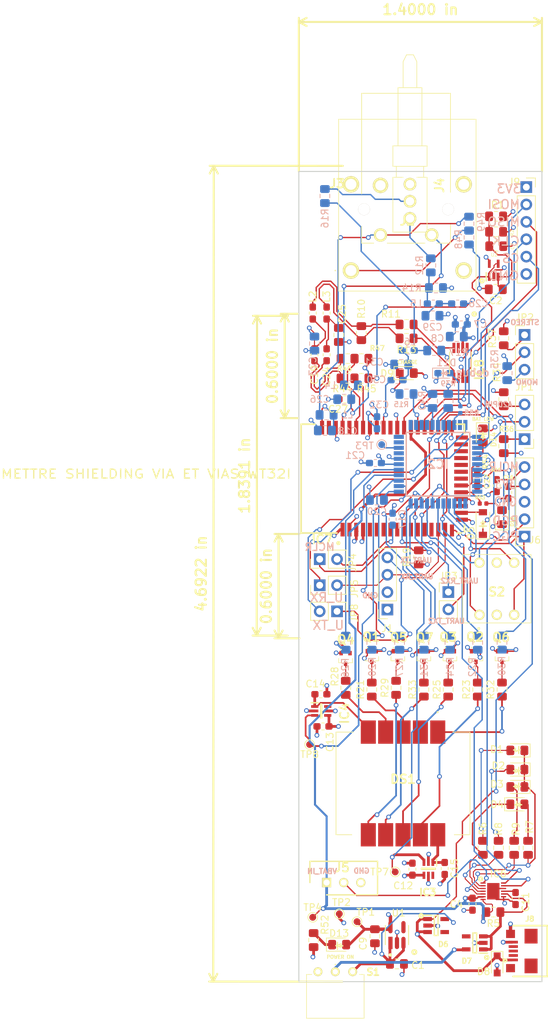
<source format=kicad_pcb>
(kicad_pcb (version 20171130) (host pcbnew "(5.0.2)-1")
  (layers (0 F.Cu signal) (1 In1.Cu power) (2 In2.Cu power) (31 B.Cu signal) (34 B.Paste user) (35 F.Paste user) (36 B.SilkS user) (37 F.SilkS user) (38 B.Mask user) (39 F.Mask user) (44 Edge.Cuts user))
  (net 0 "")
  (net 1 GND)
  (net 2 "Net-(IC2-Pad5)")
  (net 3 "Net-(IC2-Pad12)")
  (net 4 "Net-(IC2-Pad13)")
  (net 5 "Net-(IC2-Pad30)")
  (net 6 "Net-(IC2-Pad33)")
  (net 7 "Net-(IC2-Pad34)")
  (net 8 "Net-(IC2-Pad35)")
  (net 9 "Net-(D4-Pad2)")
  (net 10 "Net-(IC2-Pad44)")
  (net 11 "Net-(IC2-Pad10)")
  (net 12 3V3)
  (net 13 "Net-(C17-Pad1)")
  (net 14 "Net-(C20-Pad2)")
  (net 15 VUSB)
  (net 16 "Net-(DS1-Pad2)")
  (net 17 "Net-(IC2-Pad1)")
  (net 18 G_7SEG)
  (net 19 E_7SEG)
  (net 20 D_7SEG)
  (net 21 ROTARY_IN1)
  (net 22 ROTARY_IN2)
  (net 23 PGC)
  (net 24 PGD)
  (net 25 MCLR)
  (net 26 DIG2_7SEG)
  (net 27 DIG1_7SEG)
  (net 28 A_7SEG)
  (net 29 C_7SEG)
  (net 30 B_7SEG)
  (net 31 "Net-(IC2-Pad31)")
  (net 32 F_7SEG)
  (net 33 "Net-(IC2-Pad37)")
  (net 34 "Net-(IC2-Pad42)")
  (net 35 "Net-(IC2-Pad43)")
  (net 36 "Net-(IC6-Pad4)")
  (net 37 "Net-(IC6-Pad5)")
  (net 38 "Net-(IC7-Pad5)")
  (net 39 "Net-(IC7-Pad6)")
  (net 40 "Net-(IC7-Pad7)")
  (net 41 "Net-(IC7-Pad8)")
  (net 42 "Net-(IC7-Pad9)")
  (net 43 "Net-(IC7-Pad10)")
  (net 44 "Net-(IC7-Pad11)")
  (net 45 "Net-(IC7-Pad12)")
  (net 46 "Net-(IC7-Pad13)")
  (net 47 "Net-(IC7-Pad14)")
  (net 48 "Net-(IC7-Pad20)")
  (net 49 "Net-(IC7-Pad22)")
  (net 50 "Net-(IC7-Pad23)")
  (net 51 "Net-(IC7-Pad24)")
  (net 52 "Net-(IC7-Pad25)")
  (net 53 "Net-(IC7-Pad26)")
  (net 54 "Net-(IC7-Pad27)")
  (net 55 "Net-(IC7-Pad28)")
  (net 56 "Net-(IC7-Pad29)")
  (net 57 "Net-(IC7-Pad30)")
  (net 58 "Net-(IC7-Pad36)")
  (net 59 "Net-(IC7-Pad40)")
  (net 60 UART_RX)
  (net 61 UART_TX)
  (net 62 "Net-(J8-Pad4)")
  (net 63 "Net-(J8-Pad3)")
  (net 64 "Net-(J8-Pad2)")
  (net 65 SPI_MISO)
  (net 66 SPI_CLK)
  (net 67 SPI_MOSI)
  (net 68 SPI_CS)
  (net 69 "Net-(Q1-Pad3)")
  (net 70 "Net-(Q2-Pad3)")
  (net 71 "Net-(Q3-Pad3)")
  (net 72 "Net-(Q4-Pad3)")
  (net 73 "Net-(Q5-Pad3)")
  (net 74 "Net-(Q6-Pad3)")
  (net 75 "Net-(Q7-Pad3)")
  (net 76 "Net-(D1-Pad2)")
  (net 77 "Net-(D1-Pad1)")
  (net 78 "Net-(D2-Pad2)")
  (net 79 "Net-(D3-Pad2)")
  (net 80 V_LDO)
  (net 81 "Net-(C2-Pad1)")
  (net 82 VBAT_OUT)
  (net 83 SEG_G)
  (net 84 SEG_A)
  (net 85 SEG_F)
  (net 86 SEG_D)
  (net 87 SEG_E)
  (net 88 SEG_C)
  (net 89 SEG_B)
  (net 90 BAT_TH)
  (net 91 VBAT_IN)
  (net 92 "Net-(C11-Pad1)")
  (net 93 SDA)
  (net 94 SCL)
  (net 95 JACK_IN)
  (net 96 DIG2)
  (net 97 DIG1)
  (net 98 "Net-(IC4-Pad6)")
  (net 99 "Net-(IC3-Pad6)")
  (net 100 "Net-(D5-Pad2)")
  (net 101 RESET_WT32i)
  (net 102 AUDIO_OUT_P_LEFT)
  (net 103 AUDIO_OUT_N_LEFT)
  (net 104 AUDIO_DIFF_P)
  (net 105 AUDIO_DIFF_N)
  (net 106 "Net-(D6-Pad4)")
  (net 107 "Net-(D7-Pad4)")
  (net 108 AUDIO_IN_P_RIGHT)
  (net 109 AUDIO_IN_N_RIGHT)
  (net 110 AUDIO_OUT_P_RIGHT)
  (net 111 AUDIO_OUT_N_RIGHT)
  (net 112 "Net-(J3-PadT1)")
  (net 113 "Net-(C27-Pad2)")
  (net 114 "Net-(C28-Pad2)")
  (net 115 "Net-(C28-Pad1)")
  (net 116 "Net-(C30-Pad2)")
  (net 117 "Net-(J4-Pad1)")
  (net 118 "Net-(J4-Pad2)")
  (net 119 "Net-(L5-Pad2)")
  (net 120 "Net-(L6-Pad2)")
  (net 121 AUDIO_SINGLE_ENDED_MONO)
  (net 122 "Net-(JP1-Pad3)")
  (net 123 "Net-(JP1-Pad1)")
  (net 124 "Net-(JP2-Pad1)")
  (net 125 "Net-(JP2-Pad3)")
  (net 126 "Net-(D4-Pad1)")
  (net 127 "Net-(J6-Pad5)")
  (net 128 AUDIO_MONO_STEREO)
  (net 129 AUDIO_ROUTING)
  (net 130 "Net-(J2-Pad1)")
  (net 131 "Net-(J2-Pad4)")
  (net 132 "Net-(J2-Pad6)")
  (net 133 AUDIO_OUT_P_LEFT_MONO)
  (net 134 "Net-(C1-Pad1)")
  (net 135 "Net-(D9-Pad1)")
  (net 136 "Net-(D11-Pad2)")
  (net 137 /DIFF2+)
  (net 138 /DIFF3+)
  (net 139 /DIFF2-)
  (net 140 /DIFF3-)
  (net 141 /DIFF1+)
  (net 142 /DIFF1-)
  (net 143 AUDIO_IN_P_LEFT_P)
  (net 144 AUDIO_IN_N_LEFT_N)
  (net 145 "Net-(IC2-Pad9)")
  (net 146 "Net-(IC2-Pad11)")
  (net 147 "Net-(IC2-Pad36)")
  (net 148 "Net-(D12-Pad2)")
  (net 149 "Net-(D13-Pad1)")
  (net 150 "Net-(D14-Pad2)")
  (net 151 "Net-(S1-Pad3)")
  (net 152 "Net-(IC8-Pad3)")
  (net 153 "Net-(IC8-Pad6)")
  (net 154 "Net-(U1-Pad4)")
  (net 155 UART_RX_2)
  (net 156 UART_TX_2)
  (net 157 "Net-(J1-Pad1)")
  (net 158 "Net-(IC2-Pad32)")
  (net 159 "Net-(Q6-Pad2)")
  (net 160 "Net-(Q7-Pad2)")
  (net 161 "Net-(Q5-Pad2)")
  (net 162 "Net-(Q4-Pad2)")
  (net 163 "Net-(Q3-Pad2)")
  (net 164 "Net-(Q2-Pad2)")
  (net 165 "Net-(Q1-Pad2)")
  (module Inductor_SMD:L_0603_1608Metric_Pad1.05x0.95mm_HandSolder (layer F.Cu) (at 131.0386 83.4898 270)
    (fp_text reference R18 (at -2.2606 0.0508) (layer F.SilkS) (effects (font (size 0.5 0.5) (thickness 0.125))))
    (fp_text value 402ohm)
    (pad 1 smd roundrect (at -0.875 0 270) (size 1.05 0.95) (layers F.Cu F.Paste F.Mask) (net 127 "Net-(J6-Pad5)"))
    (pad 2 smd roundrect (at 0.875 0 270) (size 1.05 0.95) (layers F.Cu F.Paste F.Mask) (net 25 MCLR))
  )
  (module LED_SMD:LED_0805_2012Metric_Pad1.15x1.40mm_HandSolder (layer F.Cu) (at 117.8925 67.056)
    (fp_text reference D9 (at -2.8813 0.0508) (layer F.SilkS))
    (fp_text value KPTR-3216SURCK)
    (pad 2 smd roundrect (at 1.025 0) (size 1.15 1.4) (layers F.Cu F.Paste F.Mask) (roundrect_rratio 0.217391) (net 12 3V3))
    (pad 1 smd roundrect (at -1.025 0) (size 1.15 1.4) (layers F.Cu F.Paste F.Mask) (roundrect_rratio 0.217391) (net 135 "Net-(D9-Pad1)"))
  )
  (module LED_SMD:LED_0805_2012Metric_Pad1.15x1.40mm_HandSolder (layer F.Cu) (at 134.0755 122.174 180)
    (fp_text reference D1 (at 3.0115 0.1524 180) (layer F.SilkS))
    (fp_text value KPTR-3216SURCK)
    (pad 1 smd roundrect (at -1.025 0 180) (size 1.15 1.4) (layers F.Cu F.Paste F.Mask) (roundrect_rratio 0.217391) (net 77 "Net-(D1-Pad1)"))
    (pad 2 smd roundrect (at 1.025 0 180) (size 1.15 1.4) (layers F.Cu F.Paste F.Mask) (roundrect_rratio 0.217391) (net 76 "Net-(D1-Pad2)"))
  )
  (module LED_SMD:LED_0805_2012Metric_Pad1.15x1.40mm_HandSolder (layer F.Cu) (at 134.0755 124.968 180)
    (fp_text reference D2 (at 2.7829 0.5588 180) (layer F.SilkS))
    (fp_text value KPTR-3216SURCK)
    (pad 2 smd roundrect (at 1.025 0 180) (size 1.15 1.4) (layers F.Cu F.Paste F.Mask) (roundrect_rratio 0.217391) (net 78 "Net-(D2-Pad2)"))
    (pad 1 smd roundrect (at -1.025 0 180) (size 1.15 1.4) (layers F.Cu F.Paste F.Mask) (roundrect_rratio 0.217391) (net 77 "Net-(D1-Pad1)"))
  )
  (module LED_SMD:LED_0805_2012Metric_Pad1.15x1.40mm_HandSolder (layer F.Cu) (at 134.0755 127.508 180)
    (fp_text reference D3 (at 2.9861 0.4064 180) (layer F.SilkS))
    (fp_text value KPTR-3216SURCK)
    (pad 1 smd roundrect (at -1.025 0 180) (size 1.15 1.4) (layers F.Cu F.Paste F.Mask) (roundrect_rratio 0.217391) (net 77 "Net-(D1-Pad1)"))
    (pad 2 smd roundrect (at 1.025 0 180) (size 1.15 1.4) (layers F.Cu F.Paste F.Mask) (roundrect_rratio 0.217391) (net 79 "Net-(D3-Pad2)"))
  )
  (module LED_SMD:LED_0805_2012Metric_Pad1.15x1.40mm_HandSolder (layer F.Cu) (at 131.826 88.1015 90)
    (fp_text reference D12 (at -0.6461 1.4732 90) (layer F.SilkS) (effects (font (size 0.5 0.5) (thickness 0.125))))
    (fp_text value KPTR-3216SURCK)
    (pad 2 smd roundrect (at 1.025 0 90) (size 1.15 1.4) (layers F.Cu F.Paste F.Mask) (roundrect_rratio 0.217391) (net 148 "Net-(D12-Pad2)"))
    (pad 1 smd roundrect (at -1.025 0 90) (size 1.15 1.4) (layers F.Cu F.Paste F.Mask) (roundrect_rratio 0.217391) (net 1 GND))
  )
  (module LED_SMD:LED_0805_2012Metric_Pad1.15x1.40mm_HandSolder (layer F.Cu) (at 108.0008 150.5458)
    (fp_text reference D13 (at 0 -1.65) (layer F.SilkS))
    (fp_text value KPTR-3216SURCK)
    (pad 1 smd roundrect (at -1.025 0) (size 1.15 1.4) (layers F.Cu F.Paste F.Mask) (roundrect_rratio 0.217391) (net 149 "Net-(D13-Pad1)"))
    (pad 2 smd roundrect (at 1.025 0) (size 1.15 1.4) (layers F.Cu F.Paste F.Mask) (roundrect_rratio 0.217391) (net 12 3V3))
  )
  (module LED_SMD:LED_0805_2012Metric_Pad1.15x1.40mm_HandSolder (layer F.Cu) (at 134.0755 130.048)
    (fp_text reference D4 (at -2.9607 0.0254) (layer F.SilkS))
    (fp_text value KPTR-3216SURCK)
    (pad 2 smd roundrect (at 1.025 0) (size 1.15 1.4) (layers F.Cu F.Paste F.Mask) (roundrect_rratio 0.217391) (net 9 "Net-(D4-Pad2)"))
    (pad 1 smd roundrect (at -1.025 0) (size 1.15 1.4) (layers F.Cu F.Paste F.Mask) (roundrect_rratio 0.217391) (net 126 "Net-(D4-Pad1)"))
  )
  (module LED_SMD:LED_0805_2012Metric_Pad1.15x1.40mm_HandSolder (layer F.Cu) (at 129.032 76.1635 270)
    (fp_text reference D14 (at 0.5953 -1.5748 270) (layer F.SilkS) (effects (font (size 0.75 0.75))))
    (fp_text value KPTR-3216SURCK)
    (pad 1 smd roundrect (at -1.025 0 270) (size 1.15 1.4) (layers F.Cu F.Paste F.Mask) (roundrect_rratio 0.217391) (net 1 GND))
    (pad 2 smd roundrect (at 1.025 0 270) (size 1.15 1.4) (layers F.Cu F.Paste F.Mask) (roundrect_rratio 0.217391) (net 150 "Net-(D14-Pad2)"))
  )
  (module WT32i-A-AI6:WT32I-A-AI6 (layer F.Cu) (at 125.836 82.466 90)
    (fp_text reference IC7 (at -8.89 -20.32 180) (layer F.SilkS) (effects (font (size 1.27 1.27) (thickness 0.254))))
    (fp_text value WT32i-A-AI6 hide)
    (pad 1 smd rect (at -7.45 -17.33 180) (size 0.6 2) (layers F.Cu F.Paste F.Mask) (net 12 3V3))
    (pad 2 smd rect (at -7.45 -16.33 180) (size 0.6 2) (layers F.Cu F.Paste F.Mask) (net 1 GND))
    (pad 3 smd rect (at -7.45 -15.33 180) (size 0.6 2) (layers F.Cu F.Paste F.Mask) (net 1 GND))
    (pad 4 smd rect (at -7.45 -14.33 180) (size 0.6 2) (layers F.Cu F.Paste F.Mask) (net 1 GND))
    (pad 5 smd rect (at -7.45 -13.33 180) (size 0.6 2) (layers F.Cu F.Paste F.Mask) (net 38 "Net-(IC7-Pad5)"))
    (pad 6 smd rect (at -7.45 -12.33 180) (size 0.6 2) (layers F.Cu F.Paste F.Mask) (net 39 "Net-(IC7-Pad6)"))
    (pad 7 smd rect (at -7.45 -11.33 180) (size 0.6 2) (layers F.Cu F.Paste F.Mask) (net 40 "Net-(IC7-Pad7)"))
    (pad 8 smd rect (at -7.45 -10.33 180) (size 0.6 2) (layers F.Cu F.Paste F.Mask) (net 41 "Net-(IC7-Pad8)"))
    (pad 9 smd rect (at -7.45 -9.33 180) (size 0.6 2) (layers F.Cu F.Paste F.Mask) (net 42 "Net-(IC7-Pad9)"))
    (pad 10 smd rect (at -7.45 -8.33 180) (size 0.6 2) (layers F.Cu F.Paste F.Mask) (net 43 "Net-(IC7-Pad10)"))
    (pad 11 smd rect (at -7.45 -7.33 180) (size 0.6 2) (layers F.Cu F.Paste F.Mask) (net 44 "Net-(IC7-Pad11)"))
    (pad 12 smd rect (at -7.45 -6.33 180) (size 0.6 2) (layers F.Cu F.Paste F.Mask) (net 45 "Net-(IC7-Pad12)"))
    (pad 13 smd rect (at -7.45 -5.33 180) (size 0.6 2) (layers F.Cu F.Paste F.Mask) (net 46 "Net-(IC7-Pad13)"))
    (pad 14 smd rect (at -7.45 -4.33 180) (size 0.6 2) (layers F.Cu F.Paste F.Mask) (net 47 "Net-(IC7-Pad14)"))
    (pad 15 smd rect (at -7.45 -3.33 180) (size 0.6 2) (layers F.Cu F.Paste F.Mask) (net 60 UART_RX))
    (pad 16 smd rect (at -7.45 -2.33 180) (size 0.6 2) (layers F.Cu F.Paste F.Mask) (net 61 UART_TX))
    (pad 17 smd rect (at -7.575 -1.33 180) (size 0.6 1.75) (layers F.Cu F.Paste F.Mask) (net 12 3V3))
    (pad 18 smd rect (at -6 0.125 90) (size 0.6 1.75) (layers F.Cu F.Paste F.Mask) (net 1 GND))
    (pad 19 smd rect (at -5 0 90) (size 0.6 2) (layers F.Cu F.Paste F.Mask) (net 100 "Net-(D5-Pad2)"))
    (pad 20 smd rect (at -4 0 90) (size 0.6 2) (layers F.Cu F.Paste F.Mask) (net 48 "Net-(IC7-Pad20)"))
    (pad 21 smd rect (at -3 0 90) (size 0.6 2) (layers F.Cu F.Paste F.Mask) (net 1 GND))
    (pad 22 smd rect (at -2 0 90) (size 0.6 2) (layers F.Cu F.Paste F.Mask) (net 49 "Net-(IC7-Pad22)"))
    (pad 23 smd rect (at -1 0 90) (size 0.6 2) (layers F.Cu F.Paste F.Mask) (net 50 "Net-(IC7-Pad23)"))
    (pad 24 smd rect (at 0 0 90) (size 0.6 2) (layers F.Cu F.Paste F.Mask) (net 51 "Net-(IC7-Pad24)"))
    (pad 25 smd rect (at 1 0 90) (size 0.6 2) (layers F.Cu F.Paste F.Mask) (net 52 "Net-(IC7-Pad25)"))
    (pad 26 smd rect (at 2 0 90) (size 0.6 2) (layers F.Cu F.Paste F.Mask) (net 53 "Net-(IC7-Pad26)"))
    (pad 27 smd rect (at 3 0 90) (size 0.6 2) (layers F.Cu F.Paste F.Mask) (net 54 "Net-(IC7-Pad27)"))
    (pad 28 smd rect (at 4 0 90) (size 0.6 2) (layers F.Cu F.Paste F.Mask) (net 55 "Net-(IC7-Pad28)"))
    (pad 29 smd rect (at 5 0 90) (size 0.6 2) (layers F.Cu F.Paste F.Mask) (net 56 "Net-(IC7-Pad29)"))
    (pad 30 smd rect (at 6 0.125 90) (size 0.6 1.75) (layers F.Cu F.Paste F.Mask) (net 57 "Net-(IC7-Pad30)"))
    (pad 31 smd rect (at 7.575 -1.33 180) (size 0.6 1.75) (layers F.Cu F.Paste F.Mask) (net 1 GND))
    (pad 32 smd rect (at 7.45 -2.33 180) (size 0.6 2) (layers F.Cu F.Paste F.Mask) (net 68 SPI_CS))
    (pad 33 smd rect (at 7.45 -3.33 180) (size 0.6 2) (layers F.Cu F.Paste F.Mask) (net 66 SPI_CLK))
    (pad 34 smd rect (at 7.45 -4.33 180) (size 0.6 2) (layers F.Cu F.Paste F.Mask) (net 65 SPI_MISO))
    (pad 35 smd rect (at 7.45 -5.33 180) (size 0.6 2) (layers F.Cu F.Paste F.Mask) (net 67 SPI_MOSI))
    (pad 36 smd rect (at 7.45 -6.33 180) (size 0.6 2) (layers F.Cu F.Paste F.Mask) (net 58 "Net-(IC7-Pad36)"))
    (pad 37 smd rect (at 7.45 -7.33 180) (size 0.6 2) (layers F.Cu F.Paste F.Mask) (net 91 VBAT_IN))
    (pad 38 smd rect (at 7.45 -8.33 180) (size 0.6 2) (layers F.Cu F.Paste F.Mask) (net 15 VUSB))
    (pad 39 smd rect (at 7.45 -9.33 180) (size 0.6 2) (layers F.Cu F.Paste F.Mask) (net 1 GND))
    (pad 40 smd rect (at 7.45 -10.33 180) (size 0.6 2) (layers F.Cu F.Paste F.Mask) (net 59 "Net-(IC7-Pad40)"))
    (pad 41 smd rect (at 7.45 -11.33 180) (size 0.6 2) (layers F.Cu F.Paste F.Mask) (net 108 AUDIO_IN_P_RIGHT))
    (pad 42 smd rect (at 7.45 -12.33 180) (size 0.6 2) (layers F.Cu F.Paste F.Mask) (net 109 AUDIO_IN_N_RIGHT))
    (pad 43 smd rect (at 7.45 -13.33 180) (size 0.6 2) (layers F.Cu F.Paste F.Mask) (net 1 GND))
    (pad 44 smd rect (at 7.45 -14.33 180) (size 0.6 2) (layers F.Cu F.Paste F.Mask) (net 143 AUDIO_IN_P_LEFT_P))
    (pad 45 smd rect (at 7.45 -15.33 180) (size 0.6 2) (layers F.Cu F.Paste F.Mask) (net 144 AUDIO_IN_N_LEFT_N))
    (pad 46 smd rect (at 7.45 -16.33 180) (size 0.6 2) (layers F.Cu F.Paste F.Mask) (net 111 AUDIO_OUT_N_RIGHT))
    (pad 47 smd rect (at 7.45 -17.33 180) (size 0.6 2) (layers F.Cu F.Paste F.Mask) (net 110 AUDIO_OUT_P_RIGHT))
    (pad 48 smd rect (at 7.45 -18.33 180) (size 0.6 2) (layers F.Cu F.Paste F.Mask) (net 1 GND))
    (pad 49 smd rect (at 7.45 -19.33 180) (size 0.6 2) (layers F.Cu F.Paste F.Mask) (net 103 AUDIO_OUT_N_LEFT))
    (pad 50 smd rect (at 7.45 -20.33 180) (size 0.6 2) (layers F.Cu F.Paste F.Mask) (net 102 AUDIO_OUT_P_LEFT))
  )
  (module MAX40203AUK+T:SOT95P280X145-5N (layer F.Cu) (at 127.8382 150.2918 180)
    (fp_text reference D7 (at 1.1684 -2.6416 180) (layer F.SilkS) (effects (font (size 0.75 0.75) (thickness 0.1875))))
    (fp_text value MAX40203AUK+T hide)
    (pad 5 smd rect (at 1.25 -0.95 270) (size 0.6 1.25) (layers F.Cu F.Paste F.Mask) (net 80 V_LDO))
    (pad 4 smd rect (at 1.25 0.95 270) (size 0.6 1.25) (layers F.Cu F.Paste F.Mask) (net 107 "Net-(D7-Pad4)"))
    (pad 3 smd rect (at -1.25 0.95 270) (size 0.6 1.25) (layers F.Cu F.Paste F.Mask) (net 82 VBAT_OUT))
    (pad 2 smd rect (at -1.25 0 270) (size 0.6 1.25) (layers F.Cu F.Paste F.Mask) (net 1 GND))
    (pad 1 smd rect (at -1.25 -0.95 270) (size 0.6 1.25) (layers F.Cu F.Paste F.Mask) (net 82 VBAT_OUT))
  )
  (module RYU002N05T306 (layer F.Cu) (at 131.826 108.458 180)
    (fp_text reference Q6 (at 0.127 2.794 180) (layer F.SilkS) (effects (font (size 1.27 1.27) (thickness 0.254))))
    (fp_text value 2SC4102FRAT106 hide)
    (pad 3 smd rect (at 0 -0.775 180) (size 0.5 0.65) (layers F.Cu F.Paste F.Mask) (net 74 "Net-(Q6-Pad3)"))
    (pad 2 smd rect (at -0.65 0.775 180) (size 0.5 0.65) (layers F.Cu F.Paste F.Mask) (net 159 "Net-(Q6-Pad2)"))
    (pad 1 smd rect (at 0.65 0.775 180) (size 0.5 0.65) (layers F.Cu F.Paste F.Mask) (net 1 GND))
  )
  (module RYU002N05T306 (layer F.Cu) (at 116.586 108.458 180)
    (fp_text reference Q5 (at -0.127 2.7686 180) (layer F.SilkS) (effects (font (size 1.27 1.27) (thickness 0.254))))
    (fp_text value 2SC4102FRAT106 hide)
    (pad 1 smd rect (at 0.65 0.775 180) (size 0.5 0.65) (layers F.Cu F.Paste F.Mask) (net 1 GND))
    (pad 2 smd rect (at -0.65 0.775 180) (size 0.5 0.65) (layers F.Cu F.Paste F.Mask) (net 161 "Net-(Q5-Pad2)"))
    (pad 3 smd rect (at 0 -0.775 180) (size 0.5 0.65) (layers F.Cu F.Paste F.Mask) (net 73 "Net-(Q5-Pad3)"))
  )
  (module RYU002N05T306 (layer F.Cu) (at 108.9406 108.7374 180)
    (fp_text reference Q4 (at -0.0254 2.7432 180) (layer F.SilkS) (effects (font (size 1.27 1.27) (thickness 0.254))))
    (fp_text value 2SC4102FRAT106 hide)
    (pad 3 smd rect (at 0 -0.775 180) (size 0.5 0.65) (layers F.Cu F.Paste F.Mask) (net 72 "Net-(Q4-Pad3)"))
    (pad 2 smd rect (at -0.65 0.775 180) (size 0.5 0.65) (layers F.Cu F.Paste F.Mask) (net 162 "Net-(Q4-Pad2)"))
    (pad 1 smd rect (at 0.65 0.775 180) (size 0.5 0.65) (layers F.Cu F.Paste F.Mask) (net 1 GND))
  )
  (module RYU002N05T306 (layer F.Cu) (at 124.206 108.458 180)
    (fp_text reference Q3 (at 0.254 2.8194 180) (layer F.SilkS) (effects (font (size 1.27 1.27) (thickness 0.254))))
    (fp_text value 2SC4102FRAT106 hide)
    (pad 1 smd rect (at 0.65 0.775 180) (size 0.5 0.65) (layers F.Cu F.Paste F.Mask) (net 1 GND))
    (pad 2 smd rect (at -0.65 0.775 180) (size 0.5 0.65) (layers F.Cu F.Paste F.Mask) (net 163 "Net-(Q3-Pad2)"))
    (pad 3 smd rect (at 0 -0.775 180) (size 0.5 0.65) (layers F.Cu F.Paste F.Mask) (net 71 "Net-(Q3-Pad3)"))
  )
  (module RYU002N05T306 (layer F.Cu) (at 128.016 108.458 180)
    (fp_text reference Q2 (at 0.127 2.8448 180) (layer F.SilkS) (effects (font (size 1.27 1.27) (thickness 0.254))))
    (fp_text value 2SC4102FRAT106 hide)
    (pad 3 smd rect (at 0 -0.775 180) (size 0.5 0.65) (layers F.Cu F.Paste F.Mask) (net 70 "Net-(Q2-Pad3)"))
    (pad 2 smd rect (at -0.65 0.775 180) (size 0.5 0.65) (layers F.Cu F.Paste F.Mask) (net 164 "Net-(Q2-Pad2)"))
    (pad 1 smd rect (at 0.65 0.775 180) (size 0.5 0.65) (layers F.Cu F.Paste F.Mask) (net 1 GND))
  )
  (module RYU002N05T306 (layer F.Cu) (at 112.776 108.458 180)
    (fp_text reference Q1 (at 0.0762 2.8448 180) (layer F.SilkS) (effects (font (size 1.27 1.27) (thickness 0.254))))
    (fp_text value 2SC4102FRAT106 hide)
    (pad 1 smd rect (at 0.65 0.775 180) (size 0.5 0.65) (layers F.Cu F.Paste F.Mask) (net 1 GND))
    (pad 2 smd rect (at -0.65 0.775 180) (size 0.5 0.65) (layers F.Cu F.Paste F.Mask) (net 165 "Net-(Q1-Pad2)"))
    (pad 3 smd rect (at 0 -0.775 180) (size 0.5 0.65) (layers F.Cu F.Paste F.Mask) (net 69 "Net-(Q1-Pad3)"))
  )
  (module RYU002N05T306 (layer F.Cu) (at 120.396 108.458 180)
    (fp_text reference Q7 (at -0.1016 2.7432 180) (layer F.SilkS) (effects (font (size 1.27 1.27) (thickness 0.254))))
    (fp_text value 2SC4102FRAT106 hide)
    (pad 3 smd rect (at 0 -0.775 180) (size 0.5 0.65) (layers F.Cu F.Paste F.Mask) (net 75 "Net-(Q7-Pad3)"))
    (pad 2 smd rect (at -0.65 0.775 180) (size 0.5 0.65) (layers F.Cu F.Paste F.Mask) (net 160 "Net-(Q7-Pad2)"))
    (pad 1 smd rect (at 0.65 0.775 180) (size 0.5 0.65) (layers F.Cu F.Paste F.Mask) (net 1 GND))
  )
  (module Connector_PinHeader_2.54mm:PinHeader_1x02_P2.54mm_Vertical (layer F.Cu) (at 123.9774 99.0346)
    (fp_text reference JP3 (at 0 -2.33) (layer F.SilkS))
    (fp_text value Jumper_NO_Small)
    (pad 1 thru_hole rect (at 0 0) (size 1.7 1.7) (drill 1) (layers *.Cu *.Mask) (net 155 UART_RX_2))
    (pad 2 thru_hole oval (at 0 2.54) (size 1.7 1.7) (drill 1) (layers *.Cu *.Mask) (net 156 UART_TX_2))
  )
  (module TestPoint:TestPoint_Pad_D1.0mm (layer B.Cu) (at 114.2238 77.4954)
    (fp_text reference TP3 (at -2.5146 0.1778) (layer B.SilkS) (effects (justify mirror)))
    (fp_text value Clock)
    (pad 1 smd circle (at 0 0) (size 1 1) (layers B.Cu B.Mask) (net 31 "Net-(IC2-Pad31)"))
  )
  (module Capacitor_SMD:C_0805_2012Metric_Pad1.15x1.40mm_HandSolder (layer F.Cu) (at 130.9116 54.8132 180)
    (fp_text reference C2 (at 0 -1.65 180) (layer F.SilkS))
    (fp_text value 10uF)
    (pad 1 smd roundrect (at -1.025 0 180) (size 1.15 1.4) (layers F.Cu F.Paste F.Mask) (roundrect_rratio 0.217391) (net 81 "Net-(C2-Pad1)"))
    (pad 2 smd roundrect (at 1.025 0 180) (size 1.15 1.4) (layers F.Cu F.Paste F.Mask) (roundrect_rratio 0.217391) (net 95 JACK_IN))
  )
  (module 450302014072 (layer F.Cu) (at 107.442 154.5082 180)
    (fp_text reference S1 (at -5.5372 -0.0508 180) (layer F.SilkS) (effects (font (thickness 0.25))))
    (fp_text value 450302014072 hide)
    (pad 1 thru_hole circle (at 0 0 270) (size 1.3 1.3) (drill 0.8) (layers *.Cu *.Mask F.SilkS) (net 80 V_LDO))
    (pad 2 thru_hole circle (at -2.54 0 270) (size 1.3 1.3) (drill 0.8) (layers *.Cu *.Mask F.SilkS) (net 134 "Net-(C1-Pad1)"))
    (pad 3 thru_hole circle (at 2.54 0 270) (size 1.3 1.3) (drill 0.8) (layers *.Cu *.Mask F.SilkS) (net 151 "Net-(S1-Pad3)"))
  )
  (module SHDR3W70P0X250_1X3_990X490X590P (layer F.Cu) (at 106.172 141.478 180)
    (fp_text reference J5 (at -2.2606 2.1844 180) (layer F.SilkS) (effects (font (size 1.27 1.27) (thickness 0.254))))
    (fp_text value 22-03-5035 hide)
    (pad 1 thru_hole rect (at 0 0 270) (size 1.35 1.35) (drill 0.9) (layers *.Cu *.Mask F.SilkS) (net 91 VBAT_IN))
    (pad 2 thru_hole circle (at -2.5 0 270) (size 1.35 1.35) (drill 0.9) (layers *.Cu *.Mask F.SilkS) (net 90 BAT_TH))
    (pad 3 thru_hole circle (at -5 0 270) (size 1.35 1.35) (drill 0.9) (layers *.Cu *.Mask F.SilkS) (net 1 GND))
  )
  (module LED_SMD:LED_0603_1608Metric_Pad1.05x0.95mm_HandSolder (layer B.Cu) (at 123.331 67.056)
    (fp_text reference D11 (at 0.367 -1.524) (layer B.SilkS) (effects (justify mirror)))
    (fp_text value KPT-1608EC)
    (pad 1 smd roundrect (at -0.875 0) (size 1.05 0.95) (layers B.Cu B.Paste B.Mask) (net 1 GND))
    (pad 2 smd roundrect (at 0.875 0) (size 1.05 0.95) (layers B.Cu B.Paste B.Mask) (net 136 "Net-(D11-Pad2)"))
  )
  (module Resistor_SMD:R_0402_1005Metric (layer B.Cu) (at 125.73 72.39 90)
    (fp_text reference R55 (at -0.4826 1.651 180) (layer B.SilkS) (effects (font (size 0.75 0.75)) (justify mirror)))
    (fp_text value 1.74kOhm)
    (pad 1 smd roundrect (at -0.485 0 90) (size 0.59 0.64) (layers B.Cu B.Paste B.Mask) (net 34 "Net-(IC2-Pad42)"))
    (pad 2 smd roundrect (at 0.485 0 90) (size 0.59 0.64) (layers B.Cu B.Paste B.Mask) (net 136 "Net-(D11-Pad2)"))
  )
  (module MAX17263LETD+V:SON40P300X300X80-15N (layer F.Cu) (at 130.556 142.748)
    (fp_text reference IC6 (at 0.7112 -2.54) (layer F.SilkS))
    (fp_text value MAX17263LETD+ hide)
    (pad 1 smd rect (at -1.5 -1.2 90) (size 0.2 0.75) (layers F.Cu F.Paste F.Mask) (net 90 BAT_TH))
    (pad 2 smd rect (at -1.5 -0.8 90) (size 0.2 0.75) (layers F.Cu F.Paste F.Mask) (net 77 "Net-(D1-Pad1)"))
    (pad 3 smd rect (at -1.5 -0.4 90) (size 0.2 0.75) (layers F.Cu F.Paste F.Mask) (net 126 "Net-(D4-Pad1)"))
    (pad 4 smd rect (at -1.5 0 90) (size 0.2 0.75) (layers F.Cu F.Paste F.Mask) (net 36 "Net-(IC6-Pad4)"))
    (pad 5 smd rect (at -1.5 0.4 90) (size 0.2 0.75) (layers F.Cu F.Paste F.Mask) (net 37 "Net-(IC6-Pad5)"))
    (pad 6 smd rect (at -1.5 0.8 90) (size 0.2 0.75) (layers F.Cu F.Paste F.Mask) (net 91 VBAT_IN))
    (pad 7 smd rect (at -1.5 1.2 90) (size 0.2 0.75) (layers F.Cu F.Paste F.Mask) (net 91 VBAT_IN))
    (pad 8 smd rect (at 1.5 1.2 90) (size 0.2 0.75) (layers F.Cu F.Paste F.Mask) (net 1 GND))
    (pad 9 smd rect (at 1.5 0.8 90) (size 0.2 0.75) (layers F.Cu F.Paste F.Mask) (net 1 GND))
    (pad 10 smd rect (at 1.5 0.4 90) (size 0.2 0.75) (layers F.Cu F.Paste F.Mask) (net 82 VBAT_OUT))
    (pad 11 smd rect (at 1.5 0 90) (size 0.2 0.75) (layers F.Cu F.Paste F.Mask) (net 92 "Net-(C11-Pad1)"))
    (pad 12 smd rect (at 1.5 -0.4 90) (size 0.2 0.75) (layers F.Cu F.Paste F.Mask) (net 1 GND))
    (pad 13 smd rect (at 1.5 -0.8 90) (size 0.2 0.75) (layers F.Cu F.Paste F.Mask) (net 93 SDA))
    (pad 14 smd rect (at 1.5 -1.2 90) (size 0.2 0.75) (layers F.Cu F.Paste F.Mask) (net 94 SCL))
    (pad 15 smd rect (at 0 0) (size 1.8 2.4) (layers F.Cu F.Mask) (net 1 GND))
  )
  (module Resistor_SMD:R_0805_2012Metric_Pad1.15x1.40mm_HandSolder (layer F.Cu) (at 132.08 70.875 270)
    (fp_text reference R34 (at -3.946 0.9906 270) (layer F.SilkS))
    (fp_text value 10k)
    (pad 2 smd roundrect (at 1.025 0 270) (size 1.15 1.4) (layers F.Cu F.Paste F.Mask) (roundrect_rratio 0.217391) (net 122 "Net-(JP1-Pad3)"))
    (pad 1 smd roundrect (at -1.025 0 270) (size 1.15 1.4) (layers F.Cu F.Paste F.Mask) (roundrect_rratio 0.217391) (net 12 3V3))
  )
  (module Resistor_SMD:R_0805_2012Metric_Pad1.15x1.40mm_HandSolder (layer F.Cu) (at 132.08 61.967 90)
    (fp_text reference R37 (at 0 -1.65 90) (layer F.SilkS))
    (fp_text value 10k)
    (pad 1 smd roundrect (at -1.025 0 90) (size 1.15 1.4) (layers F.Cu F.Paste F.Mask) (roundrect_rratio 0.217391) (net 124 "Net-(JP2-Pad1)"))
    (pad 2 smd roundrect (at 1.025 0 90) (size 1.15 1.4) (layers F.Cu F.Paste F.Mask) (roundrect_rratio 0.217391) (net 1 GND))
  )
  (module KCDA39-105:KCDA39105 (layer F.Cu) (at 117.348 127 180)
    (fp_text reference DS1 (at 0 0.625 180) (layer F.SilkS) (effects (font (size 1.27 1.27) (thickness 0.254))))
    (fp_text value KCDA39-105 hide)
    (pad 1 smd rect (at -5.08 7.5 180) (size 2.2 3.4) (layers F.Cu F.Paste F.Mask) (net 83 SEG_G))
    (pad 2 smd rect (at -2.54 7.5 180) (size 2.2 3.4) (layers F.Cu F.Paste F.Mask) (net 16 "Net-(DS1-Pad2)"))
    (pad 3 smd rect (at 0 7.5 180) (size 2.2 3.4) (layers F.Cu F.Paste F.Mask) (net 84 SEG_A))
    (pad 4 smd rect (at 2.54 7.5 180) (size 2.2 3.4) (layers F.Cu F.Paste F.Mask) (net 85 SEG_F))
    (pad 5 smd rect (at 5.08 7.5 180) (size 2.2 3.4) (layers F.Cu F.Paste F.Mask) (net 96 DIG2))
    (pad 6 smd rect (at 5.08 -7.5 180) (size 2.2 3.4) (layers F.Cu F.Paste F.Mask) (net 86 SEG_D))
    (pad 7 smd rect (at 2.54 -7.5 180) (size 2.2 3.4) (layers F.Cu F.Paste F.Mask) (net 87 SEG_E))
    (pad 8 smd rect (at 0 -7.5 180) (size 2.2 3.4) (layers F.Cu F.Paste F.Mask) (net 88 SEG_C))
    (pad 9 smd rect (at -2.54 -7.5 180) (size 2.2 3.4) (layers F.Cu F.Paste F.Mask) (net 89 SEG_B))
    (pad 10 smd rect (at -5.08 -7.5 180) (size 2.2 3.4) (layers F.Cu F.Paste F.Mask) (net 97 DIG1))
  )
  (module Capacitor_SMD:C_0603_1608Metric_Pad1.05x0.95mm_HandSolder (layer B.Cu) (at 113.538 74.309 270)
    (fp_text reference C32 (at -2.6302 -0.3048) (layer B.SilkS) (effects (justify mirror)))
    (fp_text value 1uF)
    (pad 2 smd roundrect (at 0.875 0 270) (size 1.05 0.95) (layers B.Cu B.Paste B.Mask) (net 109 AUDIO_IN_N_RIGHT))
    (pad 1 smd roundrect (at -0.875 0 270) (size 1.05 0.95) (layers B.Cu B.Paste B.Mask) (net 1 GND))
  )
  (module Diode_SMD:D_SOD-123 (layer F.Cu) (at 129.032 89.028 90)
    (fp_text reference D5 (at -1.396 -1.778 90) (layer F.SilkS))
    (fp_text value DIODE)
    (pad 2 smd rect (at 1.65 0 90) (size 0.9 1.2) (layers F.Cu F.Paste F.Mask) (net 100 "Net-(D5-Pad2)"))
    (pad 1 smd rect (at -1.65 0 90) (size 0.9 1.2) (layers F.Cu F.Paste F.Mask) (net 101 RESET_WT32i))
  )
  (module PIC18F46J50-I_PT:QFP80P1200X1200X120-44N (layer B.Cu) (at 122.466 80.368 180)
    (fp_text reference IC2 (at 0 0 180) (layer B.SilkS) (effects (font (size 1.27 1.27) (thickness 0.254)) (justify mirror)))
    (fp_text value PIC18F46J50-I_PT hide)
    (pad 1 smd rect (at -5.738 4 90) (size 0.6 1.475) (layers B.Cu B.Paste B.Mask) (net 17 "Net-(IC2-Pad1)"))
    (pad 2 smd rect (at -5.738 3.2 90) (size 0.6 1.475) (layers B.Cu B.Paste B.Mask) (net 128 AUDIO_MONO_STEREO))
    (pad 3 smd rect (at -5.738 2.4 90) (size 0.6 1.475) (layers B.Cu B.Paste B.Mask) (net 129 AUDIO_ROUTING))
    (pad 4 smd rect (at -5.738 1.6 90) (size 0.6 1.475) (layers B.Cu B.Paste B.Mask) (net 101 RESET_WT32i))
    (pad 5 smd rect (at -5.738 0.8 90) (size 0.6 1.475) (layers B.Cu B.Paste B.Mask) (net 2 "Net-(IC2-Pad5)"))
    (pad 6 smd rect (at -5.738 0 90) (size 0.6 1.475) (layers B.Cu B.Paste B.Mask) (net 1 GND))
    (pad 7 smd rect (at -5.738 -0.8 90) (size 0.6 1.475) (layers B.Cu B.Paste B.Mask) (net 12 3V3))
    (pad 8 smd rect (at -5.738 -1.6 90) (size 0.6 1.475) (layers B.Cu B.Paste B.Mask) (net 18 G_7SEG))
    (pad 9 smd rect (at -5.738 -2.4 90) (size 0.6 1.475) (layers B.Cu B.Paste B.Mask) (net 145 "Net-(IC2-Pad9)"))
    (pad 10 smd rect (at -5.738 -3.2 90) (size 0.6 1.475) (layers B.Cu B.Paste B.Mask) (net 11 "Net-(IC2-Pad10)"))
    (pad 11 smd rect (at -5.738 -4 90) (size 0.6 1.475) (layers B.Cu B.Paste B.Mask) (net 146 "Net-(IC2-Pad11)"))
    (pad 12 smd rect (at -4 -5.738 180) (size 0.6 1.475) (layers B.Cu B.Paste B.Mask) (net 3 "Net-(IC2-Pad12)"))
    (pad 13 smd rect (at -3.2 -5.738 180) (size 0.6 1.475) (layers B.Cu B.Paste B.Mask) (net 4 "Net-(IC2-Pad13)"))
    (pad 14 smd rect (at -2.4 -5.738 180) (size 0.6 1.475) (layers B.Cu B.Paste B.Mask) (net 21 ROTARY_IN1))
    (pad 15 smd rect (at -1.6 -5.738 180) (size 0.6 1.475) (layers B.Cu B.Paste B.Mask) (net 22 ROTARY_IN2))
    (pad 16 smd rect (at -0.8 -5.738 180) (size 0.6 1.475) (layers B.Cu B.Paste B.Mask) (net 23 PGC))
    (pad 17 smd rect (at 0 -5.738 180) (size 0.6 1.475) (layers B.Cu B.Paste B.Mask) (net 24 PGD))
    (pad 18 smd rect (at 0.8 -5.738 180) (size 0.6 1.475) (layers B.Cu B.Paste B.Mask) (net 25 MCLR))
    (pad 19 smd rect (at 1.6 -5.738 180) (size 0.6 1.475) (layers B.Cu B.Paste B.Mask) (net 30 B_7SEG))
    (pad 20 smd rect (at 2.4 -5.738 180) (size 0.6 1.475) (layers B.Cu B.Paste B.Mask) (net 27 DIG1_7SEG))
    (pad 21 smd rect (at 3.2 -5.738 180) (size 0.6 1.475) (layers B.Cu B.Paste B.Mask) (net 29 C_7SEG))
    (pad 22 smd rect (at 4 -5.738 180) (size 0.6 1.475) (layers B.Cu B.Paste B.Mask) (net 19 E_7SEG))
    (pad 23 smd rect (at 5.738 -4 90) (size 0.6 1.475) (layers B.Cu B.Paste B.Mask) (net 14 "Net-(C20-Pad2)"))
    (pad 24 smd rect (at 5.738 -3.2 90) (size 0.6 1.475) (layers B.Cu B.Paste B.Mask) (net 26 DIG2_7SEG))
    (pad 25 smd rect (at 5.738 -2.4 90) (size 0.6 1.475) (layers B.Cu B.Paste B.Mask) (net 20 D_7SEG))
    (pad 26 smd rect (at 5.738 -1.6 90) (size 0.6 1.475) (layers B.Cu B.Paste B.Mask) (net 28 A_7SEG))
    (pad 27 smd rect (at 5.738 -0.8 90) (size 0.6 1.475) (layers B.Cu B.Paste B.Mask) (net 32 F_7SEG))
    (pad 28 smd rect (at 5.738 0 90) (size 0.6 1.475) (layers B.Cu B.Paste B.Mask) (net 12 3V3))
    (pad 29 smd rect (at 5.738 0.8 90) (size 0.6 1.475) (layers B.Cu B.Paste B.Mask) (net 1 GND))
    (pad 30 smd rect (at 5.738 1.6 90) (size 0.6 1.475) (layers B.Cu B.Paste B.Mask) (net 5 "Net-(IC2-Pad30)"))
    (pad 31 smd rect (at 5.738 2.4 90) (size 0.6 1.475) (layers B.Cu B.Paste B.Mask) (net 31 "Net-(IC2-Pad31)"))
    (pad 32 smd rect (at 5.738 3.2 90) (size 0.6 1.475) (layers B.Cu B.Paste B.Mask) (net 158 "Net-(IC2-Pad32)"))
    (pad 33 smd rect (at 5.738 4 90) (size 0.6 1.475) (layers B.Cu B.Paste B.Mask) (net 6 "Net-(IC2-Pad33)"))
    (pad 34 smd rect (at 4 5.738 180) (size 0.6 1.475) (layers B.Cu B.Paste B.Mask) (net 7 "Net-(IC2-Pad34)"))
    (pad 35 smd rect (at 3.2 5.738 180) (size 0.6 1.475) (layers B.Cu B.Paste B.Mask) (net 8 "Net-(IC2-Pad35)"))
    (pad 36 smd rect (at 2.4 5.738 180) (size 0.6 1.475) (layers B.Cu B.Paste B.Mask) (net 147 "Net-(IC2-Pad36)"))
    (pad 37 smd rect (at 1.6 5.738 180) (size 0.6 1.475) (layers B.Cu B.Paste B.Mask) (net 33 "Net-(IC2-Pad37)"))
    (pad 38 smd rect (at 0.8 5.738 180) (size 0.6 1.475) (layers B.Cu B.Paste B.Mask) (net 94 SCL))
    (pad 39 smd rect (at 0 5.738 180) (size 0.6 1.475) (layers B.Cu B.Paste B.Mask) (net 93 SDA))
    (pad 40 smd rect (at -0.8 5.738 180) (size 0.6 1.475) (layers B.Cu B.Paste B.Mask) (net 155 UART_RX_2))
    (pad 41 smd rect (at -1.6 5.738 180) (size 0.6 1.475) (layers B.Cu B.Paste B.Mask) (net 156 UART_TX_2))
    (pad 42 smd rect (at -2.4 5.738 180) (size 0.6 1.475) (layers B.Cu B.Paste B.Mask) (net 34 "Net-(IC2-Pad42)"))
    (pad 43 smd rect (at -3.2 5.738 180) (size 0.6 1.475) (layers B.Cu B.Paste B.Mask) (net 35 "Net-(IC2-Pad43)"))
    (pad 44 smd rect (at -4 5.738 180) (size 0.6 1.475) (layers B.Cu B.Paste B.Mask) (net 10 "Net-(IC2-Pad44)"))
  )
  (module Connector_PinSocket_2.54mm:PinSocket_1x04_P2.54mm_Vertical (layer F.Cu) (at 115.062 101.6 180)
    (fp_text reference J1 (at 0 -2.77 180) (layer F.SilkS))
    (fp_text value UART)
    (pad 4 thru_hole oval (at 0 7.62 180) (size 1.7 1.7) (drill 1) (layers *.Cu *.Mask) (net 61 UART_TX))
    (pad 3 thru_hole oval (at 0 5.08 180) (size 1.7 1.7) (drill 1) (layers *.Cu *.Mask) (net 60 UART_RX))
    (pad 2 thru_hole oval (at 0 2.54 180) (size 1.7 1.7) (drill 1) (layers *.Cu *.Mask) (net 1 GND))
    (pad 1 thru_hole rect (at 0 0 180) (size 1.7 1.7) (drill 1) (layers *.Cu *.Mask) (net 157 "Net-(J1-Pad1)"))
  )
  (module USB_JAE:DX4R005HJ5 (layer F.Cu) (at 133.0452 155.194 90)
    (fp_text reference J8 (at 8.4074 2.8448 180) (layer F.SilkS) (effects (font (size 0.75 0.75) (thickness 0.1875))))
    (fp_text value USB_B_Micro hide)
    (pad 9 smd rect (at 5.885 3.029 180) (size 1.9 2.15) (layers F.Cu F.Paste F.Mask))
    (pad 8 smd rect (at 1.535 3.029 180) (size 1.9 2.15) (layers F.Cu F.Paste F.Mask))
    (pad 7 smd rect (at 1.21 0.029 90) (size 1.2 1.3) (layers F.Cu F.Paste F.Mask))
    (pad 6 smd rect (at 6.21 0.029 90) (size 1.2 1.3) (layers F.Cu F.Paste F.Mask) (net 1 GND))
    (pad 5 smd rect (at 5.01 0.429 90) (size 0.4 1.35) (layers F.Cu F.Paste F.Mask) (net 1 GND))
    (pad 4 smd rect (at 4.36 0.429 90) (size 0.4 1.35) (layers F.Cu F.Paste F.Mask) (net 62 "Net-(J8-Pad4)"))
    (pad 3 smd rect (at 3.71 0.429 90) (size 0.4 1.35) (layers F.Cu F.Paste F.Mask) (net 63 "Net-(J8-Pad3)"))
    (pad 2 smd rect (at 3.06 0.429 90) (size 0.4 1.35) (layers F.Cu F.Paste F.Mask) (net 64 "Net-(J8-Pad2)"))
    (pad 1 smd rect (at 2.41 0.429 90) (size 0.4 1.35) (layers F.Cu F.Paste F.Mask) (net 15 VUSB))
  )
  (module Connector_PinSocket_2.54mm:PinSocket_1x06_P2.54mm_Vertical (layer F.Cu) (at 135.382 39.878)
    (fp_text reference J9 (at -1.778 -0.762) (layer F.SilkS))
    (fp_text value SPI_WT32i)
    (pad 1 thru_hole rect (at 0 0) (size 1.7 1.7) (drill 1) (layers *.Cu *.Mask) (net 12 3V3))
    (pad 2 thru_hole oval (at 0 2.54) (size 1.7 1.7) (drill 1) (layers *.Cu *.Mask) (net 67 SPI_MOSI))
    (pad 3 thru_hole oval (at 0 5.08) (size 1.7 1.7) (drill 1) (layers *.Cu *.Mask) (net 65 SPI_MISO))
    (pad 4 thru_hole oval (at 0 7.62) (size 1.7 1.7) (drill 1) (layers *.Cu *.Mask) (net 66 SPI_CLK))
    (pad 5 thru_hole oval (at 0 10.16) (size 1.7 1.7) (drill 1) (layers *.Cu *.Mask) (net 68 SPI_CS))
    (pad 6 thru_hole oval (at 0 12.7) (size 1.7 1.7) (drill 1) (layers *.Cu *.Mask) (net 1 GND))
  )
  (module Connector_PinHeader_2.54mm:PinHeader_1x02_P2.54mm_Vertical (layer F.Cu) (at 105.156 94.234 90)
    (fp_text reference JP4 (at -0.508 4.826 90) (layer F.SilkS))
    (fp_text value Jumper_ICSP)
    (pad 1 thru_hole rect (at 0 0 90) (size 1.7 1.7) (drill 1) (layers *.Cu *.Mask) (net 25 MCLR))
    (pad 2 thru_hole oval (at 0 2.54 90) (size 1.7 1.7) (drill 1) (layers *.Cu *.Mask) (net 13 "Net-(C17-Pad1)"))
  )
  (module Connector_PinHeader_2.54mm:PinHeader_1x02_P2.54mm_Vertical (layer F.Cu) (at 105.156 98.044 90)
    (fp_text reference JP5 (at -0.508 5.08 90) (layer F.SilkS))
    (fp_text value JP_UART_RX)
    (pad 2 thru_hole oval (at 0 2.54 90) (size 1.7 1.7) (drill 1) (layers *.Cu *.Mask) (net 60 UART_RX))
    (pad 1 thru_hole rect (at 0 0 90) (size 1.7 1.7) (drill 1) (layers *.Cu *.Mask) (net 10 "Net-(IC2-Pad44)"))
  )
  (module Connector_PinHeader_2.54mm:PinHeader_1x02_P2.54mm_Vertical (layer F.Cu) (at 107.696 101.854 270)
    (fp_text reference JP8 (at 0.254 -2.54 270) (layer F.SilkS))
    (fp_text value JP_UART_TX)
    (pad 2 thru_hole oval (at 0 2.54 270) (size 1.7 1.7) (drill 1) (layers *.Cu *.Mask) (net 17 "Net-(IC2-Pad1)"))
    (pad 1 thru_hole rect (at 0 0 270) (size 1.7 1.7) (drill 1) (layers *.Cu *.Mask) (net 61 UART_TX))
  )
  (module PT65301:PT65301 (layer F.Cu) (at 128.524 102.362)
    (fp_text reference S2 (at 2.54 -3.355) (layer F.SilkS) (effects (font (size 1.27 1.27) (thickness 0.254))))
    (fp_text value PT65301 hide)
    (pad 1 thru_hole circle (at 0 0 90) (size 1.5 1.5) (drill 1) (layers *.Cu *.Mask F.SilkS) (net 21 ROTARY_IN1))
    (pad 2 thru_hole circle (at 5.08 -7.62 90) (size 1.5 1.5) (drill 1) (layers *.Cu *.Mask F.SilkS) (net 22 ROTARY_IN2))
    (pad 4 thru_hole circle (at 5.08 0 90) (size 1.5 1.5) (drill 1) (layers *.Cu *.Mask F.SilkS) (net 23 PGC))
    (pad 8 thru_hole circle (at 0 -7.62 90) (size 1.5 1.5) (drill 1) (layers *.Cu *.Mask F.SilkS) (net 24 PGD))
    (pad C1 thru_hole circle (at 2.54 0 90) (size 1.5 1.5) (drill 1) (layers *.Cu *.Mask F.SilkS) (net 12 3V3))
    (pad C2 thru_hole circle (at 2.54 -7.62 90) (size 1.5 1.5) (drill 1) (layers *.Cu *.Mask F.SilkS) (net 12 3V3))
  )
  (module SIP32431DR3-T1GE3:SOT65P210X110-6N (layer F.Cu) (at 121.0564 139.4714 270)
    (fp_text reference IC3 (at 3.429 0.1016 180) (layer F.SilkS) (effects (font (thickness 0.25))))
    (fp_text value SIP32431DR3-T1GE3 hide)
    (pad 6 smd rect (at 0.95 -0.65) (size 0.4 1.05) (layers F.Cu F.Paste F.Mask) (net 99 "Net-(IC3-Pad6)"))
    (pad 5 smd rect (at 0.95 0) (size 0.4 1.05) (layers F.Cu F.Paste F.Mask) (net 1 GND))
    (pad 4 smd rect (at 0.95 0.65) (size 0.4 1.05) (layers F.Cu F.Paste F.Mask) (net 12 3V3))
    (pad 3 smd rect (at -0.95 0.65) (size 0.4 1.05) (layers F.Cu F.Paste F.Mask) (net 27 DIG1_7SEG))
    (pad 2 smd rect (at -0.95 0) (size 0.4 1.05) (layers F.Cu F.Paste F.Mask) (net 1 GND))
    (pad 1 smd rect (at -0.95 -0.65) (size 0.4 1.05) (layers F.Cu F.Paste F.Mask) (net 97 DIG1))
  )
  (module SIP32431DR3-T1GE3:SOT65P210X110-6N (layer F.Cu) (at 105.3846 116.4082)
    (fp_text reference IC4 (at 3.4036 0.3556 90) (layer F.SilkS) (effects (font (size 1.27 1.27) (thickness 0.254))))
    (fp_text value SIP32431DR3-T1GE3 hide)
    (pad 1 smd rect (at -0.95 -0.65 90) (size 0.4 1.05) (layers F.Cu F.Paste F.Mask) (net 96 DIG2))
    (pad 2 smd rect (at -0.95 0 90) (size 0.4 1.05) (layers F.Cu F.Paste F.Mask) (net 1 GND))
    (pad 3 smd rect (at -0.95 0.65 90) (size 0.4 1.05) (layers F.Cu F.Paste F.Mask) (net 26 DIG2_7SEG))
    (pad 4 smd rect (at 0.95 0.65 90) (size 0.4 1.05) (layers F.Cu F.Paste F.Mask) (net 12 3V3))
    (pad 5 smd rect (at 0.95 0 90) (size 0.4 1.05) (layers F.Cu F.Paste F.Mask) (net 1 GND))
    (pad 6 smd rect (at 0.95 -0.65 90) (size 0.4 1.05) (layers F.Cu F.Paste F.Mask) (net 98 "Net-(IC4-Pad6)"))
  )
  (module SP-3533-02:SP353302 (layer F.Cu) (at 118.364 44.45 270)
    (fp_text reference J4 (at -4.826 -4.318 270) (layer F.SilkS) (effects (font (size 1.27 1.27) (thickness 0.254))))
    (fp_text value SP-3533-02 hide)
    (pad 1 thru_hole circle (at 0 0) (size 1.86 1.86) (drill 1.24) (layers *.Cu *.Mask F.SilkS) (net 117 "Net-(J4-Pad1)"))
    (pad 2 thru_hole circle (at -2.5 0) (size 1.86 1.86) (drill 1.24) (layers *.Cu *.Mask F.SilkS) (net 118 "Net-(J4-Pad2)"))
    (pad 3 thru_hole circle (at -5 0) (size 1.86 1.86) (drill 1.24) (layers *.Cu *.Mask F.SilkS) (net 1 GND))
  )
  (module MAX40203AUK+T:SOT95P280X145-5N (layer F.Cu) (at 122.194 147.762)
    (fp_text reference D6 (at 1.0468 2.733) (layer F.SilkS) (effects (font (size 0.75 0.75) (thickness 0.1875))))
    (fp_text value MAX40203AUK+T hide)
    (pad 1 smd rect (at -1.25 -0.95 90) (size 0.6 1.25) (layers F.Cu F.Paste F.Mask) (net 15 VUSB))
    (pad 2 smd rect (at -1.25 0 90) (size 0.6 1.25) (layers F.Cu F.Paste F.Mask) (net 1 GND))
    (pad 3 smd rect (at -1.25 0.95 90) (size 0.6 1.25) (layers F.Cu F.Paste F.Mask) (net 15 VUSB))
    (pad 4 smd rect (at 1.25 0.95 90) (size 0.6 1.25) (layers F.Cu F.Paste F.Mask) (net 106 "Net-(D6-Pad4)"))
    (pad 5 smd rect (at 1.25 -0.95 90) (size 0.6 1.25) (layers F.Cu F.Paste F.Mask) (net 134 "Net-(C1-Pad1)"))
  )
  (module Diode_SMD:D_SOD-323_HandSoldering (layer F.Cu) (at 131.1148 153.4414 270)
    (fp_text reference D8 (at 1.0414 1.9812) (layer F.SilkS))
    (fp_text value ESD5B_ESD)
    (pad 2 smd rect (at 1.25 0 270) (size 1 1) (layers F.Cu F.Paste F.Mask) (net 1 GND))
    (pad 1 smd rect (at -1.25 0 270) (size 1 1) (layers F.Cu F.Paste F.Mask) (net 15 VUSB))
  )
  (module PJRAS1X2S01X:PJRAS1X2S01X (layer F.Cu) (at 114.046 39.624 180)
    (fp_text reference J3 (at 6.35 0.254 180) (layer F.SilkS) (effects (font (size 1.27 1.27) (thickness 0.254))))
    (fp_text value PJRAS1X2S01X hide)
    (pad MH2 thru_hole circle (at 2.4 -3.5 270) (size 1.725 1.725) (drill 3.45) (layers *.Cu *.Mask F.SilkS))
    (pad MH1 thru_hole circle (at -9.9 -3.5 270) (size 1.725 1.725) (drill 3.45) (layers *.Cu *.Mask F.SilkS))
    (pad T2 thru_hole circle (at 0 -7.25 270) (size 1.95 1.95) (drill 1.3) (layers *.Cu *.Mask F.SilkS) (net 133 AUDIO_OUT_P_LEFT_MONO))
    (pad T1 thru_hole circle (at -7.5 -7.25 270) (size 1.95 1.95) (drill 1.3) (layers *.Cu *.Mask F.SilkS) (net 112 "Net-(J3-PadT1)"))
    (pad S1 thru_hole circle (at 0 0 270) (size 2.25 2.25) (drill 1.5) (layers *.Cu *.Mask F.SilkS) (net 1 GND))
  )
  (module Connector_PinHeader_2.54mm:PinHeader_1x03_P2.54mm_Vertical (layer F.Cu) (at 135.128 76.708 180)
    (fp_text reference JP1 (at 0 7.62 180) (layer F.SilkS))
    (fp_text value Jumper_AUDIO_ROUTING)
    (pad 3 thru_hole oval (at 0 5.08 180) (size 1.7 1.7) (drill 1) (layers *.Cu *.Mask) (net 122 "Net-(JP1-Pad3)"))
    (pad 2 thru_hole oval (at 0 2.54 180) (size 1.7 1.7) (drill 1) (layers *.Cu *.Mask) (net 129 AUDIO_ROUTING))
    (pad 1 thru_hole rect (at 0 0 180) (size 1.7 1.7) (drill 1) (layers *.Cu *.Mask) (net 123 "Net-(JP1-Pad1)"))
  )
  (module Connector_PinHeader_2.54mm:PinHeader_1x03_P2.54mm_Vertical (layer F.Cu) (at 135.128 61.468)
    (fp_text reference JP2 (at 0 -2.54) (layer F.SilkS))
    (fp_text value Jumper_MONO_STEREO)
    (pad 1 thru_hole rect (at 0 0) (size 1.7 1.7) (drill 1) (layers *.Cu *.Mask) (net 124 "Net-(JP2-Pad1)"))
    (pad 2 thru_hole oval (at 0 2.54) (size 1.7 1.7) (drill 1) (layers *.Cu *.Mask) (net 128 AUDIO_MONO_STEREO))
    (pad 3 thru_hole oval (at 0 5.08) (size 1.7 1.7) (drill 1) (layers *.Cu *.Mask) (net 125 "Net-(JP2-Pad3)"))
  )
  (module Capacitor_SMD:C_0603_1608Metric_Pad1.05x0.95mm_HandSolder (layer F.Cu) (at 133.8072 143.8148 270)
    (fp_text reference C11 (at 0.508 -1.4732 270) (layer F.SilkS))
    (fp_text value 470nF)
    (pad 1 smd roundrect (at -0.875 0 270) (size 1.05 0.95) (layers F.Cu F.Paste F.Mask) (net 92 "Net-(C11-Pad1)"))
    (pad 2 smd roundrect (at 0.875 0 270) (size 1.05 0.95) (layers F.Cu F.Paste F.Mask) (net 1 GND))
  )
  (module Capacitor_SMD:C_0603_1608Metric_Pad1.05x0.95mm_HandSolder (layer F.Cu) (at 118.7196 139.5222 90)
    (fp_text reference C12 (at -2.413 -1.3462 180) (layer F.SilkS))
    (fp_text value 1uF)
    (pad 2 smd roundrect (at 0.875 0 90) (size 1.05 0.95) (layers F.Cu F.Paste F.Mask) (net 1 GND))
    (pad 1 smd roundrect (at -0.875 0 90) (size 1.05 0.95) (layers F.Cu F.Paste F.Mask) (net 12 3V3))
  )
  (module Capacitor_SMD:C_0603_1608Metric_Pad1.05x0.95mm_HandSolder (layer F.Cu) (at 105.6386 118.6688 180)
    (fp_text reference C13 (at -1.016 -2.286 270) (layer F.SilkS))
    (fp_text value 1uF)
    (pad 1 smd roundrect (at -0.875 0 180) (size 1.05 0.95) (layers F.Cu F.Paste F.Mask) (net 12 3V3))
    (pad 2 smd roundrect (at 0.875 0 180) (size 1.05 0.95) (layers F.Cu F.Paste F.Mask) (net 1 GND))
  )
  (module Capacitor_SMD:C_0603_1608Metric_Pad1.05x0.95mm_HandSolder (layer F.Cu) (at 104.394 64.375 90)
    (fp_text reference C19 (at -2.935 0 90) (layer F.SilkS))
    (fp_text value 1uF)
    (pad 2 smd roundrect (at 0.875 0 90) (size 1.05 0.95) (layers F.Cu F.Paste F.Mask) (net 137 /DIFF2+))
    (pad 1 smd roundrect (at -0.875 0 90) (size 1.05 0.95) (layers F.Cu F.Paste F.Mask) (net 138 /DIFF3+))
  )
  (module Capacitor_SMD:C_0603_1608Metric_Pad1.05x0.95mm_HandSolder (layer F.Cu) (at 106.172 64.375 90)
    (fp_text reference C24 (at -3.161 0 90) (layer F.SilkS))
    (fp_text value 1uF)
    (pad 2 smd roundrect (at 0.875 0 90) (size 1.05 0.95) (layers F.Cu F.Paste F.Mask) (net 139 /DIFF2-))
    (pad 1 smd roundrect (at -0.875 0 90) (size 1.05 0.95) (layers F.Cu F.Paste F.Mask) (net 140 /DIFF3-))
  )
  (module Capacitor_SMD:C_0603_1608Metric_Pad1.05x0.95mm_HandSolder (layer F.Cu) (at 108.853 70.866)
    (fp_text reference C27 (at -1.0046 1.4478) (layer F.SilkS))
    (fp_text value 1uF)
    (pad 1 smd roundrect (at -0.875 0) (size 1.05 0.95) (layers F.Cu F.Paste F.Mask) (net 1 GND))
    (pad 2 smd roundrect (at 0.875 0) (size 1.05 0.95) (layers F.Cu F.Paste F.Mask) (net 113 "Net-(C27-Pad2)"))
  )
  (module Capacitor_SMD:C_0603_1608Metric_Pad1.05x0.95mm_HandSolder (layer B.Cu) (at 125.335 56.896 180)
    (fp_text reference C28 (at -3.048 0 180) (layer B.SilkS) (effects (justify mirror)))
    (fp_text value 1uF)
    (pad 2 smd roundrect (at 0.875 0 180) (size 1.05 0.95) (layers B.Cu B.Paste B.Mask) (net 114 "Net-(C28-Pad2)"))
    (pad 1 smd roundrect (at -0.875 0 180) (size 1.05 0.95) (layers B.Cu B.Paste B.Mask) (net 115 "Net-(C28-Pad1)"))
  )
  (module Capacitor_SMD:C_0603_1608Metric_Pad1.05x0.95mm_HandSolder (layer B.Cu) (at 116.473 68.072)
    (fp_text reference C30 (at -3.062 -0.0762) (layer B.SilkS) (effects (justify mirror)))
    (fp_text value 1uF)
    (pad 1 smd roundrect (at -0.875 0) (size 1.05 0.95) (layers B.Cu B.Paste B.Mask) (net 108 AUDIO_IN_P_RIGHT))
    (pad 2 smd roundrect (at 0.875 0) (size 1.05 0.95) (layers B.Cu B.Paste B.Mask) (net 116 "Net-(C30-Pad2)"))
  )
  (module Inductor_SMD:L_0805_2012Metric_Pad1.15x1.40mm_HandSolder (layer B.Cu) (at 106.163 73.152 180)
    (fp_text reference L1 (at -3.057 0 180) (layer B.SilkS) (effects (justify mirror)))
    (fp_text value 33nH)
    (pad 2 smd roundrect (at 1.025 0 180) (size 1.15 1.4) (layers B.Cu B.Paste B.Mask) (roundrect_rratio 0.217391) (net 133 AUDIO_OUT_P_LEFT_MONO))
    (pad 1 smd roundrect (at -1.025 0 180) (size 1.15 1.4) (layers B.Cu B.Paste B.Mask) (roundrect_rratio 0.217391) (net 102 AUDIO_OUT_P_LEFT))
  )
  (module Inductor_SMD:L_0603_1608Metric_Pad1.05x0.95mm_HandSolder (layer F.Cu) (at 104.14 58.279 90)
    (fp_text reference L2 (at 2.399 0 90) (layer F.SilkS))
    (fp_text value 15nH)
    (pad 1 smd roundrect (at -0.875 0 90) (size 1.05 0.95) (layers F.Cu F.Paste F.Mask) (net 137 /DIFF2+))
    (pad 2 smd roundrect (at 0.875 0 90) (size 1.05 0.95) (layers F.Cu F.Paste F.Mask) (net 141 /DIFF1+))
  )
  (module Inductor_SMD:L_0603_1608Metric_Pad1.05x0.95mm_HandSolder (layer F.Cu) (at 106.172 58.279 90)
    (fp_text reference L3 (at 2.399 0 90) (layer F.SilkS))
    (fp_text value 15nH)
    (pad 2 smd roundrect (at 0.875 0 90) (size 1.05 0.95) (layers F.Cu F.Paste F.Mask) (net 142 /DIFF1-))
    (pad 1 smd roundrect (at -0.875 0 90) (size 1.05 0.95) (layers F.Cu F.Paste F.Mask) (net 139 /DIFF2-))
  )
  (module Inductor_SMD:L_0805_2012Metric_Pad1.15x1.40mm_HandSolder (layer B.Cu) (at 109.719 68.834 180)
    (fp_text reference L4 (at 3.039 0 180) (layer B.SilkS) (effects (justify mirror)))
    (fp_text value 33nH)
    (pad 1 smd roundrect (at -1.025 0 180) (size 1.15 1.4) (layers B.Cu B.Paste B.Mask) (roundrect_rratio 0.217391) (net 110 AUDIO_OUT_P_RIGHT))
    (pad 2 smd roundrect (at 1.025 0 180) (size 1.15 1.4) (layers B.Cu B.Paste B.Mask) (roundrect_rratio 0.217391) (net 112 "Net-(J3-PadT1)"))
  )
  (module Inductor_SMD:L_0603_1608Metric_Pad1.05x0.95mm_HandSolder (layer B.Cu) (at 121.779 56.896 180)
    (fp_text reference L5 (at 2.54 0 180) (layer B.SilkS) (effects (justify mirror)))
    (fp_text value 15nH)
    (pad 2 smd roundrect (at 0.875 0 180) (size 1.05 0.95) (layers B.Cu B.Paste B.Mask) (net 119 "Net-(L5-Pad2)"))
    (pad 1 smd roundrect (at -0.875 0 180) (size 1.05 0.95) (layers B.Cu B.Paste B.Mask) (net 114 "Net-(C28-Pad2)"))
  )
  (module Inductor_SMD:L_0603_1608Metric_Pad1.05x0.95mm_HandSolder (layer B.Cu) (at 118.11 63.754)
    (fp_text reference L6 (at 0.254 -1.27) (layer B.SilkS) (effects (justify mirror)))
    (fp_text value 15nH)
    (pad 1 smd roundrect (at -0.875 0) (size 1.05 0.95) (layers B.Cu B.Paste B.Mask) (net 116 "Net-(C30-Pad2)"))
    (pad 2 smd roundrect (at 0.875 0) (size 1.05 0.95) (layers B.Cu B.Paste B.Mask) (net 120 "Net-(L6-Pad2)"))
  )
  (module Connector_PinSocket_2.54mm:PinSocket_1x05_P2.54mm_Vertical (layer F.Cu) (at 135.128 90.932 180)
    (fp_text reference J6 (at -1.524 -0.508 180) (layer F.SilkS))
    (fp_text value ICSP_UC)
    (pad 1 thru_hole rect (at 0 0 180) (size 1.7 1.7) (drill 1) (layers *.Cu *.Mask) (net 23 PGC))
    (pad 2 thru_hole oval (at 0 2.54 180) (size 1.7 1.7) (drill 1) (layers *.Cu *.Mask) (net 24 PGD))
    (pad 3 thru_hole oval (at 0 5.08 180) (size 1.7 1.7) (drill 1) (layers *.Cu *.Mask) (net 1 GND))
    (pad 4 thru_hole oval (at 0 7.62 180) (size 1.7 1.7) (drill 1) (layers *.Cu *.Mask) (net 12 3V3))
    (pad 5 thru_hole oval (at 0 10.16 180) (size 1.7 1.7) (drill 1) (layers *.Cu *.Mask) (net 127 "Net-(J6-Pad5)"))
  )
  (module Capacitor_SMD:C_0805_2012Metric_Pad1.15x1.40mm_HandSolder (layer F.Cu) (at 116.459 153.3652)
    (fp_text reference C1 (at 3.0734 0.2032) (layer F.SilkS))
    (fp_text value 4,7uF)
    (pad 2 smd roundrect (at 1.025 0) (size 1.15 1.4) (layers F.Cu F.Paste F.Mask) (roundrect_rratio 0.217391) (net 1 GND))
    (pad 1 smd roundrect (at -1.025 0) (size 1.15 1.4) (layers F.Cu F.Paste F.Mask) (roundrect_rratio 0.217391) (net 134 "Net-(C1-Pad1)"))
  )
  (module Capacitor_SMD:C_0805_2012Metric_Pad1.15x1.40mm_HandSolder (layer F.Cu) (at 130.9878 48.514 180)
    (fp_text reference C3 (at -2.3622 0 270) (layer F.SilkS) (effects (font (size 0.5 0.5) (thickness 0.075))))
    (fp_text value 10uF)
    (pad 2 smd roundrect (at 1.025 0 180) (size 1.15 1.4) (layers F.Cu F.Paste F.Mask) (roundrect_rratio 0.217391) (net 81 "Net-(C2-Pad1)"))
    (pad 1 smd roundrect (at -1.025 0 180) (size 1.15 1.4) (layers F.Cu F.Paste F.Mask) (roundrect_rratio 0.217391) (net 1 GND))
  )
  (module Capacitor_SMD:C_0805_2012Metric_Pad1.15x1.40mm_HandSolder (layer B.Cu) (at 125.213 61.722)
    (fp_text reference C8 (at -2.8305 0.254) (layer B.SilkS) (effects (justify mirror)))
    (fp_text value 10uF)
    (pad 1 smd roundrect (at -1.025 0) (size 1.15 1.4) (layers B.Cu B.Paste B.Mask) (roundrect_rratio 0.217391) (net 1 GND))
    (pad 2 smd roundrect (at 1.025 0) (size 1.15 1.4) (layers B.Cu B.Paste B.Mask) (roundrect_rratio 0.217391) (net 12 3V3))
  )
  (module Capacitor_SMD:C_0805_2012Metric_Pad1.15x1.40mm_HandSolder (layer F.Cu) (at 113.2332 149.3266 270)
    (fp_text reference C9 (at 1.0668 1.7272 90) (layer F.SilkS))
    (fp_text value 4,7uF)
    (pad 1 smd roundrect (at -1.025 0 270) (size 1.15 1.4) (layers F.Cu F.Paste F.Mask) (roundrect_rratio 0.217391) (net 12 3V3))
    (pad 2 smd roundrect (at 1.025 0 270) (size 1.15 1.4) (layers F.Cu F.Paste F.Mask) (roundrect_rratio 0.217391) (net 1 GND))
  )
  (module Capacitor_SMD:C_0805_2012Metric_Pad1.15x1.40mm_HandSolder (layer B.Cu) (at 105.918 75.438 180)
    (fp_text reference C18 (at -3.3274 -0.0762 180) (layer B.SilkS) (effects (justify mirror)))
    (fp_text value 33pF)
    (pad 1 smd roundrect (at -1.025 0 180) (size 1.15 1.4) (layers B.Cu B.Paste B.Mask) (roundrect_rratio 0.217391) (net 102 AUDIO_OUT_P_LEFT))
    (pad 2 smd roundrect (at 1.025 0 180) (size 1.15 1.4) (layers B.Cu B.Paste B.Mask) (roundrect_rratio 0.217391) (net 1 GND))
  )
  (module Capacitor_SMD:C_0805_2012Metric_Pad1.15x1.40mm_HandSolder (layer B.Cu) (at 113.529 85.598)
    (fp_text reference C20 (at 0 1.65) (layer B.SilkS) (effects (justify mirror)))
    (fp_text value 10uF)
    (pad 2 smd roundrect (at 1.025 0) (size 1.15 1.4) (layers B.Cu B.Paste B.Mask) (roundrect_rratio 0.217391) (net 14 "Net-(C20-Pad2)"))
    (pad 1 smd roundrect (at -1.025 0) (size 1.15 1.4) (layers B.Cu B.Paste B.Mask) (roundrect_rratio 0.217391) (net 1 GND))
  )
  (module Capacitor_SMD:C_0805_2012Metric_Pad1.15x1.40mm_HandSolder (layer B.Cu) (at 104.394 62.738 270)
    (fp_text reference C23 (at 3.311 0.254 270) (layer B.SilkS) (effects (justify mirror)))
    (fp_text value 15pF)
    (pad 2 smd roundrect (at 1.025 0 270) (size 1.15 1.4) (layers B.Cu B.Paste B.Mask) (roundrect_rratio 0.217391) (net 1 GND))
    (pad 1 smd roundrect (at -1.025 0 270) (size 1.15 1.4) (layers B.Cu B.Paste B.Mask) (roundrect_rratio 0.217391) (net 137 /DIFF2+))
  )
  (module Capacitor_SMD:C_0805_2012Metric_Pad1.15x1.40mm_HandSolder (layer F.Cu) (at 107.95 61.477 270)
    (fp_text reference C25 (at -3.057 -0.508 270) (layer F.SilkS))
    (fp_text value 15pF)
    (pad 2 smd roundrect (at 1.025 0 270) (size 1.15 1.4) (layers F.Cu F.Paste F.Mask) (roundrect_rratio 0.217391) (net 1 GND))
    (pad 1 smd roundrect (at -1.025 0 270) (size 1.15 1.4) (layers F.Cu F.Paste F.Mask) (roundrect_rratio 0.217391) (net 139 /DIFF2-))
  )
  (module Capacitor_SMD:C_0805_2012Metric_Pad1.15x1.40mm_HandSolder (layer B.Cu) (at 108.7485 70.866 180)
    (fp_text reference C26 (at 3.5925 0 180) (layer B.SilkS) (effects (justify mirror)))
    (fp_text value 33pF)
    (pad 2 smd roundrect (at 1.025 0 180) (size 1.15 1.4) (layers B.Cu B.Paste B.Mask) (roundrect_rratio 0.217391) (net 1 GND))
    (pad 1 smd roundrect (at -1.025 0 180) (size 1.15 1.4) (layers B.Cu B.Paste B.Mask) (roundrect_rratio 0.217391) (net 110 AUDIO_OUT_P_RIGHT))
  )
  (module Capacitor_SMD:C_0805_2012Metric_Pad1.15x1.40mm_HandSolder (layer B.Cu) (at 121.657 58.674)
    (fp_text reference C29 (at 0 1.65) (layer B.SilkS) (effects (justify mirror)))
    (fp_text value 15pF)
    (pad 2 smd roundrect (at 1.025 0) (size 1.15 1.4) (layers B.Cu B.Paste B.Mask) (roundrect_rratio 0.217391) (net 1 GND))
    (pad 1 smd roundrect (at -1.025 0) (size 1.15 1.4) (layers B.Cu B.Paste B.Mask) (roundrect_rratio 0.217391) (net 114 "Net-(C28-Pad2)"))
  )
  (module Capacitor_SMD:C_0805_2012Metric_Pad1.15x1.40mm_HandSolder (layer B.Cu) (at 117.085 65.786 180)
    (fp_text reference C31 (at 4.0296 0.3556 180) (layer B.SilkS) (effects (justify mirror)))
    (fp_text value 15pF)
    (pad 2 smd roundrect (at 1.025 0 180) (size 1.15 1.4) (layers B.Cu B.Paste B.Mask) (roundrect_rratio 0.217391) (net 1 GND))
    (pad 1 smd roundrect (at -1.025 0 180) (size 1.15 1.4) (layers B.Cu B.Paste B.Mask) (roundrect_rratio 0.217391) (net 116 "Net-(C30-Pad2)"))
  )
  (module CL1308G:CL1308G (layer F.Cu) (at 109.728 52.07)
    (fp_text reference J2 (at 8.25 -7.25) (layer F.SilkS) (effects (font (size 1.27 1.27) (thickness 0.254))))
    (fp_text value CL1308G hide)
    (pad 1 thru_hole circle (at 0 0 90) (size 2.4 2.4) (drill 1.6) (layers *.Cu *.Mask F.SilkS) (net 130 "Net-(J2-Pad1)"))
    (pad 3 thru_hole circle (at 0 -12.6 90) (size 2.4 2.4) (drill 1.6) (layers *.Cu *.Mask F.SilkS) (net 1 GND))
    (pad 4 thru_hole circle (at 16.5 0 90) (size 2.4 2.4) (drill 1.6) (layers *.Cu *.Mask F.SilkS) (net 131 "Net-(J2-Pad4)"))
    (pad 6 thru_hole circle (at 16.5 -12.6 90) (size 2.4 2.4) (drill 1.6) (layers *.Cu *.Mask F.SilkS) (net 132 "Net-(J2-Pad6)"))
  )
  (module Resistor_SMD:R_0805_2012Metric_Pad1.15x1.40mm_HandSolder (layer F.Cu) (at 130.9624 44.1452 180)
    (fp_text reference R1 (at -0.2175 1.654704 180) (layer F.SilkS))
    (fp_text value 1000kOhm)
    (pad 2 smd roundrect (at 1.025 0 180) (size 1.15 1.4) (layers F.Cu F.Paste F.Mask) (roundrect_rratio 0.217391) (net 81 "Net-(C2-Pad1)"))
    (pad 1 smd roundrect (at -1.025 0 180) (size 1.15 1.4) (layers F.Cu F.Paste F.Mask) (roundrect_rratio 0.217391) (net 12 3V3))
  )
  (module Resistor_SMD:R_0805_2012Metric_Pad1.15x1.40mm_HandSolder (layer F.Cu) (at 130.9624 46.4058)
    (fp_text reference R2 (at 2.3368 0.1524 90) (layer F.SilkS) (effects (font (size 0.5 0.5) (thickness 0.075))))
    (fp_text value 1000kOhm)
    (pad 1 smd roundrect (at -1.025 0) (size 1.15 1.4) (layers F.Cu F.Paste F.Mask) (roundrect_rratio 0.217391) (net 81 "Net-(C2-Pad1)"))
    (pad 2 smd roundrect (at 1.025 0) (size 1.15 1.4) (layers F.Cu F.Paste F.Mask) (roundrect_rratio 0.217391) (net 1 GND))
  )
  (module Resistor_SMD:R_0805_2012Metric_Pad1.15x1.40mm_HandSolder (layer F.Cu) (at 130.565 145.796 180)
    (fp_text reference R5 (at 0 -1.65 180) (layer F.SilkS))
    (fp_text value 10M)
    (pad 2 smd roundrect (at 1.025 0 180) (size 1.15 1.4) (layers F.Cu F.Paste F.Mask) (roundrect_rratio 0.217391) (net 91 VBAT_IN))
    (pad 1 smd roundrect (at -1.025 0 180) (size 1.15 1.4) (layers F.Cu F.Paste F.Mask) (roundrect_rratio 0.217391) (net 82 VBAT_OUT))
  )
  (module Resistor_SMD:R_0805_2012Metric_Pad1.15x1.40mm_HandSolder (layer F.Cu) (at 129.032 136.407 90)
    (fp_text reference R6 (at 2.803 0 90) (layer F.SilkS))
    (fp_text value 1.6kOhm)
    (pad 1 smd roundrect (at -1.025 0 90) (size 1.15 1.4) (layers F.Cu F.Paste F.Mask) (roundrect_rratio 0.217391) (net 126 "Net-(D4-Pad1)"))
    (pad 2 smd roundrect (at 1.025 0 90) (size 1.15 1.4) (layers F.Cu F.Paste F.Mask) (roundrect_rratio 0.217391) (net 76 "Net-(D1-Pad2)"))
  )
  (module Resistor_SMD:R_0805_2012Metric_Pad1.15x1.40mm_HandSolder (layer F.Cu) (at 135.636 136.407 270)
    (fp_text reference R7 (at -3.057 -0.254 270) (layer F.SilkS))
    (fp_text value 1.6kOhm)
    (pad 1 smd roundrect (at -1.025 0 270) (size 1.15 1.4) (layers F.Cu F.Paste F.Mask) (roundrect_rratio 0.217391) (net 9 "Net-(D4-Pad2)"))
    (pad 2 smd roundrect (at 1.025 0 270) (size 1.15 1.4) (layers F.Cu F.Paste F.Mask) (roundrect_rratio 0.217391) (net 77 "Net-(D1-Pad1)"))
  )
  (module Resistor_SMD:R_0805_2012Metric_Pad1.15x1.40mm_HandSolder (layer F.Cu) (at 131.318 136.407 90)
    (fp_text reference R8 (at 2.7575 0 90) (layer F.SilkS))
    (fp_text value 1.6kOhm)
    (pad 1 smd roundrect (at -1.025 0 90) (size 1.15 1.4) (layers F.Cu F.Paste F.Mask) (roundrect_rratio 0.217391) (net 36 "Net-(IC6-Pad4)"))
    (pad 2 smd roundrect (at 1.025 0 90) (size 1.15 1.4) (layers F.Cu F.Paste F.Mask) (roundrect_rratio 0.217391) (net 78 "Net-(D2-Pad2)"))
  )
  (module Resistor_SMD:R_0805_2012Metric_Pad1.15x1.40mm_HandSolder (layer F.Cu) (at 133.604 136.407 90)
    (fp_text reference R9 (at 2.7575 0.254 90) (layer F.SilkS))
    (fp_text value 1.6kOhm)
    (pad 2 smd roundrect (at 1.025 0 90) (size 1.15 1.4) (layers F.Cu F.Paste F.Mask) (roundrect_rratio 0.217391) (net 79 "Net-(D3-Pad2)"))
    (pad 1 smd roundrect (at -1.025 0 90) (size 1.15 1.4) (layers F.Cu F.Paste F.Mask) (roundrect_rratio 0.217391) (net 37 "Net-(IC6-Pad5)"))
  )
  (module Resistor_SMD:R_0805_2012Metric_Pad1.15x1.40mm_HandSolder (layer F.Cu) (at 111.252 61.214 270)
    (fp_text reference R10 (at -3.556 0 270) (layer F.SilkS))
    (fp_text value 2,2k)
    (pad 1 smd roundrect (at -1.025 0 270) (size 1.15 1.4) (layers F.Cu F.Paste F.Mask) (roundrect_rratio 0.217391) (net 141 /DIFF1+))
    (pad 2 smd roundrect (at 1.025 0 270) (size 1.15 1.4) (layers F.Cu F.Paste F.Mask) (roundrect_rratio 0.217391) (net 142 /DIFF1-))
  )
  (module Resistor_SMD:R_0805_2012Metric_Pad1.15x1.40mm_HandSolder (layer F.Cu) (at 117.865 59.944 180)
    (fp_text reference R11 (at 2.286 1.524 180) (layer F.SilkS))
    (fp_text value 7,5k)
    (pad 2 smd roundrect (at 1.025 0 180) (size 1.15 1.4) (layers F.Cu F.Paste F.Mask) (roundrect_rratio 0.217391) (net 141 /DIFF1+))
    (pad 1 smd roundrect (at -1.025 0 180) (size 1.15 1.4) (layers F.Cu F.Paste F.Mask) (roundrect_rratio 0.217391) (net 104 AUDIO_DIFF_P))
  )
  (module Resistor_SMD:R_0805_2012Metric_Pad1.15x1.40mm_HandSolder (layer B.Cu) (at 121.412 51.317 270)
    (fp_text reference R12 (at 0 1.65 270) (layer B.SilkS) (effects (justify mirror)))
    (fp_text value 7,5k)
    (pad 1 smd roundrect (at -1.025 0 270) (size 1.15 1.4) (layers B.Cu B.Paste B.Mask) (roundrect_rratio 0.217391) (net 117 "Net-(J4-Pad1)"))
    (pad 2 smd roundrect (at 1.025 0 270) (size 1.15 1.4) (layers B.Cu B.Paste B.Mask) (roundrect_rratio 0.217391) (net 119 "Net-(L5-Pad2)"))
  )
  (module Resistor_SMD:R_0805_2012Metric_Pad1.15x1.40mm_HandSolder (layer F.Cu) (at 117.865 61.976 180)
    (fp_text reference R13 (at 0 -1.65 180) (layer F.SilkS))
    (fp_text value 7,5k)
    (pad 1 smd roundrect (at -1.025 0 180) (size 1.15 1.4) (layers F.Cu F.Paste F.Mask) (roundrect_rratio 0.217391) (net 105 AUDIO_DIFF_N))
    (pad 2 smd roundrect (at 1.025 0 180) (size 1.15 1.4) (layers F.Cu F.Paste F.Mask) (roundrect_rratio 0.217391) (net 142 /DIFF1-))
  )
  (module Resistor_SMD:R_0805_2012Metric_Pad1.15x1.40mm_HandSolder (layer B.Cu) (at 122.165 54.61)
    (fp_text reference R14 (at -3.547 0) (layer B.SilkS) (effects (justify mirror)))
    (fp_text value 2,2k)
    (pad 2 smd roundrect (at 1.025 0) (size 1.15 1.4) (layers B.Cu B.Paste B.Mask) (roundrect_rratio 0.217391) (net 1 GND))
    (pad 1 smd roundrect (at -1.025 0) (size 1.15 1.4) (layers B.Cu B.Paste B.Mask) (roundrect_rratio 0.217391) (net 119 "Net-(L5-Pad2)"))
  )
  (module Resistor_SMD:R_0805_2012Metric_Pad1.15x1.40mm_HandSolder (layer B.Cu) (at 117.856 70.104)
    (fp_text reference R15 (at -0.762 1.524) (layer B.SilkS) (effects (font (size 0.75 0.75)) (justify mirror)))
    (fp_text value 1.74kOhm)
    (pad 1 smd roundrect (at -1.025 0) (size 1.15 1.4) (layers B.Cu B.Paste B.Mask) (roundrect_rratio 0.217391) (net 135 "Net-(D9-Pad1)"))
    (pad 2 smd roundrect (at 1.025 0) (size 1.15 1.4) (layers B.Cu B.Paste B.Mask) (roundrect_rratio 0.217391) (net 58 "Net-(IC7-Pad36)"))
  )
  (module Resistor_SMD:R_0805_2012Metric_Pad1.15x1.40mm_HandSolder (layer B.Cu) (at 105.918 41.1845 270)
    (fp_text reference R16 (at 3.2655 0 270) (layer B.SilkS) (effects (justify mirror)))
    (fp_text value 7,5k)
    (pad 2 smd roundrect (at 1.025 0 270) (size 1.15 1.4) (layers B.Cu B.Paste B.Mask) (roundrect_rratio 0.217391) (net 120 "Net-(L6-Pad2)"))
    (pad 1 smd roundrect (at -1.025 0 270) (size 1.15 1.4) (layers B.Cu B.Paste B.Mask) (roundrect_rratio 0.217391) (net 118 "Net-(J4-Pad2)"))
  )
  (module Resistor_SMD:R_0805_2012Metric_Pad1.15x1.40mm_HandSolder (layer B.Cu) (at 121.911 63.754)
    (fp_text reference R17 (at 3.565 0.254) (layer B.SilkS) (effects (justify mirror)))
    (fp_text value 2,2k)
    (pad 1 smd roundrect (at -1.025 0) (size 1.15 1.4) (layers B.Cu B.Paste B.Mask) (roundrect_rratio 0.217391) (net 120 "Net-(L6-Pad2)"))
    (pad 2 smd roundrect (at 1.025 0) (size 1.15 1.4) (layers B.Cu B.Paste B.Mask) (roundrect_rratio 0.217391) (net 1 GND))
  )
  (module Resistor_SMD:R_0805_2012Metric_Pad1.15x1.40mm_HandSolder (layer F.Cu) (at 119.634 93.971 90)
    (fp_text reference R19 (at 0.0418 -1.7272 90) (layer F.SilkS))
    (fp_text value 5.1k)
    (pad 2 smd roundrect (at 1.025 0 90) (size 1.15 1.4) (layers F.Cu F.Paste F.Mask) (roundrect_rratio 0.217391) (net 25 MCLR))
    (pad 1 smd roundrect (at -1.025 0 90) (size 1.15 1.4) (layers F.Cu F.Paste F.Mask) (roundrect_rratio 0.217391) (net 12 3V3))
  )
  (module Resistor_SMD:R_0805_2012Metric_Pad1.15x1.40mm_HandSolder (layer B.Cu) (at 112.776 106.435 90)
    (fp_text reference R20 (at -3.5216 0.0762 90) (layer B.SilkS) (effects (justify mirror)))
    (fp_text value 240k)
    (pad 1 smd roundrect (at -1.025 0 90) (size 1.15 1.4) (layers B.Cu B.Paste B.Mask) (roundrect_rratio 0.217391) (net 165 "Net-(Q1-Pad2)"))
    (pad 2 smd roundrect (at 1.025 0 90) (size 1.15 1.4) (layers B.Cu B.Paste B.Mask) (roundrect_rratio 0.217391) (net 28 A_7SEG))
  )
  (module Resistor_SMD:R_0805_2012Metric_Pad1.15x1.40mm_HandSolder (layer F.Cu) (at 112.776 113.284 90)
    (fp_text reference R21 (at 0 -1.65 90) (layer F.SilkS))
    (fp_text value 806ohm)
    (pad 2 smd roundrect (at 1.025 0 90) (size 1.15 1.4) (layers F.Cu F.Paste F.Mask) (roundrect_rratio 0.217391) (net 69 "Net-(Q1-Pad3)"))
    (pad 1 smd roundrect (at -1.025 0 90) (size 1.15 1.4) (layers F.Cu F.Paste F.Mask) (roundrect_rratio 0.217391) (net 84 SEG_A))
  )
  (module Resistor_SMD:R_0805_2012Metric_Pad1.15x1.40mm_HandSolder (layer B.Cu) (at 128.27 106.435 90)
    (fp_text reference R22 (at -3.5724 -0.7874 90) (layer B.SilkS) (effects (justify mirror)))
    (fp_text value 240k)
    (pad 1 smd roundrect (at -1.025 0 90) (size 1.15 1.4) (layers B.Cu B.Paste B.Mask) (roundrect_rratio 0.217391) (net 164 "Net-(Q2-Pad2)"))
    (pad 2 smd roundrect (at 1.025 0 90) (size 1.15 1.4) (layers B.Cu B.Paste B.Mask) (roundrect_rratio 0.217391) (net 30 B_7SEG))
  )
  (module Resistor_SMD:R_0805_2012Metric_Pad1.15x1.40mm_HandSolder (layer F.Cu) (at 128.27 113.284 90)
    (fp_text reference R23 (at 0 -1.65 90) (layer F.SilkS))
    (fp_text value 806ohm)
    (pad 2 smd roundrect (at 1.025 0 90) (size 1.15 1.4) (layers F.Cu F.Paste F.Mask) (roundrect_rratio 0.217391) (net 70 "Net-(Q2-Pad3)"))
    (pad 1 smd roundrect (at -1.025 0 90) (size 1.15 1.4) (layers F.Cu F.Paste F.Mask) (roundrect_rratio 0.217391) (net 89 SEG_B))
  )
  (module Resistor_SMD:R_0805_2012Metric_Pad1.15x1.40mm_HandSolder (layer B.Cu) (at 124.206 106.435 90)
    (fp_text reference R24 (at -3.5216 0.0508 90) (layer B.SilkS) (effects (justify mirror)))
    (fp_text value 240k)
    (pad 2 smd roundrect (at 1.025 0 90) (size 1.15 1.4) (layers B.Cu B.Paste B.Mask) (roundrect_rratio 0.217391) (net 29 C_7SEG))
    (pad 1 smd roundrect (at -1.025 0 90) (size 1.15 1.4) (layers B.Cu B.Paste B.Mask) (roundrect_rratio 0.217391) (net 163 "Net-(Q3-Pad2)"))
  )
  (module Resistor_SMD:R_0805_2012Metric_Pad1.15x1.40mm_HandSolder (layer F.Cu) (at 123.952 113.284 90)
    (fp_text reference R25 (at 0 -1.65 90) (layer F.SilkS))
    (fp_text value 806ohm)
    (pad 1 smd roundrect (at -1.025 0 90) (size 1.15 1.4) (layers F.Cu F.Paste F.Mask) (roundrect_rratio 0.217391) (net 88 SEG_C))
    (pad 2 smd roundrect (at 1.025 0 90) (size 1.15 1.4) (layers F.Cu F.Paste F.Mask) (roundrect_rratio 0.217391) (net 71 "Net-(Q3-Pad3)"))
  )
  (module Resistor_SMD:R_0805_2012Metric_Pad1.15x1.40mm_HandSolder (layer B.Cu) (at 108.966 106.435 90)
    (fp_text reference R26 (at -3.674 -0.0762 90) (layer B.SilkS) (effects (justify mirror)))
    (fp_text value 240k)
    (pad 1 smd roundrect (at -1.025 0 90) (size 1.15 1.4) (layers B.Cu B.Paste B.Mask) (roundrect_rratio 0.217391) (net 162 "Net-(Q4-Pad2)"))
    (pad 2 smd roundrect (at 1.025 0 90) (size 1.15 1.4) (layers B.Cu B.Paste B.Mask) (roundrect_rratio 0.217391) (net 32 F_7SEG))
  )
  (module Resistor_SMD:R_0805_2012Metric_Pad1.15x1.40mm_HandSolder (layer B.Cu) (at 116.84 106.435 90)
    (fp_text reference R27 (at -3.6232 -0.0254 90) (layer B.SilkS) (effects (justify mirror)))
    (fp_text value 240k)
    (pad 1 smd roundrect (at -1.025 0 90) (size 1.15 1.4) (layers B.Cu B.Paste B.Mask) (roundrect_rratio 0.217391) (net 161 "Net-(Q5-Pad2)"))
    (pad 2 smd roundrect (at 1.025 0 90) (size 1.15 1.4) (layers B.Cu B.Paste B.Mask) (roundrect_rratio 0.217391) (net 20 D_7SEG))
  )
  (module Resistor_SMD:R_0805_2012Metric_Pad1.15x1.40mm_HandSolder (layer F.Cu) (at 108.966 113.03 90)
    (fp_text reference R28 (at 1.651 -1.6002 90) (layer F.SilkS))
    (fp_text value 806ohm)
    (pad 1 smd roundrect (at -1.025 0 90) (size 1.15 1.4) (layers F.Cu F.Paste F.Mask) (roundrect_rratio 0.217391) (net 85 SEG_F))
    (pad 2 smd roundrect (at 1.025 0 90) (size 1.15 1.4) (layers F.Cu F.Paste F.Mask) (roundrect_rratio 0.217391) (net 72 "Net-(Q4-Pad3)"))
  )
  (module Resistor_SMD:R_0805_2012Metric_Pad1.15x1.40mm_HandSolder (layer F.Cu) (at 116.332 113.03 90)
    (fp_text reference R29 (at 0 -1.65 90) (layer F.SilkS))
    (fp_text value 806ohm)
    (pad 2 smd roundrect (at 1.025 0 90) (size 1.15 1.4) (layers F.Cu F.Paste F.Mask) (roundrect_rratio 0.217391) (net 73 "Net-(Q5-Pad3)"))
    (pad 1 smd roundrect (at -1.025 0 90) (size 1.15 1.4) (layers F.Cu F.Paste F.Mask) (roundrect_rratio 0.217391) (net 86 SEG_D))
  )
  (module Resistor_SMD:R_0805_2012Metric_Pad1.15x1.40mm_HandSolder (layer B.Cu) (at 131.826 106.417 90)
    (fp_text reference R30 (at -3.4126 -0.0254 90) (layer B.SilkS) (effects (justify mirror)))
    (fp_text value 240k)
    (pad 1 smd roundrect (at -1.025 0 90) (size 1.15 1.4) (layers B.Cu B.Paste B.Mask) (roundrect_rratio 0.217391) (net 159 "Net-(Q6-Pad2)"))
    (pad 2 smd roundrect (at 1.025 0 90) (size 1.15 1.4) (layers B.Cu B.Paste B.Mask) (roundrect_rratio 0.217391) (net 18 G_7SEG))
  )
  (module Resistor_SMD:R_0805_2012Metric_Pad1.15x1.40mm_HandSolder (layer B.Cu) (at 120.396 106.435 90)
    (fp_text reference R31 (at -3.5978 0.0508 90) (layer B.SilkS) (effects (justify mirror)))
    (fp_text value 240k)
    (pad 2 smd roundrect (at 1.025 0 90) (size 1.15 1.4) (layers B.Cu B.Paste B.Mask) (roundrect_rratio 0.217391) (net 19 E_7SEG))
    (pad 1 smd roundrect (at -1.025 0 90) (size 1.15 1.4) (layers B.Cu B.Paste B.Mask) (roundrect_rratio 0.217391) (net 160 "Net-(Q7-Pad2)"))
  )
  (module Resistor_SMD:R_0805_2012Metric_Pad1.15x1.40mm_HandSolder (layer F.Cu) (at 131.826 113.284 90)
    (fp_text reference R32 (at 0 -1.65 90) (layer F.SilkS))
    (fp_text value 806ohm)
    (pad 1 smd roundrect (at -1.025 0 90) (size 1.15 1.4) (layers F.Cu F.Paste F.Mask) (roundrect_rratio 0.217391) (net 83 SEG_G))
    (pad 2 smd roundrect (at 1.025 0 90) (size 1.15 1.4) (layers F.Cu F.Paste F.Mask) (roundrect_rratio 0.217391) (net 74 "Net-(Q6-Pad3)"))
  )
  (module Resistor_SMD:R_0805_2012Metric_Pad1.15x1.40mm_HandSolder (layer F.Cu) (at 120.396 113.284 90)
    (fp_text reference R33 (at 0 -1.65 90) (layer F.SilkS))
    (fp_text value 806ohm)
    (pad 1 smd roundrect (at -1.025 0 90) (size 1.15 1.4) (layers F.Cu F.Paste F.Mask) (roundrect_rratio 0.217391) (net 87 SEG_E))
    (pad 2 smd roundrect (at 1.025 0 90) (size 1.15 1.4) (layers F.Cu F.Paste F.Mask) (roundrect_rratio 0.217391) (net 75 "Net-(Q7-Pad3)"))
  )
  (module Resistor_SMD:R_0805_2012Metric_Pad1.15x1.40mm_HandSolder (layer B.Cu) (at 132.588 67.056 270)
    (fp_text reference R35 (at -2.032 1.8288 270) (layer B.SilkS) (effects (justify mirror)))
    (fp_text value 10k)
    (pad 2 smd roundrect (at 1.025 0 270) (size 1.15 1.4) (layers B.Cu B.Paste B.Mask) (roundrect_rratio 0.217391) (net 125 "Net-(JP2-Pad3)"))
    (pad 1 smd roundrect (at -1.025 0 270) (size 1.15 1.4) (layers B.Cu B.Paste B.Mask) (roundrect_rratio 0.217391) (net 12 3V3))
  )
  (module Resistor_SMD:R_0805_2012Metric_Pad1.15x1.40mm_HandSolder (layer F.Cu) (at 132.08 77.724 270)
    (fp_text reference R36 (at -2.4892 -0.4064) (layer F.SilkS) (effects (font (size 0.75 0.75))))
    (fp_text value 10k)
    (pad 2 smd roundrect (at 1.025 0 270) (size 1.15 1.4) (layers F.Cu F.Paste F.Mask) (roundrect_rratio 0.217391) (net 1 GND))
    (pad 1 smd roundrect (at -1.025 0 270) (size 1.15 1.4) (layers F.Cu F.Paste F.Mask) (roundrect_rratio 0.217391) (net 123 "Net-(JP1-Pad1)"))
  )
  (module Resistor_SMD:R_0805_2012Metric_Pad1.15x1.40mm_HandSolder (layer B.Cu) (at 123.952 71.129 270)
    (fp_text reference R39 (at -2.549 0) (layer B.SilkS) (effects (font (size 0.75 0.75)) (justify mirror)))
    (fp_text value 5.1k)
    (pad 1 smd roundrect (at -1.025 0 270) (size 1.15 1.4) (layers B.Cu B.Paste B.Mask) (roundrect_rratio 0.217391) (net 12 3V3))
    (pad 2 smd roundrect (at 1.025 0 270) (size 1.15 1.4) (layers B.Cu B.Paste B.Mask) (roundrect_rratio 0.217391) (net 93 SDA))
  )
  (module Resistor_SMD:R_0805_2012Metric_Pad1.15x1.40mm_HandSolder (layer B.Cu) (at 121.666 71.129 270)
    (fp_text reference R40 (at -0.0598 1.524 270) (layer B.SilkS) (effects (justify mirror)))
    (fp_text value 5.1k)
    (pad 2 smd roundrect (at 1.025 0 270) (size 1.15 1.4) (layers B.Cu B.Paste B.Mask) (roundrect_rratio 0.217391) (net 94 SCL))
    (pad 1 smd roundrect (at -1.025 0 270) (size 1.15 1.4) (layers B.Cu B.Paste B.Mask) (roundrect_rratio 0.217391) (net 12 3V3))
  )
  (module Capacitor_SMD:C_0603_1608Metric_Pad1.05x0.95mm_HandSolder (layer F.Cu) (at 127.508 144.639 270)
    (fp_text reference C4 (at 0.014 2.3622) (layer F.SilkS))
    (fp_text value 100nF)
    (pad 2 smd roundrect (at 0.875 0 270) (size 1.05 0.95) (layers F.Cu F.Paste F.Mask) (net 1 GND))
    (pad 1 smd roundrect (at -0.875 0 270) (size 1.05 0.95) (layers F.Cu F.Paste F.Mask) (net 91 VBAT_IN))
  )
  (module Capacitor_SMD:C_0603_1608Metric_Pad1.05x0.95mm_HandSolder (layer B.Cu) (at 125.871 59.944 180)
    (fp_text reference C7 (at -2.794 0 180) (layer B.SilkS) (effects (justify mirror)))
    (fp_text value 100nF)
    (pad 2 smd roundrect (at 0.875 0 180) (size 1.05 0.95) (layers B.Cu B.Paste B.Mask) (net 1 GND))
    (pad 1 smd roundrect (at -0.875 0 180) (size 1.05 0.95) (layers B.Cu B.Paste B.Mask) (net 12 3V3))
  )
  (module Capacitor_SMD:C_0603_1608Metric_Pad1.05x0.95mm_HandSolder (layer F.Cu) (at 105.3338 113.9698)
    (fp_text reference C14 (at -0.7874 -1.524) (layer F.SilkS))
    (fp_text value 100nF)
    (pad 1 smd roundrect (at -0.875 0) (size 1.05 0.95) (layers F.Cu F.Paste F.Mask) (net 96 DIG2))
    (pad 2 smd roundrect (at 0.875 0) (size 1.05 0.95) (layers F.Cu F.Paste F.Mask) (net 1 GND))
  )
  (module Capacitor_SMD:C_0603_1608Metric_Pad1.05x0.95mm_HandSolder (layer F.Cu) (at 123.444 139.4206 270)
    (fp_text reference C15 (at 0 -1.43 270) (layer F.SilkS))
    (fp_text value 100nF)
    (pad 1 smd roundrect (at -0.875 0 270) (size 1.05 0.95) (layers F.Cu F.Paste F.Mask) (net 97 DIG1))
    (pad 2 smd roundrect (at 0.875 0 270) (size 1.05 0.95) (layers F.Cu F.Paste F.Mask) (net 1 GND))
  )
  (module Capacitor_SMD:C_0603_1608Metric_Pad1.05x0.95mm_HandSolder (layer F.Cu) (at 132.7404 84.4804 270)
    (fp_text reference C16 (at -2.2098 -0.0254) (layer F.SilkS) (effects (font (size 0.5 0.5) (thickness 0.125))))
    (fp_text value 100nF)
    (pad 1 smd roundrect (at -0.875 0 270) (size 1.05 0.95) (layers F.Cu F.Paste F.Mask) (net 12 3V3))
    (pad 2 smd roundrect (at 0.875 0 270) (size 1.05 0.95) (layers F.Cu F.Paste F.Mask) (net 1 GND))
  )
  (module Capacitor_SMD:C_0603_1608Metric_Pad1.05x0.95mm_HandSolder (layer B.Cu) (at 115.824 88.392 90)
    (fp_text reference C17 (at 0 1.43 90) (layer B.SilkS) (effects (justify mirror)))
    (fp_text value 100nF)
    (pad 1 smd roundrect (at -0.875 0 90) (size 1.05 0.95) (layers B.Cu B.Paste B.Mask) (net 13 "Net-(C17-Pad1)"))
    (pad 2 smd roundrect (at 0.875 0 90) (size 1.05 0.95) (layers B.Cu B.Paste B.Mask) (net 1 GND))
  )
  (module Capacitor_SMD:C_0603_1608Metric_Pad1.05x0.95mm_HandSolder (layer B.Cu) (at 113.3094 80.1878)
    (fp_text reference C21 (at -2.9718 -1.1176) (layer B.SilkS) (effects (justify mirror)))
    (fp_text value 100nF)
    (pad 2 smd roundrect (at 0.875 0) (size 1.05 0.95) (layers B.Cu B.Paste B.Mask) (net 12 3V3))
    (pad 1 smd roundrect (at -0.875 0) (size 1.05 0.95) (layers B.Cu B.Paste B.Mask) (net 1 GND))
  )
  (module Capacitor_SMD:C_0603_1608Metric_Pad1.05x0.95mm_HandSolder (layer F.Cu) (at 128.204 82.663 90)
    (fp_text reference C22 (at -0.1918 1.463 90) (layer F.SilkS) (effects (font (size 0.75 0.75))))
    (fp_text value 100nF)
    (pad 1 smd roundrect (at -0.875 0 90) (size 1.05 0.95) (layers F.Cu F.Paste F.Mask) (net 1 GND))
    (pad 2 smd roundrect (at 0.875 0 90) (size 1.05 0.95) (layers F.Cu F.Paste F.Mask) (net 12 3V3))
  )
  (module Resistor_SMD:R_0805_2012Metric_Pad1.15x1.40mm_HandSolder (layer F.Cu) (at 109.229 67.818 180)
    (fp_text reference R44 (at 0.771 -1.524 180) (layer F.SilkS))
    (fp_text value 0ohm)
    (pad 2 smd roundrect (at 1.025 0 180) (size 1.15 1.4) (layers F.Cu F.Paste F.Mask) (roundrect_rratio 0.217391) (net 138 /DIFF3+))
    (pad 1 smd roundrect (at -1.025 0 180) (size 1.15 1.4) (layers F.Cu F.Paste F.Mask) (roundrect_rratio 0.217391) (net 143 AUDIO_IN_P_LEFT_P))
  )
  (module Resistor_SMD:R_0805_2012Metric_Pad1.15x1.40mm_HandSolder (layer F.Cu) (at 111.261 67.818)
    (fp_text reference R45 (at 0.753 1.524) (layer F.SilkS))
    (fp_text value 0ohm)
    (pad 1 smd roundrect (at -1.025 0) (size 1.15 1.4) (layers F.Cu F.Paste F.Mask) (roundrect_rratio 0.217391) (net 143 AUDIO_IN_P_LEFT_P))
    (pad 2 smd roundrect (at 1.025 0) (size 1.15 1.4) (layers F.Cu F.Paste F.Mask) (roundrect_rratio 0.217391) (net 115 "Net-(C28-Pad1)"))
  )
  (module Resistor_SMD:R_0805_2012Metric_Pad1.15x1.40mm_HandSolder (layer F.Cu) (at 109.242472 64.936406 180)
    (fp_text reference R46 (at 0.454272 -1.459194 180) (layer F.SilkS) (effects (font (size 0.75 0.75))))
    (fp_text value 0ohm)
    (pad 2 smd roundrect (at 1.025 0 180) (size 1.15 1.4) (layers F.Cu F.Paste F.Mask) (roundrect_rratio 0.217391) (net 140 /DIFF3-))
    (pad 1 smd roundrect (at -1.025 0 180) (size 1.15 1.4) (layers F.Cu F.Paste F.Mask) (roundrect_rratio 0.217391) (net 144 AUDIO_IN_N_LEFT_N))
  )
  (module Resistor_SMD:R_0805_2012Metric_Pad1.15x1.40mm_HandSolder (layer F.Cu) (at 111.261 64.936406)
    (fp_text reference R47 (at 2.3278 -1.512606) (layer F.SilkS) (effects (font (size 0.75 0.75))))
    (fp_text value 0ohm)
    (pad 1 smd roundrect (at -1.025 0) (size 1.15 1.4) (layers F.Cu F.Paste F.Mask) (roundrect_rratio 0.217391) (net 144 AUDIO_IN_N_LEFT_N))
    (pad 2 smd roundrect (at 1.025 0) (size 1.15 1.4) (layers F.Cu F.Paste F.Mask) (roundrect_rratio 0.217391) (net 113 "Net-(C27-Pad2)"))
  )
  (module Resistor_SMD:R_0805_2012Metric_Pad1.15x1.40mm_HandSolder (layer B.Cu) (at 127 47.235 90)
    (fp_text reference R48 (at -0.263 -1.524 90) (layer B.SilkS) (effects (justify mirror)))
    (fp_text value 0ohm)
    (pad 2 smd roundrect (at 1.025 0 90) (size 1.15 1.4) (layers B.Cu B.Paste B.Mask) (roundrect_rratio 0.217391) (net 130 "Net-(J2-Pad1)"))
    (pad 1 smd roundrect (at -1.025 0 90) (size 1.15 1.4) (layers B.Cu B.Paste B.Mask) (roundrect_rratio 0.217391) (net 95 JACK_IN))
  )
  (module Resistor_SMD:R_0805_2012Metric_Pad1.15x1.40mm_HandSolder (layer B.Cu) (at 127 45.221 270)
    (fp_text reference R49 (at -0.263 -1.778 270) (layer B.SilkS) (effects (justify mirror)))
    (fp_text value 0ohm)
    (pad 1 smd roundrect (at -1.025 0 270) (size 1.15 1.4) (layers B.Cu B.Paste B.Mask) (roundrect_rratio 0.217391) (net 133 AUDIO_OUT_P_LEFT_MONO))
    (pad 2 smd roundrect (at 1.025 0 270) (size 1.15 1.4) (layers B.Cu B.Paste B.Mask) (roundrect_rratio 0.217391) (net 130 "Net-(J2-Pad1)"))
  )
  (module Resistor_SMD:R_0805_2012Metric_Pad1.15x1.40mm_HandSolder (layer F.Cu) (at 104.267 149.8854 270)
    (fp_text reference R52 (at -2.2352 -1.651 90) (layer F.SilkS))
    (fp_text value 1.74kOhm)
    (pad 1 smd roundrect (at -1.025 0 270) (size 1.15 1.4) (layers F.Cu F.Paste F.Mask) (roundrect_rratio 0.217391) (net 149 "Net-(D13-Pad1)"))
    (pad 2 smd roundrect (at 1.025 0 270) (size 1.15 1.4) (layers F.Cu F.Paste F.Mask) (roundrect_rratio 0.217391) (net 1 GND))
  )
  (module Resistor_SMD:R_0402_1005Metric (layer F.Cu) (at 129.055 86.106 180)
    (fp_text reference R53 (at 0.4294 0.8636 180) (layer F.SilkS) (effects (font (size 0.5 0.5) (thickness 0.125))))
    (fp_text value 1.74kOhm)
    (pad 2 smd roundrect (at 0.485 0 180) (size 0.59 0.64) (layers F.Cu F.Paste F.Mask) (net 49 "Net-(IC7-Pad22)"))
    (pad 1 smd roundrect (at -0.485 0 180) (size 0.59 0.64) (layers F.Cu F.Paste F.Mask) (net 148 "Net-(D12-Pad2)"))
  )
  (module Resistor_SMD:R_0402_1005Metric (layer F.Cu) (at 128.27 79.987 270)
    (fp_text reference R54 (at 0 -1.17 270) (layer F.SilkS) (effects (font (size 0.75 0.75))))
    (fp_text value 1.74kOhm)
    (pad 2 smd roundrect (at 0.485 0 270) (size 0.59 0.64) (layers F.Cu F.Paste F.Mask) (net 50 "Net-(IC7-Pad23)"))
    (pad 1 smd roundrect (at -0.485 0 270) (size 0.59 0.64) (layers F.Cu F.Paste F.Mask) (net 150 "Net-(D14-Pad2)"))
  )
  (module TestPoint:TestPoint_Pad_D1.0mm (layer F.Cu) (at 110.617 147.193 90)
    (fp_text reference TP1 (at 1.397 1.27 180) (layer F.SilkS))
    (fp_text value 3V3)
    (pad 1 smd circle (at 0 0 90) (size 1 1) (layers F.Cu F.Mask) (net 12 3V3))
  )
  (module TestPoint:TestPoint_Pad_D1.0mm (layer F.Cu) (at 108.0262 146.05 90)
    (fp_text reference TP2 (at 1.6764 0.3048 180) (layer F.SilkS))
    (fp_text value GND)
    (pad 1 smd circle (at 0 0 90) (size 1 1) (layers F.Cu F.Mask) (net 1 GND))
  )
  (module TestPoint:TestPoint_Pad_D1.0mm (layer F.Cu) (at 104.14 146.558)
    (fp_text reference TP4 (at 0 -1.448) (layer F.SilkS))
    (fp_text value 3V3)
    (pad 1 smd circle (at 0 0) (size 1 1) (layers F.Cu F.Mask) (net 91 VBAT_IN))
  )
  (module TestPoint:TestPoint_Pad_D1.0mm (layer F.Cu) (at 116.205 139.9286)
    (fp_text reference TP7 (at -2.286 0) (layer F.SilkS))
    (fp_text value DIG1_7seg)
    (pad 1 smd circle (at 0 0) (size 1 1) (layers F.Cu F.Mask) (net 27 DIG1_7SEG))
  )
  (module TestPoint:TestPoint_Pad_D1.0mm (layer F.Cu) (at 103.6828 121.3104 180)
    (fp_text reference TP8 (at 0 -1.448 180) (layer F.SilkS))
    (fp_text value DIG2_7seg)
    (pad 1 smd circle (at 0 0 180) (size 1 1) (layers F.Cu F.Mask) (net 26 DIG2_7SEG))
  )
  (module AD8476ARMZ:SOP65P490X110-8N (layer F.Cu) (at 125.7554 65.5574 270)
    (fp_text reference IC8 (at 0.9906 -2.7432 270) (layer F.SilkS) (effects (font (size 1.27 1.27) (thickness 0.254))))
    (fp_text value AD8476ARMZ hide)
    (pad 8 smd rect (at 2.1844 -0.9652) (size 0.4318 1.4986) (layers F.Cu F.Paste F.Mask) (net 121 AUDIO_SINGLE_ENDED_MONO))
    (pad 7 smd rect (at 2.1844 -0.3302) (size 0.4318 1.4986) (layers F.Cu F.Paste F.Mask) (net 1 GND))
    (pad 6 smd rect (at 2.1844 0.3302) (size 0.4318 1.4986) (layers F.Cu F.Paste F.Mask) (net 153 "Net-(IC8-Pad6)"))
    (pad 5 smd rect (at 2.1844 0.9652) (size 0.4318 1.4986) (layers F.Cu F.Paste F.Mask) (net 105 AUDIO_DIFF_N))
    (pad 4 smd rect (at -2.1844 0.9652) (size 0.4318 1.4986) (layers F.Cu F.Paste F.Mask) (net 104 AUDIO_DIFF_P))
    (pad 3 smd rect (at -2.1844 0.3302) (size 0.4318 1.4986) (layers F.Cu F.Paste F.Mask) (net 152 "Net-(IC8-Pad3)"))
    (pad 2 smd rect (at -2.1844 -0.3302) (size 0.4318 1.4986) (layers F.Cu F.Paste F.Mask) (net 12 3V3))
    (pad 1 smd rect (at -2.1844 -0.9652) (size 0.4318 1.4986) (layers F.Cu F.Paste F.Mask) (net 1 GND))
  )
  (module REG113NA:Texas_Instruments-DBV0005A-0-0-IPC_A (layer F.Cu) (at 116.459 149.1488 90)
    (fp_text reference U1 (at 3.2258 -0.8636 180) (layer F.SilkS) (effects (justify left)))
    (fp_text value REG113NA-3.3_3K)
    (pad 1 smd rect (at -1.150482 -0.95 90) (size 1.805236 0.612132) (layers F.Cu F.Paste F.Mask) (net 134 "Net-(C1-Pad1)"))
    (pad 2 smd roundrect (at -1.150482 0 90) (size 1.805236 0.612132) (layers F.Cu F.Paste F.Mask) (roundrect_rratio 0.5) (net 1 GND))
    (pad 3 smd roundrect (at -1.150482 0.95 90) (size 1.805236 0.612132) (layers F.Cu F.Paste F.Mask) (roundrect_rratio 0.5) (net 134 "Net-(C1-Pad1)"))
    (pad 4 smd roundrect (at 1.150482 0.95 90) (size 1.805236 0.612132) (layers F.Cu F.Paste F.Mask) (roundrect_rratio 0.5) (net 154 "Net-(U1-Pad4)"))
    (pad 5 smd roundrect (at 1.150482 -0.95 90) (size 1.805236 0.612132) (layers F.Cu F.Paste F.Mask) (roundrect_rratio 0.5) (net 12 3V3))
  )
  (module OPA1671IDCKT:SOT65P210X110-5N (layer F.Cu) (at 130.6172 52.0294 90)
    (fp_text reference U2 (at 2.2606 0.0762 180) (layer F.SilkS) (effects (font (size 0.5 0.5) (thickness 0.075))))
    (fp_text value OPA1671IDCKT hide)
    (pad 1 smd rect (at -0.95 -0.65 180) (size 0.4 1.2) (layers F.Cu F.Paste F.Mask) (net 121 AUDIO_SINGLE_ENDED_MONO))
    (pad 2 smd rect (at -0.95 0 180) (size 0.4 1.2) (layers F.Cu F.Paste F.Mask) (net 1 GND))
    (pad 3 smd rect (at -0.95 0.65 180) (size 0.4 1.2) (layers F.Cu F.Paste F.Mask) (net 81 "Net-(C2-Pad1)"))
    (pad 4 smd rect (at 0.95 0.65 180) (size 0.4 1.2) (layers F.Cu F.Paste F.Mask) (net 121 AUDIO_SINGLE_ENDED_MONO))
    (pad 5 smd rect (at 0.95 -0.65 180) (size 0.4 1.2) (layers F.Cu F.Paste F.Mask) (net 12 3V3))
  )
  (gr_text GND (at 111.2774 139.7762) (layer B.SilkS) (effects (font (size 0.75 0.75) (thickness 0.1875)) (justify mirror)))
  (gr_text VBAT_IN (at 105.5116 139.827) (layer B.SilkS) (effects (font (size 0.75 0.75) (thickness 0.1875)) (justify mirror)))
  (gr_text UART_RX2 (at 125.6284 97.409) (layer B.SilkS) (effects (font (size 0.75 0.75) (thickness 0.1875)) (justify mirror)))
  (gr_text UART_TX2 (at 123.698 103.2764) (layer B.SilkS) (effects (font (size 0.75 0.75) (thickness 0.1875)) (justify mirror)))
  (gr_text debug (at 127.508 66.9798) (layer B.SilkS) (effects (font (size 1.1 1.1) (thickness 0.2)) (justify mirror)))
  (gr_circle (center 127.762 58.42) (end 128.016 58.42) (layer F.SilkS) (width 0.3))
  (gr_circle (center 128.8796 53.5686) (end 129.1336 53.5686) (layer F.SilkS) (width 0.3))
  (gr_circle (center 120.001 146.342) (end 120.255 146.342) (layer F.SilkS) (width 0.3))
  (gr_circle (center 129.5908 152.4254) (end 129.8448 152.4254) (layer F.SilkS) (width 0.3))
  (gr_circle (center 118.999 151.638) (end 119.2784 151.7142) (layer F.SilkS) (width 0.3))
  (gr_line (start 107.751775 150.685163) (end 108.259775 150.939163) (layer F.SilkS) (width 0.2))
  (gr_line (start 107.5182 150.6982) (end 107.7722 150.6982) (layer F.SilkS) (width 0.2))
  (gr_line (start 108.2802 150.7236) (end 108.5342 150.7236) (layer F.SilkS) (width 0.2))
  (gr_line (start 107.7468 151.2316) (end 107.7468 150.2156) (layer F.SilkS) (width 0.2))
  (gr_line (start 108.259775 150.939163) (end 108.259775 150.431163) (layer F.SilkS) (width 0.2))
  (gr_line (start 108.259775 150.431163) (end 107.751775 150.685163) (layer F.SilkS) (width 0.2))
  (gr_line (start 133.939175 130.111163) (end 134.447175 130.365163) (layer F.SilkS) (width 0.2))
  (gr_line (start 133.685175 130.111163) (end 133.939175 130.111163) (layer F.SilkS) (width 0.2))
  (gr_line (start 134.447175 130.111163) (end 134.701175 130.111163) (layer F.SilkS) (width 0.2))
  (gr_line (start 133.939175 130.619163) (end 133.939175 129.603163) (layer F.SilkS) (width 0.2))
  (gr_line (start 134.447175 130.365163) (end 134.447175 129.857163) (layer F.SilkS) (width 0.2))
  (gr_line (start 134.447175 129.857163) (end 133.939175 130.111163) (layer F.SilkS) (width 0.2))
  (gr_line (start 134.284825 127.444837) (end 133.776825 127.190837) (layer F.SilkS) (width 0.2))
  (gr_line (start 134.538825 127.444837) (end 134.284825 127.444837) (layer F.SilkS) (width 0.2))
  (gr_line (start 133.776825 127.444837) (end 133.522825 127.444837) (layer F.SilkS) (width 0.2))
  (gr_line (start 134.284825 126.936837) (end 134.284825 127.952837) (layer F.SilkS) (width 0.2))
  (gr_line (start 133.776825 127.190837) (end 133.776825 127.698837) (layer F.SilkS) (width 0.2))
  (gr_line (start 133.776825 127.698837) (end 134.284825 127.444837) (layer F.SilkS) (width 0.2))
  (gr_line (start 134.284825 125.158837) (end 133.776825 124.904837) (layer F.SilkS) (width 0.2))
  (gr_line (start 134.538825 125.158837) (end 134.284825 125.158837) (layer F.SilkS) (width 0.2))
  (gr_line (start 133.776825 125.158837) (end 133.522825 125.158837) (layer F.SilkS) (width 0.2))
  (gr_line (start 134.284825 124.650837) (end 134.284825 125.666837) (layer F.SilkS) (width 0.2))
  (gr_line (start 133.776825 124.904837) (end 133.776825 125.412837) (layer F.SilkS) (width 0.2))
  (gr_line (start 133.776825 125.412837) (end 134.284825 125.158837) (layer F.SilkS) (width 0.2))
  (gr_line (start 134.5184 122.0978) (end 134.284825 122.110837) (layer F.SilkS) (width 0.2))
  (gr_line (start 133.776825 122.110837) (end 133.522825 122.110837) (layer F.SilkS) (width 0.2))
  (gr_line (start 134.284825 121.602837) (end 134.284825 122.618837) (layer F.SilkS) (width 0.2))
  (gr_line (start 133.776825 121.856837) (end 133.776825 122.364837) (layer F.SilkS) (width 0.2))
  (gr_line (start 133.776825 122.364837) (end 134.284825 122.110837) (layer F.SilkS) (width 0.2))
  (gr_line (start 129.032 89.408) (end 129.286 88.9) (layer F.SilkS) (width 0.2))
  (gr_line (start 129.032 89.662) (end 129.032 89.408) (layer F.SilkS) (width 0.2))
  (gr_line (start 129.032 88.9) (end 129.032 88.646) (layer F.SilkS) (width 0.2))
  (gr_line (start 129.54 89.408) (end 128.524 89.408) (layer F.SilkS) (width 0.2))
  (gr_line (start 129.286 88.9) (end 128.778 88.9) (layer F.SilkS) (width 0.2))
  (gr_line (start 128.778 88.9) (end 129.032 89.408) (layer F.SilkS) (width 0.2))
  (gr_line (start 129.032 75.946) (end 128.778 76.454) (layer F.SilkS) (width 0.2))
  (gr_line (start 129.032 75.692) (end 129.032 75.946) (layer F.SilkS) (width 0.2))
  (gr_line (start 129.032 76.454) (end 129.032 76.708) (layer F.SilkS) (width 0.2))
  (gr_line (start 128.524 75.946) (end 129.54 75.946) (layer F.SilkS) (width 0.2))
  (gr_line (start 128.778 76.454) (end 129.286 76.454) (layer F.SilkS) (width 0.2))
  (gr_line (start 129.286 76.454) (end 129.032 75.946) (layer F.SilkS) (width 0.2))
  (gr_line (start 122.969348 67.077488) (end 123.223348 67.077488) (layer B.SilkS) (width 0.2))
  (gr_line (start 123.731348 67.077488) (end 123.985348 67.077488) (layer B.SilkS) (width 0.2))
  (gr_line (start 123.223348 66.569488) (end 123.223348 67.585488) (layer B.SilkS) (width 0.2))
  (gr_line (start 123.223348 67.077488) (end 123.731348 66.823488) (layer B.SilkS) (width 0.2))
  (gr_line (start 123.731348 67.331488) (end 123.223348 67.077488) (layer B.SilkS) (width 0.2))
  (gr_line (start 123.731348 66.823488) (end 123.731348 67.331488) (layer B.SilkS) (width 0.2))
  (gr_text "BAT LOW" (at 129.0574 73.7616) (layer F.SilkS) (effects (font (size 0.5 0.5) (thickness 0.125))))
  (gr_text "POWER ON" (at 108.1786 152.3492) (layer F.SilkS) (effects (font (size 0.5 0.5) (thickness 0.125))))
  (gr_text STEREO (at 135.1788 59.6392) (layer B.SilkS) (effects (font (size 0.75 0.75) (thickness 0.1875)) (justify mirror)))
  (gr_text MONO (at 135.4836 68.4022) (layer B.SilkS) (effects (font (size 0.75 0.75) (thickness 0.1875)) (justify mirror)))
  (gr_text A2DPIN (at 131.318 71.628) (layer B.SilkS) (effects (font (size 0.75 0.75) (thickness 0.1875)) (justify mirror)))
  (gr_text GND (at 112.5474 99.5426) (layer B.SilkS) (effects (font (size 0.75 0.75) (thickness 0.1875)) (justify mirror)))
  (gr_text MCLR (at 105.156 92.456) (layer B.SilkS) (effects (font (size 1.1 1.1) (thickness 0.2)) (justify mirror)))
  (gr_text UART_RX (at 119.38 96.774) (layer B.SilkS) (effects (font (size 0.75 0.75) (thickness 0.1875)) (justify mirror)))
  (gr_text UART_TX (at 119.2784 94.4118) (layer B.SilkS) (effects (font (size 0.75 0.75) (thickness 0.1875)) (justify mirror)))
  (gr_text PGC (at 132.334 90.932) (layer B.SilkS) (effects (font (size 1.3 1.3) (thickness 0.2)) (justify mirror)))
  (gr_text PGD (at 132.334 88.646) (layer B.SilkS) (effects (font (size 1.3 1.3) (thickness 0.2)) (justify mirror)))
  (gr_text GND (at 132.334 85.852) (layer B.SilkS) (effects (font (size 1.3 1.1) (thickness 0.2)) (justify mirror)))
  (gr_text 3V3 (at 132.334 83.312) (layer B.SilkS) (effects (font (size 1.3 1.1) (thickness 0.2)) (justify mirror)))
  (gr_text MCLR (at 132.08 80.772) (layer B.SilkS) (effects (font (size 1.3 1.1) (thickness 0.2)) (justify mirror)))
  (gr_text GND (at 132.08 52.832) (layer B.SilkS) (effects (font (size 1.3 1.5) (thickness 0.2)) (justify mirror)))
  (gr_text CS (at 133.096 50.292) (layer B.SilkS) (effects (font (size 1.3 1.3) (thickness 0.2)) (justify mirror)))
  (gr_text CLK (at 132.334 47.752) (layer B.SilkS) (effects (font (size 1.3 1.5) (thickness 0.2)) (justify mirror)))
  (gr_text MISO (at 132.08 44.958) (layer B.SilkS) (effects (font (size 1.3 1.3) (thickness 0.2)) (justify mirror)))
  (gr_text MOSI (at 132.08 42.418) (layer B.SilkS) (effects (font (size 1.3 1.3) (thickness 0.2)) (justify mirror)))
  (gr_text 3V3 (at 132.842 40.132) (layer B.SilkS) (effects (font (size 1.3 1.3) (thickness 0.2)) (justify mirror)))
  (gr_text U_TX (at 106.426 103.886) (layer B.SilkS) (effects (font (size 1.3 1.3) (thickness 0.2)) (justify mirror)))
  (gr_text U_RX (at 106.172 99.822) (layer B.SilkS) (effects (font (size 1.3 1.3) (thickness 0.2)) (justify mirror)))
  (gr_text CHARGE (at 117.983 65.4558) (layer F.SilkS) (effects (font (size 0.5 0.5) (thickness 0.125))))
  (gr_text "METTRE SHIELDING VIA ET VIAS WT32I" (at 79.756 81.788) (layer F.SilkS) (effects (font (size 1.3 1.5) (thickness 0.2))))
  (dimension 35.56 (width 0.3) (layer F.SilkS) (gr_text "35,560 mm" (at 119.888 13.648) (layer F.SilkS) (effects (font (size 1.5 1.5) (thickness 0.3)))) (feature1 (pts (xy 137.668 37.592) (xy 137.668 15.161579))) (feature2 (pts (xy 102.108 37.592) (xy 102.108 15.161579))) (crossbar (pts (xy 102.108 15.748) (xy 137.668 15.748))) (arrow1a (pts (xy 137.668 15.748) (xy 136.541496 16.334421))) (arrow1b (pts (xy 137.668 15.748) (xy 136.541496 15.161579))) (arrow2a (pts (xy 102.108 15.748) (xy 103.234504 16.334421))) (arrow2b (pts (xy 102.108 15.748) (xy 103.234504 15.161579))))
  (dimension 15.24 (width 0.3) (layer F.SilkS) (gr_text "15,240 mm" (at 97.938036 66.00858 90) (layer F.SilkS) (effects (font (size 1.5 1.5) (thickness 0.3)))) (feature1 (pts (xy 102.070036 58.38858) (xy 99.451615 58.38858))) (feature2 (pts (xy 102.070036 73.62858) (xy 99.451615 73.62858))) (crossbar (pts (xy 100.038036 73.62858) (xy 100.038036 58.38858))) (arrow1a (pts (xy 100.038036 58.38858) (xy 100.624457 59.515084))) (arrow1b (pts (xy 100.038036 58.38858) (xy 99.451615 59.515084))) (arrow2a (pts (xy 100.038036 73.62858) (xy 100.624457 72.502076))) (arrow2b (pts (xy 100.038036 73.62858) (xy 99.451615 72.502076))))
  (dimension 46.712636 (width 0.3) (layer F.SilkS) (gr_text "46,713 mm" (at 93.869268 82.03509 89.93497399) (layer F.SilkS) (effects (font (size 1.5 1.5) (thickness 0.3)))) (feature1 (pts (xy 100.514757 58.686299) (xy 95.409355 58.680505))) (feature2 (pts (xy 100.461742 105.398905) (xy 95.35634 105.393111))) (crossbar (pts (xy 95.94276 105.393776) (xy 95.995775 58.68117))) (arrow1a (pts (xy 95.995775 58.68117) (xy 96.580917 59.808339))) (arrow1b (pts (xy 95.995775 58.68117) (xy 95.408076 59.807007))) (arrow2a (pts (xy 95.94276 105.393776) (xy 96.530459 104.267939))) (arrow2b (pts (xy 95.94276 105.393776) (xy 95.357618 104.266607))))
  (dimension 15.24 (width 0.3) (layer F.SilkS) (gr_text "15,240 mm" (at 97.043694 98.17162 90) (layer F.SilkS) (effects (font (size 1.5 1.5) (thickness 0.3)))) (feature1 (pts (xy 102.191694 105.79162) (xy 98.557273 105.79162))) (feature2 (pts (xy 102.191694 90.55162) (xy 98.557273 90.55162))) (crossbar (pts (xy 99.143694 90.55162) (xy 99.143694 105.79162))) (arrow1a (pts (xy 99.143694 105.79162) (xy 98.557273 104.665116))) (arrow1b (pts (xy 99.143694 105.79162) (xy 99.730115 104.665116))) (arrow2a (pts (xy 99.143694 90.55162) (xy 98.557273 91.678124))) (arrow2b (pts (xy 99.143694 90.55162) (xy 99.730115 91.678124))))
  (dimension 119.181027 (width 0.3) (layer F.SilkS) (gr_text "119,181 mm" (at 87.524674 96.352361 89.96410752) (layer F.SilkS) (effects (font (size 1.5 1.5) (thickness 0.3)))) (feature1 (pts (xy 108.53266 36.774996) (xy 89.075583 36.762807))) (feature2 (pts (xy 108.458 155.956) (xy 89.000923 155.943811))) (crossbar (pts (xy 89.587344 155.944179) (xy 89.662004 36.763175))) (arrow1a (pts (xy 89.662004 36.763175) (xy 90.247719 37.890046))) (arrow1b (pts (xy 89.662004 36.763175) (xy 89.074878 37.889311))) (arrow2a (pts (xy 89.587344 155.944179) (xy 90.17447 154.818043))) (arrow2b (pts (xy 89.587344 155.944179) (xy 89.001629 154.817308))))
  (gr_line (start 106.68 155.956) (end 102.108 155.956) (layer Edge.Cuts) (width 0.15))
  (gr_line (start 102.108 155.956) (end 102.108 37.592) (layer Edge.Cuts) (width 0.15))
  (gr_line (start 137.668 155.956) (end 106.68 155.956) (layer Edge.Cuts) (width 0.15))
  (gr_line (start 137.668 37.592) (end 137.668 155.956) (layer Edge.Cuts) (width 0.15))
  (gr_line (start 102.108 37.592) (end 137.668 37.592) (layer Edge.Cuts) (width 0.15))
  (via (at 126.238 145.542) (size 0.7) (drill 0.4) (layers F.Cu B.Cu) (net 1))
  (segment (start 127.508 145.514) (end 126.266 145.514) (width 0.15) (layer F.Cu) (net 1))
  (segment (start 126.266 145.514) (end 126.238 145.542) (width 0.15) (layer F.Cu) (net 1))
  (segment (start 130.581 142.748) (end 130.556 142.748) (width 0.15) (layer F.Cu) (net 1))
  (segment (start 132.056 143.948) (end 131.781 143.948) (width 0.15) (layer F.Cu) (net 1))
  (segment (start 130.556 142.748) (end 130.556 141.986) (width 0.15) (layer F.Cu) (net 1))
  (segment (start 130.956 142.348) (end 130.556 142.748) (width 0.15) (layer F.Cu) (net 1))
  (via (at 103.124 63.754) (size 0.7) (drill 0.4) (layers F.Cu B.Cu) (net 1))
  (segment (start 104.394 63.763) (end 103.133 63.763) (width 0.15) (layer B.Cu) (net 1))
  (segment (start 103.133 63.763) (end 103.124 63.754) (width 0.15) (layer B.Cu) (net 1))
  (via (at 109.474 62.484) (size 0.7) (drill 0.4) (layers F.Cu B.Cu) (net 1))
  (segment (start 107.95 62.502) (end 109.456 62.502) (width 0.15) (layer F.Cu) (net 1))
  (segment (start 109.456 62.502) (end 109.474 62.484) (width 0.15) (layer F.Cu) (net 1))
  (via (at 107.696 76.708) (size 0.7) (drill 0.4) (layers F.Cu B.Cu) (net 1))
  (segment (start 107.506 75.016) (end 107.506 76.518) (width 0.15) (layer F.Cu) (net 1))
  (segment (start 107.506 76.518) (end 107.696 76.708) (width 0.15) (layer F.Cu) (net 1))
  (via (at 116.332 73.152) (size 0.7) (drill 0.4) (layers F.Cu B.Cu) (net 1))
  (segment (start 116.506 75.016) (end 116.506 73.326) (width 0.15) (layer F.Cu) (net 1))
  (segment (start 116.506 73.326) (end 116.332 73.152) (width 0.15) (layer F.Cu) (net 1))
  (via (at 106.426 70.866) (size 0.7) (drill 0.4) (layers F.Cu B.Cu) (net 1))
  (segment (start 107.7235 70.866) (end 106.426 70.866) (width 0.15) (layer B.Cu) (net 1))
  (segment (start 107.978 70.866) (end 106.426 70.866) (width 0.15) (layer F.Cu) (net 1))
  (via (at 114.808 65.786) (size 0.7) (drill 0.4) (layers F.Cu B.Cu) (net 1))
  (segment (start 116.06 65.786) (end 114.808 65.786) (width 0.15) (layer B.Cu) (net 1))
  (via (at 123.952 58.42) (size 0.7) (drill 0.4) (layers F.Cu B.Cu) (net 1))
  (segment (start 122.682 58.674) (end 123.698 58.674) (width 0.15) (layer B.Cu) (net 1))
  (segment (start 123.698 58.674) (end 123.952 58.42) (width 0.15) (layer B.Cu) (net 1))
  (via (at 124.46 54.61) (size 0.7) (drill 0.4) (layers F.Cu B.Cu) (net 1))
  (segment (start 123.19 54.61) (end 124.46 54.61) (width 0.15) (layer B.Cu) (net 1))
  (via (at 129.794 79.756) (size 0.7) (drill 0.4) (layers F.Cu B.Cu) (net 1))
  (segment (start 128.204 80.368) (end 129.182 80.368) (width 0.15) (layer B.Cu) (net 1))
  (segment (start 129.182 80.368) (end 129.794 79.756) (width 0.15) (layer B.Cu) (net 1))
  (via (at 127.508 88.9) (size 0.7) (drill 0.4) (layers F.Cu B.Cu) (net 1))
  (segment (start 125.961 88.466) (end 127.074 88.466) (width 0.2) (layer F.Cu) (net 1))
  (segment (start 127.074 88.466) (end 127.508 88.9) (width 0.2) (layer F.Cu) (net 1))
  (segment (start 127.036 85.466) (end 127.508 85.938) (width 0.2) (layer F.Cu) (net 1))
  (segment (start 127.508 85.938) (end 127.508 85.99401) (width 0.2) (layer F.Cu) (net 1))
  (segment (start 125.836 85.466) (end 127.036 85.466) (width 0.2) (layer F.Cu) (net 1))
  (via (at 127.508 85.99401) (size 0.7) (drill 0.4) (layers F.Cu B.Cu) (net 1))
  (via (at 132.588 59.436) (size 0.7) (drill 0.4) (layers F.Cu B.Cu) (net 1))
  (via (at 134.62 78.74) (size 0.7) (drill 0.4) (layers F.Cu B.Cu) (net 1))
  (segment (start 134.611 78.749) (end 134.62 78.74) (width 0.2) (layer F.Cu) (net 1))
  (segment (start 129.06 59.408) (end 129.032 59.436) (width 0.2) (layer F.Cu) (net 1))
  (via (at 129.032 59.436) (size 0.7) (drill 0.4) (layers F.Cu B.Cu) (net 1))
  (segment (start 132.08 59.944) (end 132.588 59.436) (width 0.2) (layer F.Cu) (net 1))
  (segment (start 132.08 60.942) (end 132.08 59.944) (width 0.2) (layer F.Cu) (net 1))
  (via (at 129.54 83.566) (size 0.7) (drill 0.4) (layers F.Cu B.Cu) (net 1))
  (via (at 116.078 86.36) (size 0.7) (drill 0.4) (layers F.Cu B.Cu) (net 1))
  (segment (start 115.824 87.517) (end 115.824 86.614) (width 0.2) (layer B.Cu) (net 1))
  (segment (start 115.824 86.614) (end 116.078 86.36) (width 0.2) (layer B.Cu) (net 1))
  (via (at 103.886 73.914) (size 0.7) (drill 0.4) (layers F.Cu B.Cu) (net 1))
  (segment (start 104.893 75.438) (end 104.893 74.921) (width 0.2) (layer B.Cu) (net 1))
  (segment (start 104.893 74.921) (end 103.886 73.914) (width 0.2) (layer B.Cu) (net 1))
  (segment (start 110.744 90.154) (end 110.506 89.916) (width 0.2) (layer F.Cu) (net 1))
  (segment (start 132.842 78.749) (end 132.08 78.749) (width 0.2) (layer F.Cu) (net 1))
  (segment (start 132.842 78.749) (end 134.611 78.749) (width 0.2) (layer F.Cu) (net 1))
  (segment (start 132.588 78.749) (end 132.842 78.749) (width 0.2) (layer F.Cu) (net 1))
  (segment (start 124.996 61.186) (end 124.206 61.976) (width 0.15) (layer B.Cu) (net 1))
  (segment (start 124.996 59.944) (end 124.996 61.186) (width 0.15) (layer B.Cu) (net 1))
  (segment (start 130.556 143.51) (end 130.556 142.748) (width 0.15) (layer F.Cu) (net 1))
  (segment (start 130.918 142.348) (end 130.556 141.986) (width 0.2) (layer F.Cu) (net 1))
  (segment (start 132.056 142.348) (end 130.918 142.348) (width 0.2) (layer F.Cu) (net 1))
  (segment (start 131.356 143.548) (end 130.556 142.748) (width 0.2) (layer F.Cu) (net 1))
  (segment (start 130.994 143.948) (end 130.556 143.51) (width 0.2) (layer F.Cu) (net 1))
  (segment (start 132.056 143.548) (end 132.056 143.948) (width 0.2) (layer F.Cu) (net 1))
  (segment (start 135.128 86.287) (end 135.128 85.852) (width 0.2) (layer F.Cu) (net 1))
  (segment (start 129.512 83.538) (end 129.54 83.566) (width 0.2) (layer F.Cu) (net 1))
  (segment (start 128.204 83.538) (end 129.512 83.538) (width 0.2) (layer F.Cu) (net 1))
  (via (at 130.81 74.93) (size 0.7) (drill 0.4) (layers F.Cu B.Cu) (net 1))
  (segment (start 130.292653 75.447347) (end 130.81 74.93) (width 0.2) (layer F.Cu) (net 1))
  (segment (start 129.032 74.676) (end 129.803347 75.447347) (width 0.2) (layer F.Cu) (net 1))
  (segment (start 129.803347 75.447347) (end 130.292653 75.447347) (width 0.2) (layer F.Cu) (net 1))
  (segment (start 112.506 76.166) (end 112.162006 76.509994) (width 0.15) (layer F.Cu) (net 1))
  (via (at 112.156432 76.509994) (size 0.7) (drill 0.4) (layers F.Cu B.Cu) (net 1))
  (segment (start 112.162006 76.509994) (end 112.156432 76.509994) (width 0.15) (layer F.Cu) (net 1))
  (segment (start 112.506 75.016) (end 112.506 76.166) (width 0.15) (layer F.Cu) (net 1))
  (via (at 113.195824 151.673995) (size 0.7) (drill 0.4) (layers F.Cu B.Cu) (net 1))
  (segment (start 113.2332 150.3516) (end 113.2332 151.636619) (width 0.2) (layer F.Cu) (net 1))
  (segment (start 113.2332 151.636619) (end 113.195824 151.673995) (width 0.2) (layer F.Cu) (net 1))
  (via (at 116.4844 148.717) (size 0.7) (drill 0.4) (layers F.Cu B.Cu) (net 1))
  (segment (start 116.459 150.299282) (end 116.459 148.7424) (width 0.2) (layer F.Cu) (net 1))
  (segment (start 116.459 148.7424) (end 116.4844 148.717) (width 0.2) (layer F.Cu) (net 1))
  (via (at 117.1956 154.9146) (size 0.7) (drill 0.4) (layers F.Cu B.Cu) (net 1))
  (segment (start 117.484 153.3652) (end 117.484 154.6262) (width 0.2) (layer F.Cu) (net 1))
  (segment (start 117.484 154.6262) (end 117.1956 154.9146) (width 0.2) (layer F.Cu) (net 1))
  (via (at 132.217 144.5006) (size 0.7) (drill 0.4) (layers F.Cu B.Cu) (net 1))
  (segment (start 132.056 143.948) (end 132.056 144.3396) (width 0.2) (layer F.Cu) (net 1))
  (segment (start 132.056 144.3396) (end 132.217 144.5006) (width 0.2) (layer F.Cu) (net 1))
  (segment (start 133.308128 144.190728) (end 133.014728 144.190728) (width 0.2) (layer F.Cu) (net 1))
  (segment (start 133.8072 144.6898) (end 133.308128 144.190728) (width 0.2) (layer F.Cu) (net 1))
  (segment (start 132.772 143.948) (end 132.056 143.948) (width 0.2) (layer F.Cu) (net 1))
  (segment (start 133.014728 144.190728) (end 132.772 143.948) (width 0.2) (layer F.Cu) (net 1))
  (segment (start 132.056 143.948) (end 130.994 143.948) (width 0.2) (layer F.Cu) (net 1))
  (via (at 104.1654 152.3492) (size 0.7) (drill 0.4) (layers F.Cu B.Cu) (net 1))
  (segment (start 104.267 150.9104) (end 104.267 152.2476) (width 0.4) (layer F.Cu) (net 1))
  (segment (start 104.267 152.2476) (end 104.1654 152.3492) (width 0.4) (layer F.Cu) (net 1))
  (via (at 108.6866 147.3708) (size 0.7) (drill 0.4) (layers F.Cu B.Cu) (net 1))
  (segment (start 108.0262 146.05) (end 108.0262 146.7104) (width 0.4) (layer F.Cu) (net 1))
  (segment (start 108.0262 146.7104) (end 108.6866 147.3708) (width 0.4) (layer F.Cu) (net 1))
  (via (at 133.492 45.7708) (size 0.7) (drill 0.4) (layers F.Cu B.Cu) (net 1))
  (segment (start 131.9874 46.4058) (end 132.857 46.4058) (width 0.2) (layer F.Cu) (net 1))
  (segment (start 132.857 46.4058) (end 133.492 45.7708) (width 0.2) (layer F.Cu) (net 1))
  (via (at 132.1562 51.6382) (size 0.7) (drill 0.4) (layers F.Cu B.Cu) (net 1))
  (segment (start 131.814999 51.979401) (end 132.1562 51.6382) (width 0.2) (layer F.Cu) (net 1))
  (segment (start 130.817199 51.979401) (end 131.814999 51.979401) (width 0.2) (layer F.Cu) (net 1))
  (segment (start 130.6172 52.9794) (end 130.6172 52.1794) (width 0.2) (layer F.Cu) (net 1))
  (segment (start 130.6172 52.1794) (end 130.817199 51.979401) (width 0.2) (layer F.Cu) (net 1))
  (via (at 125.842 65.024) (size 0.7) (drill 0.4) (layers F.Cu B.Cu) (net 1))
  (segment (start 126.0189 65.024) (end 125.842 65.024) (width 0.2) (layer F.Cu) (net 1))
  (segment (start 126.7206 63.373) (end 126.7206 64.3223) (width 0.2) (layer F.Cu) (net 1))
  (segment (start 126.7206 64.3223) (end 126.0189 65.024) (width 0.2) (layer F.Cu) (net 1))
  (via (at 125.842 66.167) (size 0.7) (drill 0.4) (layers F.Cu B.Cu) (net 1))
  (segment (start 126.0856 67.7418) (end 126.0856 66.4106) (width 0.2) (layer F.Cu) (net 1))
  (segment (start 126.0856 66.4106) (end 125.842 66.167) (width 0.2) (layer F.Cu) (net 1))
  (via (at 124.9934 58.9026) (size 0.7) (drill 0.4) (layers F.Cu B.Cu) (net 1))
  (segment (start 124.996 59.944) (end 124.996 58.9052) (width 0.5) (layer B.Cu) (net 1))
  (segment (start 124.996 58.9052) (end 124.9934 58.9026) (width 0.5) (layer B.Cu) (net 1))
  (via (at 124.3838 76.5302) (size 0.7) (drill 0.4) (layers F.Cu B.Cu) (net 1))
  (segment (start 124.506 74.891) (end 124.506 76.408) (width 0.2) (layer F.Cu) (net 1))
  (segment (start 124.506 76.408) (end 124.3838 76.5302) (width 0.2) (layer F.Cu) (net 1))
  (via (at 117.5258 138.6078) (size 0.7) (drill 0.4) (layers F.Cu B.Cu) (net 1))
  (segment (start 118.7196 138.6472) (end 117.5652 138.6472) (width 0.4) (layer F.Cu) (net 1))
  (segment (start 117.5652 138.6472) (end 117.5258 138.6078) (width 0.4) (layer F.Cu) (net 1))
  (via (at 121.0564 141.6304) (size 0.7) (drill 0.4) (layers F.Cu B.Cu) (net 1))
  (segment (start 121.0564 140.4214) (end 121.0564 141.6304) (width 0.4) (layer F.Cu) (net 1))
  (via (at 121.1072 137.3378) (size 0.7) (drill 0.4) (layers F.Cu B.Cu) (net 1))
  (segment (start 121.0564 138.5214) (end 121.0564 137.3886) (width 0.4) (layer F.Cu) (net 1))
  (segment (start 121.0564 137.3886) (end 121.1072 137.3378) (width 0.4) (layer F.Cu) (net 1))
  (via (at 122.7582 141.6812) (size 0.7) (drill 0.4) (layers F.Cu B.Cu) (net 1))
  (segment (start 123.444 140.2956) (end 123.444 140.9954) (width 0.4) (layer F.Cu) (net 1))
  (segment (start 123.444 140.9954) (end 122.7582 141.6812) (width 0.4) (layer F.Cu) (net 1))
  (via (at 103.2256 116.3574) (size 0.7) (drill 0.4) (layers F.Cu B.Cu) (net 1))
  (segment (start 104.4346 116.4082) (end 103.2764 116.4082) (width 0.4) (layer F.Cu) (net 1))
  (segment (start 103.2764 116.4082) (end 103.2256 116.3574) (width 0.4) (layer F.Cu) (net 1))
  (via (at 107.442 116.4082) (size 0.7) (drill 0.4) (layers F.Cu B.Cu) (net 1))
  (segment (start 106.3346 116.4082) (end 107.442 116.4082) (width 0.4) (layer F.Cu) (net 1))
  (via (at 104.7496 119.9642) (size 0.7) (drill 0.4) (layers F.Cu B.Cu) (net 1))
  (segment (start 104.7636 118.6688) (end 104.7636 119.9502) (width 0.4) (layer F.Cu) (net 1))
  (segment (start 104.7636 119.9502) (end 104.7496 119.9642) (width 0.4) (layer F.Cu) (net 1))
  (via (at 106.1974 112.6998) (size 0.7) (drill 0.4) (layers F.Cu B.Cu) (net 1))
  (segment (start 106.2088 113.9698) (end 106.2088 112.7112) (width 0.4) (layer F.Cu) (net 1))
  (segment (start 106.2088 112.7112) (end 106.1974 112.6998) (width 0.4) (layer F.Cu) (net 1))
  (via (at 122.1486 68.2498) (size 0.7) (drill 0.4) (layers F.Cu B.Cu) (net 1))
  (segment (start 122.456 67.056) (end 122.456 67.9424) (width 0.2) (layer B.Cu) (net 1))
  (segment (start 122.456 67.9424) (end 122.1486 68.2498) (width 0.2) (layer B.Cu) (net 1))
  (segment (start 112.504 85.598) (end 112.504 83.802) (width 0.15) (layer B.Cu) (net 1))
  (via (at 112.379873 83.677873) (size 0.7) (drill 0.4) (layers F.Cu B.Cu) (net 1))
  (segment (start 112.504 83.802) (end 112.379873 83.677873) (width 0.15) (layer B.Cu) (net 1))
  (via (at 110.2106 91.6178) (size 0.7) (drill 0.4) (layers F.Cu B.Cu) (net 1))
  (segment (start 110.506 89.916) (end 110.506 91.3224) (width 0.4) (layer F.Cu) (net 1))
  (segment (start 110.506 91.3224) (end 110.2106 91.6178) (width 0.4) (layer F.Cu) (net 1))
  (via (at 111.3282 91.6686) (size 0.7) (drill 0.4) (layers F.Cu B.Cu) (net 1))
  (segment (start 111.506 89.916) (end 111.506 91.4908) (width 0.4) (layer F.Cu) (net 1))
  (segment (start 111.506 91.4908) (end 111.3282 91.6686) (width 0.4) (layer F.Cu) (net 1))
  (segment (start 116.728 79.568) (end 115.636 79.568) (width 0.15) (layer B.Cu) (net 1))
  (segment (start 115.636 79.568) (end 115.316 79.248) (width 0.15) (layer B.Cu) (net 1))
  (via (at 115.316 79.248) (size 0.7) (drill 0.4) (layers F.Cu B.Cu) (net 1))
  (via (at 111.2012 80.01) (size 0.7) (drill 0.4) (layers F.Cu B.Cu) (net 1))
  (segment (start 112.4344 80.1878) (end 111.379 80.1878) (width 0.2) (layer B.Cu) (net 1))
  (segment (start 111.379 80.1878) (end 111.2012 80.01) (width 0.2) (layer B.Cu) (net 1))
  (via (at 123.780462 64.763738) (size 0.7) (drill 0.4) (layers F.Cu B.Cu) (net 1))
  (segment (start 123.780462 64.598462) (end 123.780462 64.763738) (width 0.2) (layer B.Cu) (net 1))
  (segment (start 122.936 63.754) (end 123.780462 64.598462) (width 0.2) (layer B.Cu) (net 1))
  (via (at 107.569 107.9246) (size 0.7) (drill 0.4) (layers F.Cu B.Cu) (net 1))
  (segment (start 108.2906 107.9624) (end 107.6068 107.9624) (width 0.2) (layer F.Cu) (net 1))
  (segment (start 107.6068 107.9624) (end 107.569 107.9246) (width 0.2) (layer F.Cu) (net 1))
  (via (at 111.687446 108.719516) (size 0.7) (drill 0.4) (layers F.Cu B.Cu) (net 1))
  (segment (start 112.126 107.683) (end 112.126 108.280962) (width 0.2) (layer F.Cu) (net 1))
  (segment (start 112.126 108.280962) (end 111.687446 108.719516) (width 0.2) (layer F.Cu) (net 1))
  (via (at 115.3414 107.95) (size 0.7) (drill 0.4) (layers F.Cu B.Cu) (net 1))
  (segment (start 115.936 107.683) (end 115.6084 107.683) (width 0.2) (layer F.Cu) (net 1))
  (segment (start 115.6084 107.683) (end 115.3414 107.95) (width 0.2) (layer F.Cu) (net 1))
  (via (at 130.429 107.2642) (size 0.7) (drill 0.4) (layers F.Cu B.Cu) (net 1))
  (segment (start 131.176 107.683) (end 130.8478 107.683) (width 0.2) (layer F.Cu) (net 1))
  (segment (start 130.8478 107.683) (end 130.429 107.2642) (width 0.2) (layer F.Cu) (net 1))
  (via (at 122.9106 108.331) (size 0.7) (drill 0.4) (layers F.Cu B.Cu) (net 1))
  (segment (start 123.556 107.683) (end 123.556 107.6856) (width 0.2) (layer F.Cu) (net 1))
  (segment (start 123.556 107.6856) (end 122.9106 108.331) (width 0.2) (layer F.Cu) (net 1))
  (via (at 118.73 108.26422) (size 0.7) (drill 0.4) (layers F.Cu B.Cu) (net 1))
  (segment (start 119.746 107.683) (end 119.31122 107.683) (width 0.2) (layer F.Cu) (net 1))
  (segment (start 119.31122 107.683) (end 118.73 108.26422) (width 0.2) (layer F.Cu) (net 1))
  (via (at 126.7714 107.1118) (size 0.7) (drill 0.4) (layers F.Cu B.Cu) (net 1))
  (segment (start 127.366 107.683) (end 127.3426 107.683) (width 0.2) (layer F.Cu) (net 1))
  (segment (start 127.3426 107.683) (end 126.7714 107.1118) (width 0.2) (layer F.Cu) (net 1))
  (segment (start 120.944 147.762) (end 122.362 147.762) (width 0.4) (layer F.Cu) (net 1))
  (segment (start 122.362 147.762) (end 122.428 147.828) (width 0.4) (layer F.Cu) (net 1))
  (via (at 122.428 147.828) (size 0.7) (drill 0.4) (layers F.Cu B.Cu) (net 1))
  (via (at 131.0894 153.5684) (size 0.7) (drill 0.4) (layers F.Cu B.Cu) (net 1))
  (segment (start 131.1148 154.6914) (end 131.1148 153.5938) (width 0.4) (layer F.Cu) (net 1))
  (segment (start 131.1148 153.5938) (end 131.0894 153.5684) (width 0.4) (layer F.Cu) (net 1))
  (via (at 127.7874 150.2918) (size 0.7) (drill 0.4) (layers F.Cu B.Cu) (net 1))
  (segment (start 129.0882 150.2918) (end 127.7874 150.2918) (width 0.4) (layer F.Cu) (net 1))
  (via (at 133.6294 48.1076) (size 0.7) (drill 0.4) (layers F.Cu B.Cu) (net 1))
  (segment (start 133.223 48.514) (end 133.6294 48.1076) (width 0.2) (layer F.Cu) (net 1))
  (segment (start 132.0128 48.514) (end 133.223 48.514) (width 0.2) (layer F.Cu) (net 1))
  (via (at 112.776 71.628) (size 0.7) (drill 0.4) (layers F.Cu B.Cu) (net 1))
  (segment (start 113.538 72.39) (end 112.776 71.628) (width 0.2) (layer B.Cu) (net 1))
  (segment (start 113.538 73.434) (end 113.538 72.39) (width 0.2) (layer B.Cu) (net 1))
  (via (at 130.4798 89.4842) (size 0.7) (drill 0.4) (layers F.Cu B.Cu) (net 1))
  (segment (start 131.826 89.1265) (end 130.8375 89.1265) (width 0.2) (layer F.Cu) (net 1))
  (segment (start 130.8375 89.1265) (end 130.4798 89.4842) (width 0.2) (layer F.Cu) (net 1))
  (via (at 131.998995 150.195005) (size 0.7) (drill 0.4) (layers F.Cu B.Cu) (net 1))
  (segment (start 133.29 150.195) (end 133.289995 150.195005) (width 0.4) (layer F.Cu) (net 1))
  (segment (start 133.289995 150.195005) (end 131.998995 150.195005) (width 0.4) (layer F.Cu) (net 1))
  (via (at 133.0706 147.5232) (size 0.7) (drill 0.4) (layers F.Cu B.Cu) (net 1))
  (segment (start 133.0742 148.984) (end 133.0742 147.5268) (width 0.5) (layer F.Cu) (net 1))
  (segment (start 133.0742 147.5268) (end 133.0706 147.5232) (width 0.5) (layer F.Cu) (net 1))
  (via (at 131.43 85.6996) (size 0.7) (drill 0.4) (layers F.Cu B.Cu) (net 1))
  (segment (start 132.7404 85.3554) (end 131.7742 85.3554) (width 0.2) (layer F.Cu) (net 1))
  (segment (start 131.7742 85.3554) (end 131.43 85.6996) (width 0.2) (layer F.Cu) (net 1))
  (segment (start 109.506 89.916) (end 109.506 89.216) (width 0.2) (layer F.Cu) (net 1))
  (segment (start 110.57739 88.14461) (end 110.57739 87.9856) (width 0.2) (layer F.Cu) (net 1))
  (via (at 110.57739 87.9856) (size 0.7) (drill 0.4) (layers F.Cu B.Cu) (net 1))
  (segment (start 109.506 89.216) (end 110.57739 88.14461) (width 0.2) (layer F.Cu) (net 1))
  (segment (start 135.636 130.121) (end 135.563 130.048) (width 0.2) (layer F.Cu) (net 9))
  (segment (start 135.636 135.382) (end 135.636 130.121) (width 0.2) (layer F.Cu) (net 9))
  (segment (start 126.466 75.5675) (end 123.8015 78.232) (width 0.2) (layer B.Cu) (net 10))
  (segment (start 126.466 74.63) (end 126.466 75.5675) (width 0.2) (layer B.Cu) (net 10))
  (segment (start 123.8015 78.232) (end 121.92 78.232) (width 0.2) (layer B.Cu) (net 10))
  (segment (start 121.92 78.232) (end 118.618 81.534) (width 0.2) (layer B.Cu) (net 10))
  (via (at 118.618 81.534) (size 0.7) (drill 0.4) (layers F.Cu B.Cu) (net 10))
  (via (at 110.744 81.534) (size 0.7) (drill 0.4) (layers F.Cu B.Cu) (net 10))
  (segment (start 110.744 81.534) (end 112.014 81.534) (width 0.2) (layer F.Cu) (net 10))
  (segment (start 118.618 81.534) (end 112.014 81.534) (width 0.2) (layer F.Cu) (net 10))
  (segment (start 112.014 81.534) (end 111.76 81.534) (width 0.2) (layer F.Cu) (net 10))
  (segment (start 103.779611 92.043999) (end 104.12961 91.694) (width 0.2) (layer F.Cu) (net 10))
  (segment (start 103.779611 95.617611) (end 103.779611 92.043999) (width 0.2) (layer F.Cu) (net 10))
  (segment (start 105.156 98.044) (end 105.156 96.994) (width 0.2) (layer F.Cu) (net 10))
  (segment (start 105.156 96.994) (end 103.779611 95.617611) (width 0.2) (layer F.Cu) (net 10))
  (via (at 104.12961 91.694) (size 0.7) (drill 0.4) (layers F.Cu B.Cu) (net 10))
  (segment (start 105.341288 91.694) (end 104.12961 91.694) (width 0.2) (layer B.Cu) (net 10))
  (segment (start 109.728 82.55) (end 109.728 87.307288) (width 0.2) (layer B.Cu) (net 10))
  (segment (start 109.728 87.307288) (end 105.341288 91.694) (width 0.2) (layer B.Cu) (net 10))
  (segment (start 110.744 81.534) (end 109.728 82.55) (width 0.2) (layer B.Cu) (net 10))
  (via (at 120.65 67.564) (size 0.7) (drill 0.4) (layers F.Cu B.Cu) (net 12))
  (segment (start 132.588 66.031) (end 132.588 65.023998) (width 0.2) (layer B.Cu) (net 12))
  (segment (start 132.588 65.023998) (end 132.080001 64.515999) (width 0.2) (layer B.Cu) (net 12))
  (via (at 132.080001 64.515999) (size 0.7) (drill 0.4) (layers F.Cu B.Cu) (net 12))
  (via (at 133.43648 43.44428) (size 0.7) (drill 0.4) (layers F.Cu B.Cu) (net 12))
  (segment (start 131.9874 44.1452) (end 132.73556 44.1452) (width 0.2) (layer F.Cu) (net 12))
  (segment (start 132.73556 44.1452) (end 133.43648 43.44428) (width 0.2) (layer F.Cu) (net 12))
  (via (at 129.4892 50.1142) (size 0.7) (drill 0.4) (layers F.Cu B.Cu) (net 12))
  (segment (start 129.9672 51.0794) (end 129.9672 50.5922) (width 0.2) (layer F.Cu) (net 12))
  (segment (start 129.9672 50.5922) (end 129.4892 50.1142) (width 0.2) (layer F.Cu) (net 12))
  (segment (start 119.634 94.996) (end 120.904 94.996) (width 0.25) (layer F.Cu) (net 12))
  (via (at 120.904 94.996) (size 0.7) (drill 0.4) (layers F.Cu B.Cu) (net 12))
  (via (at 130.556 69.596) (size 0.7) (drill 0.4) (layers F.Cu B.Cu) (net 12))
  (segment (start 132.08 69.85) (end 130.81 69.85) (width 0.2) (layer F.Cu) (net 12))
  (segment (start 130.81 69.85) (end 130.556 69.596) (width 0.2) (layer F.Cu) (net 12))
  (via (at 126.746 58.7756) (size 0.7) (drill 0.4) (layers F.Cu B.Cu) (net 12))
  (segment (start 126.746 59.944) (end 126.746 58.7756) (width 0.5) (layer B.Cu) (net 12))
  (segment (start 126.238 60.452) (end 126.746 59.944) (width 0.5) (layer B.Cu) (net 12))
  (segment (start 126.238 61.722) (end 126.238 60.452) (width 0.5) (layer B.Cu) (net 12))
  (via (at 127.6096 61.8998) (size 0.7) (drill 0.4) (layers F.Cu B.Cu) (net 12))
  (segment (start 126.4595 61.8998) (end 127.6096 61.8998) (width 0.35) (layer F.Cu) (net 12))
  (segment (start 126.0856 63.373) (end 126.0856 62.2737) (width 0.35) (layer F.Cu) (net 12))
  (segment (start 126.0856 62.2737) (end 126.4595 61.8998) (width 0.35) (layer F.Cu) (net 12))
  (segment (start 126.4158 61.8998) (end 126.238 61.722) (width 0.35) (layer B.Cu) (net 12))
  (segment (start 127.6096 61.8998) (end 126.4158 61.8998) (width 0.35) (layer B.Cu) (net 12))
  (via (at 129.8956 80.772) (size 0.7) (drill 0.4) (layers F.Cu B.Cu) (net 12))
  (segment (start 128.204 81.788) (end 128.8796 81.788) (width 0.2) (layer F.Cu) (net 12))
  (segment (start 128.8796 81.788) (end 129.8956 80.772) (width 0.2) (layer F.Cu) (net 12))
  (segment (start 129.4996 81.168) (end 128.204 81.168) (width 0.2) (layer B.Cu) (net 12))
  (segment (start 129.8956 80.772) (end 129.4996 81.168) (width 0.2) (layer B.Cu) (net 12))
  (via (at 117.5512 140.5128) (size 0.7) (drill 0.4) (layers F.Cu B.Cu) (net 12))
  (segment (start 118.7196 140.3972) (end 117.6668 140.3972) (width 0.4) (layer F.Cu) (net 12))
  (segment (start 117.6668 140.3972) (end 117.5512 140.5128) (width 0.4) (layer F.Cu) (net 12))
  (segment (start 120.3822 140.3972) (end 120.4064 140.4214) (width 0.4) (layer F.Cu) (net 12))
  (segment (start 118.7196 140.3972) (end 120.3822 140.3972) (width 0.4) (layer F.Cu) (net 12))
  (segment (start 106.5136 117.2372) (end 106.3346 117.0582) (width 0.4) (layer F.Cu) (net 12))
  (segment (start 106.5136 118.6688) (end 106.5136 117.2372) (width 0.4) (layer F.Cu) (net 12))
  (via (at 120.396 69.2658) (size 0.7) (drill 0.4) (layers F.Cu B.Cu) (net 12))
  (segment (start 121.666 70.104) (end 121.2342 70.104) (width 0.2) (layer B.Cu) (net 12))
  (segment (start 121.2342 70.104) (end 120.396 69.2658) (width 0.2) (layer B.Cu) (net 12))
  (via (at 123.9774 68.935601) (size 0.7) (drill 0.4) (layers F.Cu B.Cu) (net 12))
  (segment (start 123.952 68.961001) (end 123.9774 68.935601) (width 0.2) (layer B.Cu) (net 12))
  (segment (start 123.952 70.104) (end 123.952 68.961001) (width 0.2) (layer B.Cu) (net 12))
  (via (at 107.2642 90.805) (size 0.7) (drill 0.4) (layers F.Cu B.Cu) (net 12))
  (segment (start 108.506 89.916) (end 108.1532 89.916) (width 0.4) (layer F.Cu) (net 12))
  (segment (start 108.1532 89.916) (end 107.2642 90.805) (width 0.4) (layer F.Cu) (net 12))
  (segment (start 114.3646 80.368) (end 114.1844 80.1878) (width 0.2) (layer B.Cu) (net 12))
  (segment (start 116.728 80.368) (end 114.3646 80.368) (width 0.2) (layer B.Cu) (net 12))
  (via (at 113.7666 79.136) (size 0.7) (drill 0.4) (layers F.Cu B.Cu) (net 12))
  (segment (start 114.1844 80.1878) (end 114.1844 79.5538) (width 0.2) (layer B.Cu) (net 12))
  (segment (start 114.1844 79.5538) (end 113.7666 79.136) (width 0.2) (layer B.Cu) (net 12))
  (segment (start 106.5136 118.6688) (end 107.8992 118.6688) (width 0.4) (layer F.Cu) (net 12))
  (via (at 107.8992 118.6688) (size 0.7) (drill 0.4) (layers F.Cu B.Cu) (net 12))
  (segment (start 111.7256 148.3016) (end 110.617 147.193) (width 0.4) (layer F.Cu) (net 12))
  (segment (start 113.2332 148.3016) (end 111.7256 148.3016) (width 0.4) (layer F.Cu) (net 12))
  (segment (start 120.142 67.056) (end 120.65 67.564) (width 0.25) (layer F.Cu) (net 12))
  (segment (start 118.9175 67.056) (end 120.142 67.056) (width 0.25) (layer F.Cu) (net 12))
  (segment (start 111.7325 148.3016) (end 113.2332 148.3016) (width 0.4) (layer F.Cu) (net 12))
  (segment (start 109.0258 150.5458) (end 109.4883 150.5458) (width 0.4) (layer F.Cu) (net 12))
  (segment (start 109.4883 150.5458) (end 111.7325 148.3016) (width 0.4) (layer F.Cu) (net 12))
  (segment (start 115.205718 148.3016) (end 115.509 147.998318) (width 0.5) (layer F.Cu) (net 12))
  (segment (start 113.2332 148.3016) (end 115.205718 148.3016) (width 0.5) (layer F.Cu) (net 12))
  (via (at 115.2144 146.1516) (size 0.7) (drill 0.4) (layers F.Cu B.Cu) (net 12))
  (segment (start 115.509 147.998318) (end 115.509 146.4462) (width 0.5) (layer F.Cu) (net 12))
  (segment (start 115.509 146.4462) (end 115.2144 146.1516) (width 0.5) (layer F.Cu) (net 12))
  (segment (start 134.8346 83.6054) (end 135.128 83.312) (width 0.2) (layer F.Cu) (net 12))
  (segment (start 132.7404 83.6054) (end 134.8346 83.6054) (width 0.2) (layer F.Cu) (net 12))
  (via (at 125.476 91.059) (size 0.7) (drill 0.4) (layers F.Cu B.Cu) (net 12))
  (segment (start 124.506 90.041) (end 125.006 90.041) (width 0.2) (layer F.Cu) (net 12))
  (segment (start 125.476 90.511) (end 125.476 91.059) (width 0.2) (layer F.Cu) (net 12))
  (segment (start 125.006 90.041) (end 125.476 90.511) (width 0.2) (layer F.Cu) (net 12))
  (via (at 115.57 91.694) (size 0.7) (drill 0.4) (layers F.Cu B.Cu) (net 13))
  (segment (start 111.74401 94.795824) (end 111.74401 94.75799) (width 0.2) (layer F.Cu) (net 13))
  (segment (start 107.696 94.234) (end 108.545999 95.083999) (width 0.2) (layer F.Cu) (net 13))
  (segment (start 111.421824 95.11801) (end 111.74401 94.795824) (width 0.2) (layer F.Cu) (net 13))
  (segment (start 110.066176 95.11801) (end 111.421824 95.11801) (width 0.2) (layer F.Cu) (net 13))
  (segment (start 110.032165 95.083999) (end 110.066176 95.11801) (width 0.2) (layer F.Cu) (net 13))
  (segment (start 108.545999 95.083999) (end 110.032165 95.083999) (width 0.2) (layer F.Cu) (net 13))
  (segment (start 111.74401 94.75799) (end 114.808 91.694) (width 0.2) (layer F.Cu) (net 13))
  (segment (start 114.808 91.694) (end 115.57 91.694) (width 0.2) (layer F.Cu) (net 13))
  (segment (start 115.824 91.44) (end 115.824 89.267) (width 0.2) (layer B.Cu) (net 13))
  (segment (start 115.57 91.694) (end 115.824 91.44) (width 0.2) (layer B.Cu) (net 13))
  (segment (start 114.554 85.598) (end 114.554 85.09) (width 0.2) (layer B.Cu) (net 14))
  (segment (start 115.276 84.368) (end 116.728 84.368) (width 0.2) (layer B.Cu) (net 14))
  (segment (start 114.554 85.09) (end 115.276 84.368) (width 0.2) (layer B.Cu) (net 14))
  (via (at 119.4308 149.0218) (size 0.7) (drill 0.4) (layers F.Cu B.Cu) (net 15))
  (segment (start 120.8982 148.6662) (end 120.944 148.712) (width 0.4) (layer F.Cu) (net 15))
  (segment (start 119.4308 149.0218) (end 119.7864 148.6662) (width 0.4) (layer F.Cu) (net 15))
  (segment (start 119.7864 148.6662) (end 120.8982 148.6662) (width 0.4) (layer F.Cu) (net 15))
  (segment (start 119.919 146.812) (end 120.944 146.812) (width 0.4) (layer F.Cu) (net 15))
  (segment (start 119.4308 147.3002) (end 119.919 146.812) (width 0.4) (layer F.Cu) (net 15))
  (segment (start 119.4308 149.0218) (end 119.4308 147.3002) (width 0.4) (layer F.Cu) (net 15))
  (segment (start 121.476396 69.585602) (end 127.951604 69.585602) (width 0.2) (layer F.Cu) (net 15))
  (segment (start 117.506 75.016) (end 117.506 73.555998) (width 0.2) (layer F.Cu) (net 15))
  (segment (start 117.506 73.555998) (end 121.476396 69.585602) (width 0.2) (layer F.Cu) (net 15))
  (via (at 133.096 73.3806) (size 0.7) (drill 0.4) (layers F.Cu B.Cu) (net 15))
  (segment (start 131.746602 73.3806) (end 133.096 73.3806) (width 0.2) (layer F.Cu) (net 15))
  (segment (start 127.951604 69.585602) (end 131.746602 73.3806) (width 0.2) (layer F.Cu) (net 15))
  (segment (start 122.785 145.796) (end 121.769 146.812) (width 0.2) (layer F.Cu) (net 15))
  (segment (start 122.872174 145.796) (end 122.785 145.796) (width 0.2) (layer F.Cu) (net 15))
  (segment (start 125.1458 143.522374) (end 122.872174 145.796) (width 0.2) (layer F.Cu) (net 15))
  (segment (start 121.769 146.812) (end 120.944 146.812) (width 0.2) (layer F.Cu) (net 15))
  (segment (start 125.1458 135.763) (end 125.1458 143.522374) (width 0.2) (layer F.Cu) (net 15))
  (segment (start 133.096 73.875574) (end 133.7818 74.561374) (width 0.2) (layer B.Cu) (net 15))
  (segment (start 133.096 73.3806) (end 133.096 73.875574) (width 0.2) (layer B.Cu) (net 15))
  (segment (start 133.7818 74.561374) (end 133.7818 89.5258) (width 0.2) (layer B.Cu) (net 15))
  (segment (start 133.7818 89.5258) (end 133.8672 89.6112) (width 0.2) (layer B.Cu) (net 15))
  (segment (start 133.8672 89.6112) (end 133.8672 91.881) (width 0.2) (layer B.Cu) (net 15))
  (segment (start 133.8672 91.881) (end 136.2456 94.2594) (width 0.2) (layer B.Cu) (net 15))
  (segment (start 136.2456 94.2594) (end 136.2456 109.5502) (width 0.2) (layer B.Cu) (net 15))
  (via (at 130.9624 128.143) (size 0.7) (drill 0.4) (layers F.Cu B.Cu) (net 15))
  (segment (start 136.2456 109.5502) (end 130.9624 114.8334) (width 0.2) (layer B.Cu) (net 15))
  (segment (start 130.9624 114.8334) (end 130.9624 128.143) (width 0.2) (layer B.Cu) (net 15))
  (segment (start 130.467426 128.143) (end 126.0348 132.575626) (width 0.2) (layer F.Cu) (net 15))
  (segment (start 130.9624 128.143) (end 130.467426 128.143) (width 0.2) (layer F.Cu) (net 15))
  (segment (start 126.0348 132.575626) (end 126.0348 134.874) (width 0.2) (layer F.Cu) (net 15))
  (segment (start 126.0348 134.874) (end 125.1458 135.763) (width 0.2) (layer F.Cu) (net 15))
  (segment (start 124.7648 154.3558) (end 119.4308 149.0218) (width 0.4) (layer F.Cu) (net 15))
  (segment (start 128.9304 154.3558) (end 124.7648 154.3558) (width 0.4) (layer F.Cu) (net 15))
  (segment (start 131.1148 152.1914) (end 131.0948 152.1914) (width 0.4) (layer F.Cu) (net 15))
  (segment (start 131.0948 152.1914) (end 128.9304 154.3558) (width 0.4) (layer F.Cu) (net 15))
  (segment (start 131.7184 152.795) (end 133.29 152.795) (width 0.4) (layer F.Cu) (net 15))
  (segment (start 131.1148 152.1914) (end 131.7184 152.795) (width 0.4) (layer F.Cu) (net 15))
  (segment (start 127.2665 76.368) (end 124.1325 79.502) (width 0.2) (layer B.Cu) (net 17))
  (segment (start 128.204 76.368) (end 127.2665 76.368) (width 0.2) (layer B.Cu) (net 17))
  (segment (start 124.1325 79.502) (end 121.92 79.502) (width 0.2) (layer B.Cu) (net 17))
  (segment (start 121.92 79.502) (end 118.872 82.55) (width 0.2) (layer B.Cu) (net 17))
  (via (at 118.872 82.55) (size 0.7) (drill 0.4) (layers F.Cu B.Cu) (net 17))
  (via (at 105.156 89.916) (size 0.7) (drill 0.4) (layers F.Cu B.Cu) (net 17))
  (segment (start 114.427 82.55) (end 108.526999 88.450001) (width 0.2) (layer F.Cu) (net 17))
  (segment (start 106.621999 88.450001) (end 105.156 89.916) (width 0.2) (layer F.Cu) (net 17))
  (segment (start 108.526999 88.450001) (end 106.621999 88.450001) (width 0.2) (layer F.Cu) (net 17))
  (segment (start 118.872 82.55) (end 114.427 82.55) (width 0.2) (layer F.Cu) (net 17))
  (segment (start 103.4796 91.0844) (end 103.4796 100.1776) (width 0.2) (layer B.Cu) (net 17))
  (segment (start 104.648 89.916) (end 103.4796 91.0844) (width 0.2) (layer B.Cu) (net 17))
  (segment (start 105.156 89.916) (end 104.648 89.916) (width 0.2) (layer B.Cu) (net 17))
  (segment (start 103.4796 100.1776) (end 104.306001 101.004001) (width 0.2) (layer B.Cu) (net 17))
  (segment (start 104.306001 101.004001) (end 105.156 101.854) (width 0.2) (layer B.Cu) (net 17))
  (via (at 129.54 82.296) (size 0.7) (drill 0.4) (layers F.Cu B.Cu) (net 18))
  (segment (start 128.204 81.968) (end 129.212 81.968) (width 0.2) (layer B.Cu) (net 18))
  (segment (start 129.212 81.968) (end 129.54 82.296) (width 0.2) (layer B.Cu) (net 18))
  (via (at 132.842 81.28) (size 0.7) (drill 0.4) (layers F.Cu B.Cu) (net 18))
  (segment (start 129.54 82.296) (end 130.556 81.28) (width 0.2) (layer F.Cu) (net 18))
  (segment (start 130.556 81.28) (end 132.842 81.28) (width 0.2) (layer F.Cu) (net 18))
  (segment (start 132.842 81.28) (end 132.842 91.7702) (width 0.2) (layer B.Cu) (net 18))
  (segment (start 135.2804 94.2086) (end 132.842 91.7702) (width 0.2) (layer B.Cu) (net 18))
  (segment (start 131.826 105.392) (end 132.449372 104.768628) (width 0.2) (layer B.Cu) (net 18))
  (segment (start 132.449372 104.768628) (end 133.483372 104.768628) (width 0.2) (layer B.Cu) (net 18))
  (segment (start 133.483372 104.768628) (end 135.2804 102.9716) (width 0.2) (layer B.Cu) (net 18))
  (segment (start 135.2804 102.9716) (end 135.2804 94.2086) (width 0.2) (layer B.Cu) (net 18))
  (segment (start 120.396 104.735) (end 120.396 105.41) (width 0.2) (layer B.Cu) (net 19))
  (segment (start 121.412 103.719) (end 120.396 104.735) (width 0.2) (layer B.Cu) (net 19))
  (segment (start 121.412 99.06) (end 121.412 103.719) (width 0.2) (layer B.Cu) (net 19))
  (segment (start 117.856 95.504) (end 121.412 99.06) (width 0.2) (layer B.Cu) (net 19))
  (segment (start 118.466 86.106) (end 117.856 86.716) (width 0.2) (layer B.Cu) (net 19))
  (segment (start 117.856 86.716) (end 117.856 95.504) (width 0.2) (layer B.Cu) (net 19))
  (segment (start 113.538 85.0205) (end 115.7905 82.768) (width 0.2) (layer B.Cu) (net 20))
  (segment (start 113.538 86.116834) (end 113.538 85.0205) (width 0.2) (layer B.Cu) (net 20))
  (segment (start 116.078 105.41) (end 113.792 103.124) (width 0.2) (layer B.Cu) (net 20))
  (segment (start 115.7905 82.768) (end 116.728 82.768) (width 0.2) (layer B.Cu) (net 20))
  (segment (start 116.84 105.41) (end 116.078 105.41) (width 0.2) (layer B.Cu) (net 20))
  (segment (start 113.792 86.388834) (end 113.67899 86.275824) (width 0.2) (layer B.Cu) (net 20))
  (segment (start 113.792 103.124) (end 113.792 86.388834) (width 0.2) (layer B.Cu) (net 20))
  (segment (start 113.67899 86.275824) (end 113.67899 86.257824) (width 0.2) (layer B.Cu) (net 20))
  (segment (start 113.67899 86.257824) (end 113.538 86.116834) (width 0.2) (layer B.Cu) (net 20))
  (segment (start 124.866 86.106) (end 124.866 87.528) (width 0.2) (layer B.Cu) (net 21))
  (segment (start 124.866 87.528) (end 128.016 90.678) (width 0.2) (layer B.Cu) (net 21))
  (via (at 127.538605 93.563817) (size 0.7) (drill 0.4) (layers F.Cu B.Cu) (net 21))
  (segment (start 128.016 90.678) (end 128.016 93.086422) (width 0.2) (layer B.Cu) (net 21))
  (segment (start 128.016 93.086422) (end 127.538605 93.563817) (width 0.2) (layer B.Cu) (net 21))
  (segment (start 127.188606 101.026606) (end 128.524 102.362) (width 0.2) (layer F.Cu) (net 21))
  (segment (start 127.188606 93.913816) (end 127.188606 101.026606) (width 0.2) (layer F.Cu) (net 21))
  (segment (start 127.538605 93.563817) (end 127.188606 93.913816) (width 0.2) (layer F.Cu) (net 21))
  (via (at 127.254 92.71) (size 0.7) (drill 0.4) (layers F.Cu B.Cu) (net 22))
  (segment (start 133.604 94.742) (end 131.572 92.71) (width 0.2) (layer F.Cu) (net 22))
  (segment (start 131.572 92.71) (end 127.254 92.71) (width 0.2) (layer F.Cu) (net 22))
  (segment (start 124.066 87.409986) (end 124.066 86.106) (width 0.2) (layer B.Cu) (net 22))
  (segment (start 127.254 90.597986) (end 124.066 87.409986) (width 0.2) (layer B.Cu) (net 22))
  (segment (start 127.254 92.71) (end 127.254 90.597986) (width 0.2) (layer B.Cu) (net 22))
  (segment (start 134.62 97.536) (end 134.8232 97.3328) (width 0.2) (layer F.Cu) (net 23))
  (segment (start 133.604 98.552) (end 134.8232 97.3328) (width 0.2) (layer F.Cu) (net 23))
  (segment (start 133.604 102.362) (end 133.604 98.552) (width 0.2) (layer F.Cu) (net 23))
  (segment (start 135.0264 91.0336) (end 135.128 90.932) (width 0.2) (layer F.Cu) (net 23))
  (segment (start 134.8232 97.3328) (end 135.0264 97.1296) (width 0.2) (layer F.Cu) (net 23))
  (segment (start 135.0264 97.1296) (end 135.0264 91.0336) (width 0.2) (layer F.Cu) (net 23))
  (via (at 126.166519 90.481761) (size 0.7) (drill 0.4) (layers F.Cu B.Cu) (net 23))
  (segment (start 134.078 90.932) (end 133.062 91.948) (width 0.2) (layer F.Cu) (net 23))
  (segment (start 133.062 91.948) (end 127.632758 91.948) (width 0.2) (layer F.Cu) (net 23))
  (segment (start 127.632758 91.948) (end 126.166519 90.481761) (width 0.2) (layer F.Cu) (net 23))
  (segment (start 135.128 90.932) (end 134.078 90.932) (width 0.2) (layer F.Cu) (net 23))
  (segment (start 123.266 87.581242) (end 126.166519 90.481761) (width 0.2) (layer B.Cu) (net 23))
  (segment (start 123.266 86.106) (end 123.266 87.581242) (width 0.2) (layer B.Cu) (net 23))
  (via (at 130.301996 90.932) (size 0.7) (drill 0.4) (layers F.Cu B.Cu) (net 24))
  (segment (start 128.524 92.709996) (end 130.301996 90.932) (width 0.2) (layer B.Cu) (net 24))
  (segment (start 128.524 94.742) (end 128.524 92.709996) (width 0.2) (layer B.Cu) (net 24))
  (segment (start 131.30497 91.44) (end 130.79697 90.932) (width 0.2) (layer F.Cu) (net 24))
  (segment (start 132.588 91.44) (end 131.30497 91.44) (width 0.2) (layer F.Cu) (net 24))
  (segment (start 135.128 88.9) (end 134.246001 89.781999) (width 0.2) (layer F.Cu) (net 24))
  (segment (start 135.128 88.392) (end 135.128 88.9) (width 0.2) (layer F.Cu) (net 24))
  (segment (start 134.246001 89.781999) (end 134.037999 89.781999) (width 0.2) (layer F.Cu) (net 24))
  (segment (start 134.037999 89.781999) (end 133.604 90.215998) (width 0.2) (layer F.Cu) (net 24))
  (segment (start 130.79697 90.932) (end 130.301996 90.932) (width 0.2) (layer F.Cu) (net 24))
  (segment (start 133.604 90.215998) (end 133.604 90.424) (width 0.2) (layer F.Cu) (net 24))
  (segment (start 133.604 90.424) (end 132.588 91.44) (width 0.2) (layer F.Cu) (net 24))
  (segment (start 122.466 90.007998) (end 127.200002 94.742) (width 0.2) (layer B.Cu) (net 24))
  (segment (start 122.466 86.106) (end 122.466 90.007998) (width 0.2) (layer B.Cu) (net 24))
  (segment (start 127.200002 94.742) (end 128.524 94.742) (width 0.2) (layer B.Cu) (net 24))
  (via (at 119.126 88.138) (size 0.7) (drill 0.4) (layers F.Cu B.Cu) (net 25))
  (via (at 122.682 83.566) (size 0.7) (drill 0.4) (layers F.Cu B.Cu) (net 25))
  (segment (start 119.126 88.138) (end 119.126 87.122) (width 0.2) (layer F.Cu) (net 25))
  (segment (start 119.126 87.122) (end 122.682 83.566) (width 0.2) (layer F.Cu) (net 25))
  (segment (start 121.666 84.582) (end 122.682 83.566) (width 0.2) (layer B.Cu) (net 25))
  (segment (start 121.666 86.106) (end 121.666 84.582) (width 0.2) (layer B.Cu) (net 25))
  (segment (start 105.884 96.012) (end 105.156 95.284) (width 0.2) (layer F.Cu) (net 25))
  (segment (start 114.808 92.456) (end 111.252 96.012) (width 0.2) (layer F.Cu) (net 25))
  (segment (start 118.834 92.946) (end 118.344 92.456) (width 0.2) (layer F.Cu) (net 25))
  (segment (start 118.344 92.456) (end 114.808 92.456) (width 0.2) (layer F.Cu) (net 25))
  (segment (start 111.252 96.012) (end 105.884 96.012) (width 0.2) (layer F.Cu) (net 25))
  (segment (start 119.634 92.946) (end 118.834 92.946) (width 0.2) (layer F.Cu) (net 25))
  (segment (start 105.156 95.284) (end 105.156 94.234) (width 0.2) (layer F.Cu) (net 25))
  (segment (start 119.634 92.946) (end 120.886 92.946) (width 0.2) (layer F.Cu) (net 25))
  (segment (start 119.126 91.186) (end 119.126 88.138) (width 0.2) (layer B.Cu) (net 25))
  (via (at 121.158 93.218) (size 0.7) (drill 0.4) (layers F.Cu B.Cu) (net 25))
  (segment (start 120.886 92.946) (end 121.158 93.218) (width 0.2) (layer F.Cu) (net 25))
  (segment (start 121.158 93.218) (end 119.126 91.186) (width 0.2) (layer B.Cu) (net 25))
  (via (at 129.8194 84.836) (size 0.7) (drill 0.4) (layers F.Cu B.Cu) (net 25))
  (segment (start 129.324426 84.836) (end 129.8194 84.836) (width 0.2) (layer B.Cu) (net 25))
  (segment (start 124.1044 84.9884) (end 129.172026 84.9884) (width 0.2) (layer B.Cu) (net 25))
  (segment (start 129.172026 84.9884) (end 129.324426 84.836) (width 0.2) (layer B.Cu) (net 25))
  (segment (start 122.682 83.566) (end 124.1044 84.9884) (width 0.2) (layer B.Cu) (net 25))
  (segment (start 131.0386 84.3648) (end 130.2906 84.3648) (width 0.2) (layer F.Cu) (net 25))
  (segment (start 130.2906 84.3648) (end 129.8194 84.836) (width 0.2) (layer F.Cu) (net 25))
  (via (at 117.094 85.598) (size 0.7) (drill 0.4) (layers F.Cu B.Cu) (net 26))
  (segment (start 117.765501 84.926499) (end 117.094 85.598) (width 0.2) (layer B.Cu) (net 26))
  (segment (start 117.765501 83.668001) (end 117.765501 84.926499) (width 0.2) (layer B.Cu) (net 26))
  (segment (start 116.728 83.568) (end 117.6655 83.568) (width 0.2) (layer B.Cu) (net 26))
  (segment (start 117.6655 83.568) (end 117.765501 83.668001) (width 0.2) (layer B.Cu) (net 26))
  (segment (start 115.583026 85.598) (end 114.554 86.627026) (width 0.2) (layer F.Cu) (net 26))
  (segment (start 117.094 85.598) (end 115.583026 85.598) (width 0.2) (layer F.Cu) (net 26))
  (via (at 112.999999 87.376) (size 0.7) (drill 0.4) (layers F.Cu B.Cu) (net 26))
  (segment (start 114.554 86.627026) (end 113.748973 86.627026) (width 0.2) (layer F.Cu) (net 26))
  (segment (start 113.748973 86.627026) (end 112.999999 87.376) (width 0.2) (layer F.Cu) (net 26))
  (segment (start 110.855999 108.399999) (end 110.855999 115.935999) (width 0.2) (layer B.Cu) (net 26))
  (segment (start 111.394001 103.743999) (end 111.394001 107.861997) (width 0.2) (layer B.Cu) (net 26))
  (segment (start 111.394001 107.861997) (end 110.855999 108.399999) (width 0.2) (layer B.Cu) (net 26))
  (segment (start 112.999999 102.138001) (end 111.394001 103.743999) (width 0.2) (layer B.Cu) (net 26))
  (segment (start 112.999999 87.376) (end 112.999999 102.138001) (width 0.2) (layer B.Cu) (net 26))
  (segment (start 110.855999 115.935999) (end 110.855999 118.506001) (width 0.25) (layer B.Cu) (net 26))
  (via (at 105.41 121.539) (size 0.7) (drill 0.4) (layers F.Cu B.Cu) (net 26))
  (segment (start 110.855999 118.506001) (end 107.823 121.539) (width 0.25) (layer B.Cu) (net 26))
  (segment (start 107.823 121.539) (end 105.41 121.539) (width 0.25) (layer B.Cu) (net 26))
  (segment (start 103.9114 121.539) (end 103.6828 121.3104) (width 0.25) (layer F.Cu) (net 26))
  (segment (start 105.41 121.539) (end 103.9114 121.539) (width 0.25) (layer F.Cu) (net 26))
  (segment (start 103.4138 117.0582) (end 104.4346 117.0582) (width 0.25) (layer F.Cu) (net 26))
  (segment (start 103.0986 117.3734) (end 103.4138 117.0582) (width 0.25) (layer F.Cu) (net 26))
  (segment (start 103.0986 120.019094) (end 103.0986 117.3734) (width 0.25) (layer F.Cu) (net 26))
  (segment (start 103.6828 121.3104) (end 103.6828 120.603294) (width 0.25) (layer F.Cu) (net 26))
  (segment (start 103.6828 120.603294) (end 103.0986 120.019094) (width 0.25) (layer F.Cu) (net 26))
  (via (at 114.554 87.63) (size 0.7) (drill 0.4) (layers F.Cu B.Cu) (net 27))
  (via (at 119.126 84.582) (size 0.7) (drill 0.4) (layers F.Cu B.Cu) (net 27))
  (segment (start 114.554 87.63) (end 114.903999 87.979999) (width 0.2) (layer B.Cu) (net 27))
  (segment (start 119.38 118.778946) (end 118.618 119.540946) (width 0.2) (layer B.Cu) (net 27))
  (segment (start 119.38 104.648) (end 119.38 118.778946) (width 0.2) (layer B.Cu) (net 27))
  (segment (start 117.348 95.735656) (end 120.396 98.783656) (width 0.2) (layer B.Cu) (net 27))
  (segment (start 120.396 103.632) (end 119.38 104.648) (width 0.2) (layer B.Cu) (net 27))
  (segment (start 114.903999 87.979999) (end 114.903999 91.990001) (width 0.2) (layer B.Cu) (net 27))
  (segment (start 116.078 87.63) (end 114.554 87.63) (width 0.2) (layer F.Cu) (net 27))
  (segment (start 114.903999 91.990001) (end 117.348 94.434002) (width 0.2) (layer B.Cu) (net 27))
  (segment (start 118.618 119.540946) (end 118.618 134.9248) (width 0.2) (layer B.Cu) (net 27))
  (segment (start 117.348 94.434002) (end 117.348 95.735656) (width 0.2) (layer B.Cu) (net 27))
  (segment (start 120.066 86.106) (end 120.066 85.1685) (width 0.2) (layer B.Cu) (net 27))
  (segment (start 119.126 84.582) (end 116.078 87.63) (width 0.2) (layer F.Cu) (net 27))
  (segment (start 120.066 85.1685) (end 119.4795 84.582) (width 0.2) (layer B.Cu) (net 27))
  (segment (start 119.4795 84.582) (end 119.126 84.582) (width 0.2) (layer B.Cu) (net 27))
  (segment (start 120.396 98.783656) (end 120.396 103.632) (width 0.2) (layer B.Cu) (net 27))
  (via (at 115.7732 137.7696) (size 0.7) (drill 0.4) (layers F.Cu B.Cu) (net 27))
  (segment (start 118.618 134.9248) (end 115.7732 137.7696) (width 0.2) (layer B.Cu) (net 27))
  (segment (start 116.205 139.827) (end 116.205 139.9286) (width 0.2) (layer F.Cu) (net 27))
  (segment (start 115.7732 137.7696) (end 115.7732 139.3952) (width 0.2) (layer F.Cu) (net 27))
  (segment (start 115.7732 139.3952) (end 116.205 139.827) (width 0.2) (layer F.Cu) (net 27))
  (segment (start 116.123199 137.419601) (end 115.7732 137.7696) (width 0.4) (layer F.Cu) (net 27))
  (segment (start 119.629601 137.419601) (end 116.123199 137.419601) (width 0.4) (layer F.Cu) (net 27))
  (segment (start 120.4064 138.1964) (end 119.629601 137.419601) (width 0.4) (layer F.Cu) (net 27))
  (segment (start 120.4064 138.5214) (end 120.4064 138.1964) (width 0.4) (layer F.Cu) (net 27))
  (via (at 111.506001 98.806) (size 0.7) (drill 0.4) (layers F.Cu B.Cu) (net 28))
  (via (at 114.3 105.41) (size 0.7) (drill 0.4) (layers F.Cu B.Cu) (net 28))
  (segment (start 113.456002 104.566002) (end 114.3 105.41) (width 0.2) (layer F.Cu) (net 28))
  (segment (start 111.506001 98.806) (end 113.456002 100.756001) (width 0.2) (layer F.Cu) (net 28))
  (segment (start 113.456002 100.756001) (end 113.456002 104.566002) (width 0.2) (layer F.Cu) (net 28))
  (segment (start 114.3 105.41) (end 112.776 105.41) (width 0.2) (layer B.Cu) (net 28))
  (segment (start 113.153142 81.968) (end 111.62899 83.492152) (width 0.2) (layer B.Cu) (net 28))
  (segment (start 111.62899 83.492152) (end 111.62899 86.275824) (width 0.2) (layer B.Cu) (net 28))
  (segment (start 111.62899 86.275824) (end 112.014 86.660834) (width 0.2) (layer B.Cu) (net 28))
  (segment (start 112.014 98.298001) (end 111.506001 98.806) (width 0.2) (layer B.Cu) (net 28))
  (segment (start 116.728 81.968) (end 113.153142 81.968) (width 0.2) (layer B.Cu) (net 28))
  (segment (start 112.014 86.660834) (end 112.014 98.298001) (width 0.2) (layer B.Cu) (net 28))
  (segment (start 122.0216 103.2256) (end 124.206 105.41) (width 0.2) (layer B.Cu) (net 29))
  (segment (start 122.0216 98.6536) (end 122.0216 103.2256) (width 0.2) (layer B.Cu) (net 29))
  (segment (start 118.364 94.996) (end 122.0216 98.6536) (width 0.2) (layer B.Cu) (net 29))
  (segment (start 118.364 87.9455) (end 118.364 94.996) (width 0.2) (layer B.Cu) (net 29))
  (segment (start 119.266 86.106) (end 119.266 87.0435) (width 0.2) (layer B.Cu) (net 29))
  (segment (start 119.266 87.0435) (end 118.364 87.9455) (width 0.2) (layer B.Cu) (net 29))
  (segment (start 120.866 87.0435) (end 120.866 86.106) (width 0.2) (layer B.Cu) (net 30))
  (segment (start 120.866 88.608) (end 120.866 86.106) (width 0.2) (layer B.Cu) (net 30))
  (segment (start 120.904 90.678) (end 120.904 88.646) (width 0.2) (layer B.Cu) (net 30))
  (segment (start 128.27 104.735) (end 126.746 103.211) (width 0.2) (layer B.Cu) (net 30))
  (segment (start 128.27 105.41) (end 128.27 104.735) (width 0.2) (layer B.Cu) (net 30))
  (segment (start 126.746 103.211) (end 126.746 95.7834) (width 0.2) (layer B.Cu) (net 30))
  (segment (start 126.746 95.7834) (end 122.1486 91.186) (width 0.2) (layer B.Cu) (net 30))
  (segment (start 122.1486 91.186) (end 121.412 91.186) (width 0.2) (layer B.Cu) (net 30))
  (segment (start 121.412 91.186) (end 120.904 90.678) (width 0.2) (layer B.Cu) (net 30))
  (segment (start 114.6964 77.968) (end 114.2238 77.4954) (width 0.2) (layer B.Cu) (net 31))
  (segment (start 116.728 77.968) (end 114.6964 77.968) (width 0.2) (layer B.Cu) (net 31))
  (segment (start 116.728 81.168) (end 113.142 81.168) (width 0.2) (layer B.Cu) (net 32))
  (segment (start 110.128011 87.472977) (end 108.966 88.634988) (width 0.2) (layer B.Cu) (net 32))
  (segment (start 108.966 88.634988) (end 108.966 105.41) (width 0.2) (layer B.Cu) (net 32))
  (segment (start 110.128011 84.181989) (end 110.128011 87.472977) (width 0.2) (layer B.Cu) (net 32))
  (segment (start 113.142 81.168) (end 110.128011 84.181989) (width 0.2) (layer B.Cu) (net 32))
  (segment (start 124.866 73.6925) (end 125.1525 73.406) (width 0.2) (layer B.Cu) (net 34))
  (segment (start 124.866 74.63) (end 124.866 73.6925) (width 0.2) (layer B.Cu) (net 34))
  (segment (start 125.199 73.406) (end 125.73 72.875) (width 0.2) (layer B.Cu) (net 34))
  (segment (start 125.1525 73.406) (end 125.199 73.406) (width 0.2) (layer B.Cu) (net 34))
  (segment (start 129.812 138.938) (end 127.762 138.938) (width 0.15) (layer F.Cu) (net 36))
  (segment (start 131.318 137.432) (end 129.812 138.938) (width 0.15) (layer F.Cu) (net 36))
  (via (at 127.762 138.938) (size 0.7) (drill 0.4) (layers F.Cu B.Cu) (net 36))
  (segment (start 126.4412 140.931574) (end 126.4412 140.3858) (width 0.15) (layer F.Cu) (net 36))
  (segment (start 129.056 142.748) (end 128.257626 142.748) (width 0.15) (layer F.Cu) (net 36))
  (segment (start 126.4412 140.2588) (end 126.4412 140.3858) (width 0.15) (layer B.Cu) (net 36))
  (segment (start 128.257626 142.748) (end 126.4412 140.931574) (width 0.15) (layer F.Cu) (net 36))
  (via (at 126.4412 140.3858) (size 0.7) (drill 0.4) (layers F.Cu B.Cu) (net 36))
  (segment (start 127.762 138.938) (end 126.4412 140.2588) (width 0.15) (layer B.Cu) (net 36))
  (via (at 126.746 142.494) (size 0.7) (drill 0.4) (layers F.Cu B.Cu) (net 37))
  (segment (start 127.4878 142.494) (end 126.746 142.494) (width 0.15) (layer F.Cu) (net 37))
  (segment (start 129.056 143.148) (end 128.1418 143.148) (width 0.15) (layer F.Cu) (net 37))
  (segment (start 128.1418 143.148) (end 127.4878 142.494) (width 0.15) (layer F.Cu) (net 37))
  (segment (start 133.604 137.432) (end 133.604 139.282998) (width 0.15) (layer F.Cu) (net 37))
  (segment (start 126.746 142.494) (end 128.27 140.97) (width 0.15) (layer B.Cu) (net 37))
  (segment (start 132.678998 140.208) (end 128.27 140.208) (width 0.15) (layer F.Cu) (net 37))
  (segment (start 128.27 140.97) (end 128.27 140.208) (width 0.15) (layer B.Cu) (net 37))
  (via (at 128.27 140.208) (size 0.7) (drill 0.4) (layers F.Cu B.Cu) (net 37))
  (segment (start 133.604 139.282998) (end 132.678998 140.208) (width 0.15) (layer F.Cu) (net 37))
  (segment (start 128.57 86.106) (end 128.57 85.686) (width 0.2) (layer F.Cu) (net 49))
  (segment (start 128.57 85.686) (end 127.35 84.466) (width 0.2) (layer F.Cu) (net 49))
  (segment (start 127.35 84.466) (end 125.836 84.466) (width 0.2) (layer F.Cu) (net 49))
  (segment (start 127.036 83.466) (end 127.42899 83.07301) (width 0.2) (layer F.Cu) (net 50))
  (segment (start 125.836 83.466) (end 127.036 83.466) (width 0.2) (layer F.Cu) (net 50))
  (segment (start 127.85 80.472) (end 128.27 80.472) (width 0.2) (layer F.Cu) (net 50))
  (segment (start 127.42899 80.89301) (end 127.85 80.472) (width 0.2) (layer F.Cu) (net 50))
  (segment (start 127.42899 83.07301) (end 127.42899 80.89301) (width 0.2) (layer F.Cu) (net 50))
  (via (at 119.38 73.152) (size 0.7) (drill 0.4) (layers F.Cu B.Cu) (net 58))
  (segment (start 119.506 75.016) (end 119.506 73.278) (width 0.2) (layer F.Cu) (net 58))
  (segment (start 119.506 73.278) (end 119.38 73.152) (width 0.2) (layer F.Cu) (net 58))
  (segment (start 118.881 72.653) (end 118.881 70.104) (width 0.2) (layer B.Cu) (net 58))
  (segment (start 119.38 73.152) (end 118.881 72.653) (width 0.2) (layer B.Cu) (net 58))
  (segment (start 114.212001 97.369999) (end 115.062 96.52) (width 0.15) (layer F.Cu) (net 60))
  (segment (start 107.696 98.044) (end 113.538 98.044) (width 0.15) (layer F.Cu) (net 60))
  (segment (start 113.538 98.044) (end 114.212001 97.369999) (width 0.15) (layer F.Cu) (net 60))
  (segment (start 122.506 89.916) (end 122.506 93.6498) (width 0.15) (layer F.Cu) (net 60))
  (segment (start 122.506 93.6498) (end 122.506 94.155998) (width 0.15) (layer F.Cu) (net 60))
  (segment (start 122.506 94.6132) (end 122.506 93.6498) (width 0.15) (layer F.Cu) (net 60))
  (segment (start 115.062 96.52) (end 120.5992 96.52) (width 0.15) (layer F.Cu) (net 60))
  (segment (start 120.5992 96.52) (end 122.506 94.6132) (width 0.15) (layer F.Cu) (net 60))
  (via (at 117.094 97.282) (size 0.7) (drill 0.4) (layers F.Cu B.Cu) (net 61))
  (segment (start 117.094 96.012) (end 117.094 97.282) (width 0.15) (layer B.Cu) (net 61))
  (segment (start 115.062 93.98) (end 117.094 96.012) (width 0.15) (layer B.Cu) (net 61))
  (via (at 118.364 105.156) (size 0.7) (drill 0.4) (layers F.Cu B.Cu) (net 61))
  (segment (start 117.094 97.282) (end 117.094 103.886) (width 0.2) (layer B.Cu) (net 61))
  (segment (start 117.094 103.886) (end 118.364 105.156) (width 0.2) (layer B.Cu) (net 61))
  (segment (start 110.236 101.854) (end 107.696 101.854) (width 0.2) (layer F.Cu) (net 61))
  (segment (start 110.744 102.362) (end 110.236 101.854) (width 0.2) (layer F.Cu) (net 61))
  (segment (start 110.744 104.648) (end 110.744 102.362) (width 0.2) (layer F.Cu) (net 61))
  (segment (start 112.156001 106.060001) (end 110.744 104.648) (width 0.2) (layer F.Cu) (net 61))
  (segment (start 118.364 105.156) (end 117.459999 106.060001) (width 0.2) (layer F.Cu) (net 61))
  (segment (start 117.459999 106.060001) (end 112.156001 106.060001) (width 0.2) (layer F.Cu) (net 61))
  (segment (start 123.506 94.6292) (end 123.506 89.916) (width 0.15) (layer F.Cu) (net 61))
  (segment (start 121.203199 96.932001) (end 123.506 94.6292) (width 0.15) (layer F.Cu) (net 61))
  (segment (start 117.094 97.282) (end 117.443999 96.932001) (width 0.15) (layer F.Cu) (net 61))
  (segment (start 117.443999 96.932001) (end 121.203199 96.932001) (width 0.15) (layer F.Cu) (net 61))
  (via (at 128.019902 64.008) (size 0.7) (drill 0.4) (layers F.Cu B.Cu) (net 65))
  (segment (start 121.506 75.016) (end 121.506 73.816) (width 0.2) (layer F.Cu) (net 65))
  (segment (start 128.019902 64.008) (end 127 65.027902) (width 0.2) (layer B.Cu) (net 65))
  (segment (start 123.551998 71.770002) (end 127 71.770002) (width 0.2) (layer F.Cu) (net 65))
  (segment (start 121.506 73.816) (end 123.551998 71.770002) (width 0.2) (layer F.Cu) (net 65))
  (segment (start 127 65.027902) (end 127 71.770002) (width 0.2) (layer B.Cu) (net 65))
  (via (at 127 71.770002) (size 0.7) (drill 0.4) (layers F.Cu B.Cu) (net 65))
  (segment (start 136.8806 46.4566) (end 135.382 44.958) (width 0.2) (layer F.Cu) (net 65))
  (segment (start 136.8806 54.181398) (end 136.8806 46.4566) (width 0.2) (layer F.Cu) (net 65))
  (segment (start 130.556 60.505998) (end 136.8806 54.181398) (width 0.2) (layer F.Cu) (net 65))
  (segment (start 128.019902 64.008) (end 130.556 61.471902) (width 0.2) (layer F.Cu) (net 65))
  (segment (start 130.556 61.471902) (end 130.556 60.505998) (width 0.2) (layer F.Cu) (net 65))
  (via (at 128.524 72.136) (size 0.7) (drill 0.4) (layers F.Cu B.Cu) (net 66))
  (segment (start 127.90801 72.75199) (end 128.524 72.136) (width 0.2) (layer F.Cu) (net 66))
  (segment (start 124.004311 72.75199) (end 127.90801 72.75199) (width 0.2) (layer F.Cu) (net 66))
  (segment (start 122.506 75.016) (end 122.506 74.250301) (width 0.2) (layer F.Cu) (net 66))
  (segment (start 122.506 74.250301) (end 124.004311 72.75199) (width 0.2) (layer F.Cu) (net 66))
  (segment (start 133.604 49.276) (end 135.382 47.498) (width 0.2) (layer B.Cu) (net 66))
  (segment (start 133.604 56.388) (end 133.604 53.086) (width 0.2) (layer B.Cu) (net 66))
  (segment (start 128.778 61.214) (end 133.604 56.388) (width 0.2) (layer B.Cu) (net 66))
  (segment (start 128.778 71.882) (end 128.778 61.214) (width 0.2) (layer B.Cu) (net 66))
  (segment (start 128.524 72.136) (end 128.778 71.882) (width 0.2) (layer B.Cu) (net 66))
  (segment (start 133.604 53.848) (end 133.604 53.086) (width 0.2) (layer B.Cu) (net 66))
  (segment (start 133.604 53.086) (end 133.604 49.276) (width 0.2) (layer B.Cu) (net 66))
  (segment (start 135.128 42.672) (end 135.382 42.418) (width 0.2) (layer B.Cu) (net 67))
  (segment (start 123.456 70.866) (end 126.238004 70.866) (width 0.2) (layer F.Cu) (net 67))
  (segment (start 120.506 75.016) (end 120.506 73.816) (width 0.2) (layer F.Cu) (net 67))
  (via (at 126.238004 70.866) (size 0.7) (drill 0.4) (layers F.Cu B.Cu) (net 67))
  (segment (start 120.506 73.816) (end 123.456 70.866) (width 0.2) (layer F.Cu) (net 67))
  (segment (start 126.238004 70.371026) (end 126.492 70.11703) (width 0.2) (layer B.Cu) (net 67))
  (segment (start 126.238004 70.866) (end 126.238004 70.371026) (width 0.2) (layer B.Cu) (net 67))
  (segment (start 126.492 70.11703) (end 126.492 64.262) (width 0.2) (layer B.Cu) (net 67))
  (segment (start 126.492 64.262) (end 128.27 62.484) (width 0.2) (layer B.Cu) (net 67))
  (segment (start 128.27 59.235998) (end 128.524 58.981998) (width 0.2) (layer B.Cu) (net 67))
  (segment (start 128.27 62.484) (end 128.27 59.235998) (width 0.2) (layer B.Cu) (net 67))
  (segment (start 128.524 58.981998) (end 128.524 58.166) (width 0.2) (layer B.Cu) (net 67))
  (segment (start 128.524 58.166) (end 132.842 53.848) (width 0.2) (layer B.Cu) (net 67))
  (segment (start 132.842 44.958) (end 135.382 42.418) (width 0.2) (layer B.Cu) (net 67))
  (segment (start 132.842 53.848) (end 132.842 44.958) (width 0.2) (layer B.Cu) (net 67))
  (via (at 129.032 73.152) (size 0.7) (drill 0.4) (layers F.Cu B.Cu) (net 68))
  (segment (start 124.17 73.152) (end 129.032 73.152) (width 0.2) (layer F.Cu) (net 68))
  (segment (start 123.506 75.016) (end 123.506 73.816) (width 0.2) (layer F.Cu) (net 68))
  (segment (start 123.506 73.816) (end 124.17 73.152) (width 0.2) (layer F.Cu) (net 68))
  (segment (start 137.16 51.816) (end 135.382 50.038) (width 0.2) (layer B.Cu) (net 68))
  (segment (start 129.381999 72.802001) (end 129.381999 61.626001) (width 0.2) (layer B.Cu) (net 68))
  (segment (start 129.032 73.152) (end 129.381999 72.802001) (width 0.2) (layer B.Cu) (net 68))
  (segment (start 129.381999 61.626001) (end 133.096 57.912) (width 0.2) (layer B.Cu) (net 68))
  (segment (start 133.096 57.912) (end 134.112 57.912) (width 0.2) (layer B.Cu) (net 68))
  (segment (start 134.112 57.912) (end 137.16 54.864) (width 0.2) (layer B.Cu) (net 68))
  (segment (start 137.16 54.864) (end 137.16 51.816) (width 0.2) (layer B.Cu) (net 68))
  (segment (start 112.776 112.259) (end 112.776 109.558) (width 0.15) (layer F.Cu) (net 69))
  (segment (start 128.016 109.758) (end 128.016 109.233) (width 0.2) (layer F.Cu) (net 70))
  (segment (start 128.27 110.1344) (end 128.27 110.012) (width 0.2) (layer F.Cu) (net 70))
  (segment (start 128.27 110.012) (end 128.016 109.758) (width 0.2) (layer F.Cu) (net 70))
  (segment (start 128.27 112.259) (end 128.27 110.1344) (width 0.15) (layer F.Cu) (net 70))
  (segment (start 123.952 109.812) (end 124.206 109.558) (width 0.15) (layer F.Cu) (net 71))
  (segment (start 123.952 112.259) (end 123.952 109.812) (width 0.15) (layer F.Cu) (net 71))
  (segment (start 108.966 109.454) (end 108.9 109.388) (width 0.15) (layer F.Cu) (net 72))
  (segment (start 108.966 112.005) (end 108.966 109.454) (width 0.15) (layer F.Cu) (net 72))
  (segment (start 116.332 109.812) (end 116.586 109.558) (width 0.15) (layer F.Cu) (net 73))
  (segment (start 116.332 112.005) (end 116.332 109.812) (width 0.15) (layer F.Cu) (net 73))
  (segment (start 131.826 112.259) (end 131.826 109.558) (width 0.15) (layer F.Cu) (net 74))
  (segment (start 120.396 112.259) (end 120.396 109.558) (width 0.15) (layer F.Cu) (net 75))
  (via (at 128.778 133.604) (size 0.7) (drill 0.4) (layers F.Cu B.Cu) (net 76))
  (segment (start 129.032 133.858) (end 128.778 133.604) (width 0.15) (layer F.Cu) (net 76))
  (segment (start 129.032 135.382) (end 129.032 133.858) (width 0.15) (layer F.Cu) (net 76))
  (via (at 128.778 122.174) (size 0.7) (drill 0.4) (layers F.Cu B.Cu) (net 76))
  (segment (start 128.778 133.604) (end 128.778 122.174) (width 0.15) (layer B.Cu) (net 76))
  (segment (start 132.3848 122.174) (end 133.0505 122.174) (width 0.2) (layer F.Cu) (net 76))
  (segment (start 132.3848 122.174) (end 128.778 122.174) (width 0.15) (layer F.Cu) (net 76))
  (segment (start 132.588 122.174) (end 132.3848 122.174) (width 0.15) (layer F.Cu) (net 76))
  (via (at 132.842 138.938) (size 0.7) (drill 0.4) (layers F.Cu B.Cu) (net 77))
  (via (at 135.636 138.9634) (size 0.7) (drill 0.4) (layers F.Cu B.Cu) (net 77))
  (segment (start 135.636 137.432) (end 135.636 138.9634) (width 0.15) (layer F.Cu) (net 77))
  (segment (start 132.842 138.938) (end 135.6106 138.938) (width 0.15) (layer B.Cu) (net 77))
  (segment (start 136.646399 128.591399) (end 136.646399 137.953001) (width 0.2) (layer F.Cu) (net 77))
  (segment (start 136.646399 137.953001) (end 135.636 138.9634) (width 0.2) (layer F.Cu) (net 77))
  (segment (start 135.563 127.508) (end 136.646399 128.591399) (width 0.2) (layer F.Cu) (net 77))
  (segment (start 135.6614 138.938) (end 135.636 138.9634) (width 0.15) (layer B.Cu) (net 77))
  (segment (start 135.6106 138.938) (end 135.636 138.9634) (width 0.15) (layer B.Cu) (net 77))
  (segment (start 135.1005 124.968) (end 135.1005 127.508) (width 0.2) (layer F.Cu) (net 77))
  (segment (start 135.1005 124.968) (end 135.1005 122.174) (width 0.2) (layer F.Cu) (net 77))
  (segment (start 128.531 141.948) (end 127.796019 141.213019) (width 0.15) (layer F.Cu) (net 77))
  (segment (start 129.056 141.948) (end 128.531 141.948) (width 0.15) (layer F.Cu) (net 77))
  (segment (start 127.796019 140.777825) (end 127.644999 140.626805) (width 0.15) (layer F.Cu) (net 77))
  (segment (start 127.644999 140.626805) (end 127.644999 139.907999) (width 0.15) (layer F.Cu) (net 77))
  (segment (start 127.796019 141.213019) (end 127.796019 140.777825) (width 0.15) (layer F.Cu) (net 77))
  (segment (start 127.644999 139.907999) (end 127.969999 139.582999) (width 0.15) (layer F.Cu) (net 77))
  (segment (start 132.197001 139.582999) (end 132.842 138.938) (width 0.15) (layer F.Cu) (net 77))
  (segment (start 127.969999 139.582999) (end 132.197001 139.582999) (width 0.15) (layer F.Cu) (net 77))
  (via (at 130.302 125.222) (size 0.7) (drill 0.4) (layers F.Cu B.Cu) (net 78))
  (via (at 130.845235 134.103072) (size 0.7) (drill 0.4) (layers F.Cu B.Cu) (net 78))
  (segment (start 130.302 133.559837) (end 130.845235 134.103072) (width 0.15) (layer B.Cu) (net 78))
  (segment (start 131.318 134.575837) (end 130.845235 134.103072) (width 0.15) (layer F.Cu) (net 78))
  (segment (start 130.302 125.222) (end 130.302 133.559837) (width 0.15) (layer B.Cu) (net 78))
  (segment (start 131.318 135.382) (end 131.318 134.575837) (width 0.15) (layer F.Cu) (net 78))
  (segment (start 132.1215 125.222) (end 131.5466 125.222) (width 0.2) (layer F.Cu) (net 78))
  (segment (start 132.3755 124.968) (end 132.1215 125.222) (width 0.2) (layer F.Cu) (net 78))
  (segment (start 133.0505 124.968) (end 132.3755 124.968) (width 0.2) (layer F.Cu) (net 78))
  (segment (start 130.302 125.222) (end 131.5466 125.222) (width 0.15) (layer F.Cu) (net 78))
  (segment (start 132.588 127.508) (end 133.4005 127.508) (width 0.2) (layer F.Cu) (net 79))
  (segment (start 134.0104 128.1179) (end 134.0104 133.8326) (width 0.2) (layer F.Cu) (net 79))
  (segment (start 133.604 134.239) (end 133.604 135.382) (width 0.2) (layer F.Cu) (net 79))
  (segment (start 134.0104 133.8326) (end 133.604 134.239) (width 0.2) (layer F.Cu) (net 79))
  (segment (start 133.2794 127.7369) (end 133.0505 127.508) (width 0.2) (layer F.Cu) (net 79))
  (segment (start 133.6294 127.7369) (end 133.2794 127.7369) (width 0.2) (layer F.Cu) (net 79))
  (segment (start 133.6294 127.7369) (end 134.0104 128.1179) (width 0.2) (layer F.Cu) (net 79))
  (segment (start 133.4005 127.508) (end 133.6294 127.7369) (width 0.2) (layer F.Cu) (net 79))
  (segment (start 107.442 154.5082) (end 107.442 153.9748) (width 0.4) (layer B.Cu) (net 80))
  (segment (start 107.442 153.9748) (end 108.2802 153.1366) (width 0.4) (layer B.Cu) (net 80))
  (via (at 124.841 151.3078) (size 0.7) (drill 0.4) (layers F.Cu B.Cu) (net 80))
  (segment (start 108.2802 153.1366) (end 123.0122 153.1366) (width 0.4) (layer B.Cu) (net 80))
  (segment (start 123.0122 153.1366) (end 124.841 151.3078) (width 0.4) (layer B.Cu) (net 80))
  (segment (start 126.5222 151.3078) (end 126.5882 151.2418) (width 0.4) (layer F.Cu) (net 80))
  (segment (start 124.841 151.3078) (end 126.5222 151.3078) (width 0.4) (layer F.Cu) (net 80))
  (segment (start 131.2672 54.2938) (end 131.7866 54.8132) (width 0.2) (layer F.Cu) (net 81))
  (segment (start 131.2672 52.9794) (end 131.2672 54.2938) (width 0.2) (layer F.Cu) (net 81))
  (segment (start 129.9374 44.1452) (end 129.9374 46.4058) (width 0.2) (layer F.Cu) (net 81))
  (segment (start 129.9374 48.4886) (end 129.9628 48.514) (width 0.2) (layer F.Cu) (net 81))
  (segment (start 129.9374 46.4058) (end 129.9374 48.4886) (width 0.2) (layer F.Cu) (net 81))
  (segment (start 129.9628 48.514) (end 131.2328 49.784) (width 0.2) (layer F.Cu) (net 81))
  (segment (start 131.2328 49.784) (end 132.3594 49.784) (width 0.2) (layer F.Cu) (net 81))
  (segment (start 132.3594 49.784) (end 133.2484 50.673) (width 0.2) (layer F.Cu) (net 81))
  (segment (start 133.2484 50.673) (end 133.2484 52.578) (width 0.2) (layer F.Cu) (net 81))
  (segment (start 132.847 52.9794) (end 131.2672 52.9794) (width 0.2) (layer F.Cu) (net 81))
  (segment (start 133.2484 52.578) (end 132.847 52.9794) (width 0.2) (layer F.Cu) (net 81))
  (segment (start 132.588 145.796) (end 131.59 145.796) (width 0.15) (layer F.Cu) (net 82))
  (segment (start 132.631 143.148) (end 133.2724 143.7894) (width 0.2) (layer F.Cu) (net 82))
  (segment (start 132.056 143.148) (end 132.631 143.148) (width 0.2) (layer F.Cu) (net 82))
  (segment (start 133.2724 143.7894) (end 134.8486 143.7894) (width 0.2) (layer F.Cu) (net 82))
  (segment (start 134.8486 143.7894) (end 135.4582 144.399) (width 0.2) (layer F.Cu) (net 82))
  (segment (start 135.4582 144.399) (end 135.4582 145.0594) (width 0.2) (layer F.Cu) (net 82))
  (segment (start 134.7216 145.796) (end 131.59 145.796) (width 0.2) (layer F.Cu) (net 82))
  (segment (start 135.4582 145.0594) (end 134.7216 145.796) (width 0.2) (layer F.Cu) (net 82))
  (segment (start 131.59 145.796) (end 132.08 145.796) (width 0.25) (layer F.Cu) (net 82))
  (segment (start 130.1132 151.2418) (end 129.0882 151.2418) (width 0.4) (layer F.Cu) (net 82))
  (segment (start 130.2512 151.1038) (end 130.1132 151.2418) (width 0.4) (layer F.Cu) (net 82))
  (segment (start 130.2512 149.4798) (end 130.2512 151.1038) (width 0.4) (layer F.Cu) (net 82))
  (segment (start 130.1132 149.3418) (end 130.2512 149.4798) (width 0.4) (layer F.Cu) (net 82))
  (segment (start 131.59 147.865) (end 131.59 145.796) (width 0.4) (layer F.Cu) (net 82))
  (segment (start 130.1132 149.3418) (end 131.59 147.865) (width 0.4) (layer F.Cu) (net 82))
  (segment (start 129.0882 149.3418) (end 130.1132 149.3418) (width 0.4) (layer F.Cu) (net 82))
  (via (at 131.826 119.38) (size 0.7) (drill 0.4) (layers F.Cu B.Cu) (net 83))
  (segment (start 122.428 119.5) (end 131.706 119.5) (width 0.25) (layer F.Cu) (net 83))
  (segment (start 131.706 119.5) (end 131.826 119.38) (width 0.25) (layer F.Cu) (net 83))
  (via (at 131.826 116.078) (size 0.7) (drill 0.4) (layers F.Cu B.Cu) (net 83))
  (segment (start 131.826 119.38) (end 131.826 116.078) (width 0.25) (layer B.Cu) (net 83))
  (segment (start 131.826 116.078) (end 131.826 114.309) (width 0.25) (layer F.Cu) (net 83))
  (segment (start 117.348 117.55) (end 116.13 116.332) (width 0.25) (layer F.Cu) (net 84))
  (segment (start 117.348 119.5) (end 117.348 117.55) (width 0.25) (layer F.Cu) (net 84))
  (segment (start 114.799 116.332) (end 112.776 114.309) (width 0.25) (layer F.Cu) (net 84))
  (segment (start 116.13 116.332) (end 114.799 116.332) (width 0.25) (layer F.Cu) (net 84))
  (segment (start 114.808 117.55) (end 113.844 116.586) (width 0.25) (layer F.Cu) (net 85))
  (segment (start 114.808 119.5) (end 114.808 117.55) (width 0.25) (layer F.Cu) (net 85))
  (segment (start 111.497 116.586) (end 108.966 114.055) (width 0.25) (layer F.Cu) (net 85))
  (segment (start 113.844 116.586) (end 111.497 116.586) (width 0.25) (layer F.Cu) (net 85))
  (via (at 113.538 131.572) (size 0.7) (drill 0.4) (layers F.Cu B.Cu) (net 86))
  (segment (start 113.246 131.572) (end 113.538 131.572) (width 0.25) (layer F.Cu) (net 86))
  (segment (start 112.268 134.5) (end 112.268 132.55) (width 0.25) (layer F.Cu) (net 86))
  (segment (start 112.268 132.55) (end 113.246 131.572) (width 0.25) (layer F.Cu) (net 86))
  (via (at 116.332 115.57) (size 0.7) (drill 0.4) (layers F.Cu B.Cu) (net 86))
  (segment (start 116.332 128.778) (end 116.332 115.57) (width 0.25) (layer B.Cu) (net 86))
  (segment (start 113.538 131.572) (end 116.332 128.778) (width 0.25) (layer B.Cu) (net 86))
  (segment (start 116.332 115.57) (end 116.332 114.055) (width 0.25) (layer F.Cu) (net 86))
  (via (at 118.618 116.078) (size 0.7) (drill 0.4) (layers F.Cu B.Cu) (net 87))
  (segment (start 120.387 114.309) (end 120.396 114.309) (width 0.25) (layer F.Cu) (net 87))
  (segment (start 118.618 116.078) (end 120.387 114.309) (width 0.25) (layer F.Cu) (net 87))
  (segment (start 114.808 132.334) (end 115.2398 131.9022) (width 0.25) (layer F.Cu) (net 87))
  (segment (start 114.808 134.5) (end 114.808 132.334) (width 0.25) (layer F.Cu) (net 87))
  (segment (start 117.023999 130.118001) (end 115.2398 131.9022) (width 0.25) (layer B.Cu) (net 87))
  (segment (start 117.023999 117.672001) (end 117.023999 130.118001) (width 0.25) (layer B.Cu) (net 87))
  (segment (start 118.618 116.078) (end 117.023999 117.672001) (width 0.25) (layer B.Cu) (net 87))
  (via (at 115.2398 131.9022) (size 0.7) (drill 0.4) (layers F.Cu B.Cu) (net 87))
  (via (at 119.634 126.746) (size 0.7) (drill 0.4) (layers F.Cu B.Cu) (net 88))
  (segment (start 119.634 128.761002) (end 119.634 126.746) (width 0.25) (layer F.Cu) (net 88))
  (segment (start 117.348 134.5) (end 117.348 131.047002) (width 0.25) (layer F.Cu) (net 88))
  (segment (start 117.348 131.047002) (end 119.634 128.761002) (width 0.25) (layer F.Cu) (net 88))
  (via (at 122.936 115.824) (size 0.7) (drill 0.4) (layers F.Cu B.Cu) (net 88))
  (segment (start 119.634 126.746) (end 119.634 119.126) (width 0.25) (layer B.Cu) (net 88))
  (segment (start 119.634 119.126) (end 122.936 115.824) (width 0.25) (layer B.Cu) (net 88))
  (segment (start 122.936 115.325) (end 123.952 114.309) (width 0.25) (layer F.Cu) (net 88))
  (segment (start 122.936 115.824) (end 122.936 115.325) (width 0.25) (layer F.Cu) (net 88))
  (via (at 122.682 125.984) (size 0.7) (drill 0.4) (layers F.Cu B.Cu) (net 89))
  (segment (start 122.682 130.285) (end 122.682 125.984) (width 0.25) (layer F.Cu) (net 89))
  (segment (start 119.888 134.5) (end 119.888 133.079) (width 0.25) (layer F.Cu) (net 89))
  (segment (start 119.888 133.079) (end 122.682 130.285) (width 0.25) (layer F.Cu) (net 89))
  (via (at 128.27 116.078) (size 0.7) (drill 0.4) (layers F.Cu B.Cu) (net 89))
  (segment (start 128.27 116.078) (end 128.27 114.309) (width 0.25) (layer F.Cu) (net 89))
  (segment (start 122.682 121.666) (end 128.27 116.078) (width 0.25) (layer B.Cu) (net 89))
  (segment (start 122.682 125.984) (end 122.682 121.666) (width 0.25) (layer B.Cu) (net 89))
  (via (at 129.54 140.833) (size 0.7) (drill 0.4) (layers F.Cu B.Cu) (net 90))
  (segment (start 129.54 141.064) (end 129.056 141.548) (width 0.2) (layer F.Cu) (net 90))
  (segment (start 129.54 140.833) (end 129.54 141.064) (width 0.2) (layer F.Cu) (net 90))
  (segment (start 123.9012 141.516426) (end 123.9012 143.3576) (width 0.2) (layer B.Cu) (net 90))
  (via (at 123.9012 143.3576) (size 0.7) (drill 0.4) (layers F.Cu B.Cu) (net 90))
  (segment (start 108.672 141.478) (end 110.5516 143.3576) (width 0.2) (layer F.Cu) (net 90))
  (segment (start 110.5516 143.3576) (end 123.9012 143.3576) (width 0.2) (layer F.Cu) (net 90))
  (segment (start 127.241626 138.176) (end 123.9012 141.516426) (width 0.2) (layer B.Cu) (net 90))
  (segment (start 127.962002 138.176) (end 127.241626 138.176) (width 0.2) (layer B.Cu) (net 90))
  (segment (start 129.54 139.753998) (end 127.962002 138.176) (width 0.2) (layer B.Cu) (net 90))
  (segment (start 129.54 140.833) (end 129.54 139.753998) (width 0.2) (layer B.Cu) (net 90))
  (segment (start 127.724 143.548) (end 127.508 143.764) (width 0.15) (layer F.Cu) (net 91))
  (via (at 105.664 145.288) (size 0.7) (drill 0.4) (layers F.Cu B.Cu) (net 91))
  (segment (start 105.41 145.288) (end 105.664 145.288) (width 0.2) (layer F.Cu) (net 91))
  (segment (start 104.14 146.558) (end 105.41 145.288) (width 0.2) (layer F.Cu) (net 91))
  (segment (start 105.664 141.986) (end 106.172 141.478) (width 0.2) (layer F.Cu) (net 91))
  (segment (start 127.692 143.948) (end 127.508 143.764) (width 0.2) (layer F.Cu) (net 91))
  (via (at 129.0828 147.1676) (size 0.7) (drill 0.4) (layers F.Cu B.Cu) (net 91))
  (segment (start 129.0828 146.2532) (end 129.54 145.796) (width 0.5) (layer F.Cu) (net 91))
  (segment (start 129.0828 147.1676) (end 129.0828 146.2532) (width 0.5) (layer F.Cu) (net 91))
  (segment (start 130.215 145.796) (end 130.429 145.582) (width 0.15) (layer F.Cu) (net 91))
  (segment (start 129.54 145.796) (end 130.215 145.796) (width 0.15) (layer F.Cu) (net 91))
  (segment (start 130.429 145.582) (end 130.429 144.7546) (width 0.15) (layer F.Cu) (net 91))
  (segment (start 130.429 144.7546) (end 130.302 144.6276) (width 0.15) (layer F.Cu) (net 91))
  (segment (start 129.056 144.198) (end 129.056 143.948) (width 0.15) (layer F.Cu) (net 91))
  (segment (start 129.4856 144.6276) (end 129.056 144.198) (width 0.15) (layer F.Cu) (net 91))
  (segment (start 130.302 144.6276) (end 129.4856 144.6276) (width 0.15) (layer F.Cu) (net 91))
  (via (at 126.4412 143.764) (size 0.7) (drill 0.4) (layers F.Cu B.Cu) (net 91))
  (segment (start 127.508 143.764) (end 126.4412 143.764) (width 0.5) (layer F.Cu) (net 91))
  (segment (start 127.508 143.764) (end 128.1684 143.764) (width 0.25) (layer F.Cu) (net 91))
  (segment (start 128.359399 143.573001) (end 129.056 143.573001) (width 0.25) (layer F.Cu) (net 91))
  (segment (start 128.1684 143.764) (end 128.359399 143.573001) (width 0.25) (layer F.Cu) (net 91))
  (segment (start 118.491 75.031) (end 118.506 75.016) (width 0.2) (layer F.Cu) (net 91))
  (segment (start 110.3884 104.4448) (end 110.3884 104.5972) (width 0.3) (layer B.Cu) (net 91))
  (segment (start 106.172 131.8006) (end 106.172 141.478) (width 0.3) (layer B.Cu) (net 91))
  (segment (start 110.3884 111.8616) (end 103.6828 118.5672) (width 0.3) (layer B.Cu) (net 91))
  (segment (start 110.3884 104.4448) (end 110.3884 111.8616) (width 0.3) (layer B.Cu) (net 91))
  (segment (start 103.6828 118.5672) (end 103.6828 120.847802) (width 0.3) (layer B.Cu) (net 91))
  (segment (start 104.4702 121.635202) (end 104.4702 130.0988) (width 0.3) (layer B.Cu) (net 91))
  (segment (start 103.6828 120.847802) (end 104.4702 121.635202) (width 0.3) (layer B.Cu) (net 91))
  (segment (start 104.4702 130.0988) (end 106.172 131.8006) (width 0.3) (layer B.Cu) (net 91))
  (segment (start 118.506 76.7438) (end 118.506 75.016) (width 0.4) (layer F.Cu) (net 91))
  (segment (start 106.172 144.78) (end 105.664 145.288) (width 0.4) (layer B.Cu) (net 91))
  (segment (start 106.172 141.478) (end 106.172 144.78) (width 0.4) (layer B.Cu) (net 91))
  (segment (start 129.0828 144.907) (end 129.0828 147.1676) (width 0.4) (layer B.Cu) (net 91))
  (segment (start 128.7272 144.5514) (end 129.0828 144.907) (width 0.4) (layer B.Cu) (net 91))
  (segment (start 126.148774 144.5514) (end 125.603 144.5514) (width 0.4) (layer B.Cu) (net 91))
  (segment (start 126.4412 144.258974) (end 126.148774 144.5514) (width 0.4) (layer B.Cu) (net 91))
  (segment (start 126.4412 143.764) (end 126.4412 144.258974) (width 0.4) (layer B.Cu) (net 91))
  (segment (start 125.603 144.5514) (end 128.7272 144.5514) (width 0.4) (layer B.Cu) (net 91))
  (segment (start 124.8664 145.288) (end 125.603 144.5514) (width 0.4) (layer B.Cu) (net 91))
  (segment (start 105.664 145.288) (end 124.8664 145.288) (width 0.4) (layer B.Cu) (net 91))
  (segment (start 109.510599 103.566999) (end 109.510599 90.362001) (width 0.3) (layer B.Cu) (net 91))
  (segment (start 111.2774 87.489974) (end 111.2266 87.439174) (width 0.3) (layer B.Cu) (net 91))
  (segment (start 120.65 81.882002) (end 117.684003 84.847999) (width 0.4) (layer F.Cu) (net 91))
  (via (at 111.2266 86.9442) (size 0.7) (drill 0.4) (layers F.Cu B.Cu) (net 91))
  (segment (start 111.2266 87.439174) (end 111.2266 86.9442) (width 0.3) (layer B.Cu) (net 91))
  (segment (start 113.322801 84.847999) (end 111.2266 86.9442) (width 0.4) (layer F.Cu) (net 91))
  (segment (start 118.506 76.5048) (end 120.65 78.6488) (width 0.4) (layer F.Cu) (net 91))
  (segment (start 120.65 78.6488) (end 120.65 81.882002) (width 0.4) (layer F.Cu) (net 91))
  (segment (start 117.684003 84.847999) (end 113.322801 84.847999) (width 0.4) (layer F.Cu) (net 91))
  (segment (start 111.2774 88.5952) (end 111.2774 87.489974) (width 0.3) (layer B.Cu) (net 91))
  (segment (start 110.3884 104.4448) (end 109.510599 103.566999) (width 0.3) (layer B.Cu) (net 91))
  (segment (start 109.510599 90.362001) (end 111.2774 88.5952) (width 0.3) (layer B.Cu) (net 91))
  (segment (start 133.6154 142.748) (end 133.8072 142.9398) (width 0.2) (layer F.Cu) (net 92))
  (segment (start 132.056 142.748) (end 133.6154 142.748) (width 0.2) (layer F.Cu) (net 92))
  (segment (start 122.466 73.64) (end 122.466 74.63) (width 0.2) (layer B.Cu) (net 93))
  (segment (start 123.952 72.154) (end 122.466 73.64) (width 0.2) (layer B.Cu) (net 93))
  (via (at 135.636 140.97) (size 0.7) (drill 0.4) (layers F.Cu B.Cu) (net 93))
  (segment (start 132.056 141.948) (end 134.658 141.948) (width 0.2) (layer F.Cu) (net 93))
  (segment (start 134.658 141.948) (end 135.636 140.97) (width 0.2) (layer F.Cu) (net 93))
  (via (at 117.20599 87.884) (size 0.7) (drill 0.4) (layers F.Cu B.Cu) (net 93))
  (via (at 117.20599 91.694) (size 0.7) (drill 0.4) (layers F.Cu B.Cu) (net 93))
  (segment (start 117.20599 87.884) (end 117.20599 91.694) (width 0.2) (layer B.Cu) (net 93))
  (segment (start 122.466 75.5675) (end 121.2747 76.7588) (width 0.2) (layer B.Cu) (net 93))
  (segment (start 121.2747 76.7588) (end 121.2088 76.7588) (width 0.2) (layer B.Cu) (net 93))
  (segment (start 122.466 74.63) (end 122.466 75.5675) (width 0.2) (layer B.Cu) (net 93))
  (segment (start 121.2088 83.88119) (end 121.2088 76.7588) (width 0.2) (layer F.Cu) (net 93))
  (via (at 121.2088 76.7588) (size 0.7) (drill 0.4) (layers F.Cu B.Cu) (net 93))
  (segment (start 117.20599 87.884) (end 121.2088 83.88119) (width 0.2) (layer F.Cu) (net 93))
  (segment (start 131.826 140.97) (end 127.762 136.906) (width 0.2) (layer B.Cu) (net 93))
  (segment (start 127.762 136.906) (end 127.762 118.872) (width 0.2) (layer B.Cu) (net 93))
  (segment (start 135.636 140.97) (end 131.826 140.97) (width 0.2) (layer B.Cu) (net 93))
  (segment (start 128.920001 117.713999) (end 128.920001 111.648001) (width 0.2) (layer B.Cu) (net 93))
  (segment (start 128.920001 111.648001) (end 126.013612 108.741612) (width 0.2) (layer B.Cu) (net 93))
  (via (at 121.412 91.836) (size 0.7) (drill 0.4) (layers F.Cu B.Cu) (net 93))
  (segment (start 121.906974 91.836) (end 121.412 91.836) (width 0.2) (layer B.Cu) (net 93))
  (segment (start 127.762 118.872) (end 128.920001 117.713999) (width 0.2) (layer B.Cu) (net 93))
  (segment (start 126.013612 108.741612) (end 126.013612 95.942638) (width 0.2) (layer B.Cu) (net 93))
  (segment (start 126.013612 95.942638) (end 121.906974 91.836) (width 0.2) (layer B.Cu) (net 93))
  (segment (start 121.412 91.836) (end 117.34799 91.836) (width 0.2) (layer F.Cu) (net 93))
  (segment (start 117.34799 91.836) (end 117.20599 91.694) (width 0.2) (layer F.Cu) (net 93))
  (segment (start 121.666 72.154) (end 121.666 74.63) (width 0.2) (layer B.Cu) (net 94))
  (via (at 120.142 71.882) (size 0.7) (drill 0.4) (layers F.Cu B.Cu) (net 94))
  (segment (start 121.394 71.882) (end 121.666 72.154) (width 0.2) (layer B.Cu) (net 94))
  (segment (start 120.142 71.882) (end 121.394 71.882) (width 0.2) (layer B.Cu) (net 94))
  (segment (start 134.179 139.7) (end 134.366 139.7) (width 0.2) (layer F.Cu) (net 94))
  (via (at 134.366 139.7) (size 0.7) (drill 0.4) (layers F.Cu B.Cu) (net 94))
  (segment (start 132.331 141.548) (end 134.179 139.7) (width 0.2) (layer F.Cu) (net 94))
  (segment (start 132.056 141.548) (end 132.331 141.548) (width 0.2) (layer F.Cu) (net 94))
  (segment (start 132.334 73.927026) (end 131.812974 73.406) (width 0.2) (layer B.Cu) (net 94))
  (segment (start 131.812974 73.406) (end 130.81 73.406) (width 0.2) (layer B.Cu) (net 94))
  (segment (start 132.334 80.01) (end 132.334 73.927026) (width 0.2) (layer B.Cu) (net 94))
  (segment (start 129.651999 136.750973) (end 129.651999 92.852001) (width 0.2) (layer B.Cu) (net 94))
  (segment (start 132.08 80.264) (end 132.334 80.01) (width 0.2) (layer B.Cu) (net 94))
  (segment (start 132.601026 139.7) (end 129.651999 136.750973) (width 0.2) (layer B.Cu) (net 94))
  (segment (start 132.08 90.424) (end 132.08 80.264) (width 0.2) (layer B.Cu) (net 94))
  (segment (start 134.366 139.7) (end 132.601026 139.7) (width 0.2) (layer B.Cu) (net 94))
  (segment (start 127.508 70.104) (end 130.81 73.406) (width 0.2) (layer F.Cu) (net 94))
  (segment (start 120.142 71.882) (end 121.92 70.104) (width 0.2) (layer F.Cu) (net 94))
  (segment (start 121.92 70.104) (end 127.508 70.104) (width 0.2) (layer F.Cu) (net 94))
  (segment (start 129.651999 92.852001) (end 132.08 90.424) (width 0.2) (layer B.Cu) (net 94))
  (via (at 130.81 73.406) (size 0.7) (drill 0.4) (layers F.Cu B.Cu) (net 94))
  (segment (start 127.623372 48.883372) (end 127.623372 49.289772) (width 0.2) (layer B.Cu) (net 95))
  (segment (start 127 48.26) (end 127.623372 48.883372) (width 0.2) (layer B.Cu) (net 95))
  (via (at 128.524 54.6862) (size 0.7) (drill 0.4) (layers F.Cu B.Cu) (net 95))
  (segment (start 127.623372 49.289772) (end 128.524 50.1904) (width 0.2) (layer B.Cu) (net 95))
  (segment (start 128.524 50.1904) (end 128.524 54.6862) (width 0.2) (layer B.Cu) (net 95))
  (segment (start 129.9096 54.6862) (end 130.0366 54.8132) (width 0.2) (layer F.Cu) (net 95))
  (segment (start 128.524 54.6862) (end 129.9096 54.6862) (width 0.2) (layer F.Cu) (net 95))
  (segment (start 104.4346 113.994) (end 104.4588 113.9698) (width 0.4) (layer F.Cu) (net 96))
  (segment (start 104.4346 115.7582) (end 104.4346 113.994) (width 0.4) (layer F.Cu) (net 96))
  (segment (start 112.268 118.9) (end 112.268 119.5) (width 0.25) (layer F.Cu) (net 96))
  (segment (start 108.601199 115.233199) (end 112.268 118.9) (width 0.25) (layer F.Cu) (net 96))
  (segment (start 105.284601 115.233199) (end 108.601199 115.233199) (width 0.25) (layer F.Cu) (net 96))
  (segment (start 104.7596 115.7582) (end 105.284601 115.233199) (width 0.25) (layer F.Cu) (net 96))
  (segment (start 104.4346 115.7582) (end 104.7596 115.7582) (width 0.25) (layer F.Cu) (net 96))
  (segment (start 121.7306 138.5456) (end 121.7064 138.5214) (width 0.4) (layer F.Cu) (net 97))
  (segment (start 123.444 138.5456) (end 121.7306 138.5456) (width 0.4) (layer F.Cu) (net 97))
  (segment (start 122.428 137.4748) (end 122.428 134.5) (width 0.4) (layer F.Cu) (net 97))
  (segment (start 121.7064 138.1964) (end 122.428 137.4748) (width 0.4) (layer F.Cu) (net 97))
  (segment (start 121.7064 138.5214) (end 121.7064 138.1964) (width 0.4) (layer F.Cu) (net 97))
  (segment (start 125.924 87.378) (end 125.836 87.466) (width 0.2) (layer F.Cu) (net 100))
  (segment (start 129.032 87.378) (end 125.924 87.378) (width 0.2) (layer F.Cu) (net 100))
  (via (at 129.666998 88.4936) (size 0.7) (drill 0.4) (layers F.Cu B.Cu) (net 101))
  (segment (start 129.032 89.128598) (end 129.666998 88.4936) (width 0.2) (layer F.Cu) (net 101))
  (segment (start 129.032 90.678) (end 129.032 89.128598) (width 0.2) (layer F.Cu) (net 101))
  (segment (start 128.204 78.768) (end 129.768002 78.768) (width 0.2) (layer B.Cu) (net 101))
  (segment (start 130.626599 87.533999) (end 129.666998 88.4936) (width 0.2) (layer B.Cu) (net 101))
  (segment (start 129.768002 78.768) (end 130.626599 79.626597) (width 0.2) (layer B.Cu) (net 101))
  (segment (start 130.626599 79.626597) (end 130.626599 87.533999) (width 0.2) (layer B.Cu) (net 101))
  (segment (start 107.188 75.193) (end 106.943 75.438) (width 0.2) (layer B.Cu) (net 102))
  (segment (start 107.188 73.152) (end 107.188 75.193) (width 0.2) (layer B.Cu) (net 102))
  (via (at 105.918 71.882) (size 0.7) (drill 0.4) (layers F.Cu B.Cu) (net 102))
  (segment (start 105.506 75.016) (end 105.506 72.294) (width 0.2) (layer F.Cu) (net 102))
  (segment (start 105.506 72.294) (end 105.918 71.882) (width 0.2) (layer F.Cu) (net 102))
  (segment (start 105.918 71.882) (end 107.188 73.152) (width 0.2) (layer B.Cu) (net 102))
  (segment (start 122.319 63.373) (end 118.89 59.944) (width 0.2) (layer F.Cu) (net 104))
  (segment (start 124.7902 63.373) (end 122.319 63.373) (width 0.2) (layer F.Cu) (net 104))
  (segment (start 124.7902 66.692729) (end 120.073471 61.976) (width 0.2) (layer F.Cu) (net 105))
  (segment (start 120.073471 61.976) (end 118.89 61.976) (width 0.2) (layer F.Cu) (net 105))
  (segment (start 124.7902 67.7418) (end 124.7902 66.692729) (width 0.2) (layer F.Cu) (net 105))
  (via (at 114.808 73.152) (size 0.7) (drill 0.4) (layers F.Cu B.Cu) (net 108))
  (segment (start 114.506 75.016) (end 114.506 73.454) (width 0.2) (layer F.Cu) (net 108))
  (segment (start 114.506 73.454) (end 114.808 73.152) (width 0.2) (layer F.Cu) (net 108))
  (segment (start 114.808 68.862) (end 115.598 68.072) (width 0.2) (layer B.Cu) (net 108))
  (segment (start 114.808 73.152) (end 114.808 68.862) (width 0.2) (layer B.Cu) (net 108))
  (segment (start 113.506 73.816) (end 112.588 72.898) (width 0.2) (layer F.Cu) (net 109))
  (segment (start 112.588 72.898) (end 112.268 72.898) (width 0.2) (layer F.Cu) (net 109))
  (segment (start 113.506 75.016) (end 113.506 73.816) (width 0.2) (layer F.Cu) (net 109))
  (segment (start 113.538 75.184) (end 112.268 73.914) (width 0.2) (layer B.Cu) (net 109))
  (segment (start 112.268 73.914) (end 112.268 72.898) (width 0.2) (layer B.Cu) (net 109))
  (via (at 112.268 72.898) (size 0.7) (drill 0.4) (layers F.Cu B.Cu) (net 109))
  (segment (start 109.7735 69.8045) (end 110.744 68.834) (width 0.2) (layer B.Cu) (net 110))
  (segment (start 109.7735 70.866) (end 109.7735 69.8045) (width 0.2) (layer B.Cu) (net 110))
  (via (at 108.712 73.152) (size 0.7) (drill 0.4) (layers F.Cu B.Cu) (net 110))
  (segment (start 108.506 73.358) (end 108.712 73.152) (width 0.2) (layer F.Cu) (net 110))
  (segment (start 108.506 75.016) (end 108.506 73.358) (width 0.2) (layer F.Cu) (net 110))
  (segment (start 109.7735 72.0905) (end 109.7735 70.866) (width 0.2) (layer B.Cu) (net 110))
  (segment (start 108.712 73.152) (end 109.7735 72.0905) (width 0.2) (layer B.Cu) (net 110))
  (via (at 108.712 54.356) (size 0.7) (drill 0.4) (layers F.Cu B.Cu) (net 112))
  (segment (start 108.694 68.834) (end 108.694 54.374) (width 0.2) (layer B.Cu) (net 112))
  (segment (start 108.694 54.374) (end 108.712 54.356) (width 0.2) (layer B.Cu) (net 112))
  (via (at 122.936 52.832) (size 0.7) (drill 0.4) (layers F.Cu B.Cu) (net 112))
  (segment (start 108.712 54.356) (end 121.412 54.356) (width 0.2) (layer F.Cu) (net 112))
  (segment (start 121.412 54.356) (end 122.936 52.832) (width 0.2) (layer F.Cu) (net 112))
  (segment (start 122.936 48.264) (end 121.546 46.874) (width 0.2) (layer B.Cu) (net 112))
  (segment (start 122.936 52.832) (end 122.936 48.264) (width 0.2) (layer B.Cu) (net 112))
  (via (at 111.76 66.294) (size 0.7) (drill 0.4) (layers F.Cu B.Cu) (net 113))
  (segment (start 112.286 64.936406) (end 112.286 65.768) (width 0.2) (layer F.Cu) (net 113))
  (segment (start 112.286 65.768) (end 111.76 66.294) (width 0.2) (layer F.Cu) (net 113))
  (segment (start 111.76 66.294) (end 112.268 66.802) (width 0.2) (layer B.Cu) (net 113))
  (via (at 109.982 72.898) (size 0.7) (drill 0.4) (layers F.Cu B.Cu) (net 113))
  (segment (start 112.268 66.802) (end 112.268 70.612) (width 0.2) (layer B.Cu) (net 113))
  (segment (start 112.268 70.612) (end 109.982 72.898) (width 0.2) (layer B.Cu) (net 113))
  (segment (start 109.982 72.403026) (end 109.728 72.149026) (width 0.2) (layer F.Cu) (net 113))
  (segment (start 109.982 72.898) (end 109.982 72.403026) (width 0.2) (layer F.Cu) (net 113))
  (segment (start 109.728 72.149026) (end 109.728 70.866) (width 0.2) (layer F.Cu) (net 113))
  (segment (start 124.46 56.896) (end 122.654 56.896) (width 0.2) (layer B.Cu) (net 114))
  (segment (start 122.41 56.896) (end 122.654 56.896) (width 0.2) (layer B.Cu) (net 114))
  (segment (start 120.632 58.674) (end 122.41 56.896) (width 0.2) (layer B.Cu) (net 114))
  (via (at 114.808 57.404) (size 0.7) (drill 0.4) (layers F.Cu B.Cu) (net 115))
  (segment (start 127 56.896) (end 127.508 56.388) (width 0.2) (layer B.Cu) (net 115))
  (segment (start 126.21 56.896) (end 127 56.896) (width 0.2) (layer B.Cu) (net 115))
  (segment (start 126.492 57.404) (end 127.508 56.388) (width 0.2) (layer F.Cu) (net 115))
  (segment (start 114.808 57.404) (end 126.492 57.404) (width 0.2) (layer F.Cu) (net 115))
  (via (at 127.508 56.388) (size 0.7) (drill 0.4) (layers F.Cu B.Cu) (net 115))
  (via (at 113.537998 67.818) (size 0.7) (drill 0.4) (layers F.Cu B.Cu) (net 115))
  (segment (start 112.286 67.818) (end 113.537998 67.818) (width 0.2) (layer F.Cu) (net 115))
  (segment (start 114.808 57.404) (end 113.537998 58.674002) (width 0.2) (layer B.Cu) (net 115))
  (segment (start 113.537998 58.674002) (end 113.537998 67.818) (width 0.2) (layer B.Cu) (net 115))
  (segment (start 118.11 64.629) (end 117.235 63.754) (width 0.2) (layer B.Cu) (net 116))
  (segment (start 118.11 65.786) (end 118.11 64.629) (width 0.2) (layer B.Cu) (net 116))
  (segment (start 118.11 67.31) (end 117.348 68.072) (width 0.2) (layer B.Cu) (net 116))
  (segment (start 118.11 65.786) (end 118.11 67.31) (width 0.2) (layer B.Cu) (net 116))
  (segment (start 121.412 50.292) (end 118.364 47.244) (width 0.2) (layer B.Cu) (net 117))
  (segment (start 118.364 47.244) (end 118.364 44.45) (width 0.2) (layer B.Cu) (net 117))
  (segment (start 107.696 40.1595) (end 105.918 40.1595) (width 0.2) (layer B.Cu) (net 118))
  (segment (start 117.048782 41.95) (end 116.754782 41.656) (width 0.2) (layer B.Cu) (net 118))
  (segment (start 118.364 41.95) (end 117.048782 41.95) (width 0.2) (layer B.Cu) (net 118))
  (segment (start 116.754782 41.656) (end 113.284 41.656) (width 0.2) (layer B.Cu) (net 118))
  (segment (start 113.284 41.656) (end 112.598001 40.970001) (width 0.2) (layer B.Cu) (net 118))
  (segment (start 112.598001 40.970001) (end 108.506501 40.970001) (width 0.2) (layer B.Cu) (net 118))
  (segment (start 108.506501 40.970001) (end 107.696 40.1595) (width 0.2) (layer B.Cu) (net 118))
  (segment (start 121.14 52.614) (end 121.412 52.342) (width 0.2) (layer B.Cu) (net 119))
  (segment (start 121.14 54.61) (end 121.14 52.614) (width 0.2) (layer B.Cu) (net 119))
  (segment (start 120.904 54.846) (end 121.14 54.61) (width 0.2) (layer B.Cu) (net 119))
  (segment (start 120.904 56.896) (end 120.904 54.846) (width 0.2) (layer B.Cu) (net 119))
  (segment (start 118.985 57.009) (end 118.985 63.754) (width 0.2) (layer B.Cu) (net 120))
  (segment (start 111.228001 49.252001) (end 118.985 57.009) (width 0.2) (layer B.Cu) (net 120))
  (segment (start 107.696 42.2095) (end 111.228001 45.741501) (width 0.2) (layer B.Cu) (net 120))
  (segment (start 111.228001 45.741501) (end 111.228001 49.252001) (width 0.2) (layer B.Cu) (net 120))
  (segment (start 120.886 63.754) (end 118.985 63.754) (width 0.2) (layer B.Cu) (net 120))
  (segment (start 107.696 42.2095) (end 105.918 42.2095) (width 0.2) (layer B.Cu) (net 120))
  (segment (start 130.9172 51.0794) (end 130.6576 51.339) (width 0.15) (layer F.Cu) (net 121))
  (segment (start 131.2672 51.0794) (end 130.9172 51.0794) (width 0.15) (layer F.Cu) (net 121))
  (segment (start 129.9672 52.299056) (end 129.9672 52.9794) (width 0.15) (layer F.Cu) (net 121))
  (segment (start 130.6576 51.608656) (end 129.9672 52.299056) (width 0.15) (layer F.Cu) (net 121))
  (segment (start 130.6576 51.339) (end 130.6576 51.608656) (width 0.15) (layer F.Cu) (net 121))
  (segment (start 128.3766 52.9794) (end 129.9672 52.9794) (width 0.2) (layer F.Cu) (net 121))
  (segment (start 127.4826 54.606802) (end 127.4826 53.8734) (width 0.2) (layer F.Cu) (net 121))
  (segment (start 130.302 57.426202) (end 127.4826 54.606802) (width 0.2) (layer F.Cu) (net 121))
  (segment (start 130.302 59.563) (end 130.302 57.426202) (width 0.2) (layer F.Cu) (net 121))
  (segment (start 127.4826 53.8734) (end 128.3766 52.9794) (width 0.2) (layer F.Cu) (net 121))
  (segment (start 126.7206 66.7925) (end 127.3302 66.1829) (width 0.2) (layer F.Cu) (net 121))
  (segment (start 126.7206 67.7418) (end 126.7206 66.7925) (width 0.2) (layer F.Cu) (net 121))
  (segment (start 127.3302 66.1829) (end 127.3302 63.5) (width 0.2) (layer F.Cu) (net 121))
  (segment (start 127.3302 63.5) (end 129.5908 61.2394) (width 0.2) (layer F.Cu) (net 121))
  (segment (start 129.5908 61.2394) (end 129.5908 60.2742) (width 0.2) (layer F.Cu) (net 121))
  (segment (start 129.5908 60.2742) (end 130.302 59.563) (width 0.2) (layer F.Cu) (net 121))
  (segment (start 134.611 72.145) (end 135.128 71.628) (width 0.2) (layer F.Cu) (net 122))
  (segment (start 134.856 71.9) (end 135.128 71.628) (width 0.2) (layer F.Cu) (net 122))
  (segment (start 132.08 71.9) (end 134.856 71.9) (width 0.2) (layer F.Cu) (net 122))
  (segment (start 135.119 76.699) (end 135.128 76.708) (width 0.2) (layer F.Cu) (net 123))
  (segment (start 133.096 76.699) (end 132.08 76.699) (width 0.2) (layer F.Cu) (net 123))
  (segment (start 133.096 76.699) (end 135.119 76.699) (width 0.2) (layer F.Cu) (net 123))
  (segment (start 132.588 76.699) (end 133.096 76.699) (width 0.2) (layer F.Cu) (net 123))
  (segment (start 135.128 61.798555) (end 135.128 61.468) (width 0.2) (layer F.Cu) (net 124))
  (segment (start 132.08 62.992) (end 132.703372 63.615372) (width 0.2) (layer F.Cu) (net 124))
  (segment (start 132.703372 63.615372) (end 133.311183 63.615372) (width 0.2) (layer F.Cu) (net 124))
  (segment (start 133.311183 63.615372) (end 135.128 61.798555) (width 0.2) (layer F.Cu) (net 124))
  (segment (start 133.595 68.081) (end 132.588 68.081) (width 0.2) (layer B.Cu) (net 125))
  (segment (start 135.128 66.548) (end 133.595 68.081) (width 0.2) (layer B.Cu) (net 125))
  (segment (start 127.508 135.908) (end 129.032 137.432) (width 0.2) (layer F.Cu) (net 126))
  (segment (start 127.508 132.842) (end 127.508 135.908) (width 0.2) (layer F.Cu) (net 126))
  (segment (start 130.302 130.048) (end 127.508 132.842) (width 0.2) (layer F.Cu) (net 126))
  (segment (start 130.302 130.048) (end 133.0505 130.048) (width 0.2) (layer F.Cu) (net 126))
  (segment (start 127.44601 141.41601) (end 127.44601 140.922806) (width 0.15) (layer F.Cu) (net 126))
  (segment (start 127.44601 140.922806) (end 127.136999 140.613795) (width 0.15) (layer F.Cu) (net 126))
  (segment (start 127.136999 138.527001) (end 128.232 137.432) (width 0.15) (layer F.Cu) (net 126))
  (segment (start 127.136999 140.613795) (end 127.136999 138.527001) (width 0.15) (layer F.Cu) (net 126))
  (segment (start 128.378 142.348) (end 127.44601 141.41601) (width 0.15) (layer F.Cu) (net 126))
  (segment (start 128.232 137.432) (end 129.032 137.432) (width 0.15) (layer F.Cu) (net 126))
  (segment (start 129.056 142.348) (end 128.378 142.348) (width 0.15) (layer F.Cu) (net 126))
  (segment (start 134.611 80.772) (end 135.128 80.772) (width 0.2) (layer F.Cu) (net 127))
  (segment (start 133.2852 82.6148) (end 131.0386 82.6148) (width 0.2) (layer F.Cu) (net 127))
  (segment (start 135.128 80.772) (end 133.2852 82.6148) (width 0.2) (layer F.Cu) (net 127))
  (segment (start 132.08 67.056) (end 131.064 67.056) (width 0.2) (layer F.Cu) (net 128))
  (segment (start 135.128 64.008) (end 132.08 67.056) (width 0.2) (layer F.Cu) (net 128))
  (via (at 131.064 67.056) (size 0.7) (drill 0.4) (layers F.Cu B.Cu) (net 128))
  (segment (start 128.204 77.168) (end 129.1415 77.168) (width 0.2) (layer B.Cu) (net 128))
  (segment (start 130.714001 67.405999) (end 131.064 67.056) (width 0.2) (layer B.Cu) (net 128))
  (segment (start 130.714001 67.913999) (end 130.714001 67.405999) (width 0.2) (layer B.Cu) (net 128))
  (segment (start 129.905999 68.722001) (end 130.714001 67.913999) (width 0.2) (layer B.Cu) (net 128))
  (segment (start 129.905999 76.403501) (end 129.905999 68.722001) (width 0.2) (layer B.Cu) (net 128))
  (segment (start 129.1415 77.168) (end 129.905999 76.403501) (width 0.2) (layer B.Cu) (net 128))
  (segment (start 128.137 77.865) (end 128.09 77.912) (width 0.15) (layer B.Cu) (net 129))
  (via (at 131.572 74.168) (size 0.7) (drill 0.4) (layers F.Cu B.Cu) (net 129))
  (segment (start 135.128 74.168) (end 131.572 74.168) (width 0.2) (layer F.Cu) (net 129))
  (segment (start 129.353698 77.968) (end 128.204 77.968) (width 0.2) (layer B.Cu) (net 129))
  (segment (start 131.572 75.749698) (end 129.353698 77.968) (width 0.2) (layer B.Cu) (net 129))
  (segment (start 131.572 74.168) (end 131.572 75.749698) (width 0.2) (layer B.Cu) (net 129))
  (via (at 124.968 47.244) (size 0.7) (drill 0.4) (layers F.Cu B.Cu) (net 130))
  (segment (start 127 46.21) (end 126.002 46.21) (width 0.2) (layer B.Cu) (net 130))
  (segment (start 126.002 46.21) (end 124.968 47.244) (width 0.2) (layer B.Cu) (net 130))
  (segment (start 120.142 52.07) (end 109.728 52.07) (width 0.2) (layer F.Cu) (net 130))
  (segment (start 124.968 47.244) (end 120.142 52.07) (width 0.2) (layer F.Cu) (net 130))
  (via (at 125.476 45.212) (size 0.7) (drill 0.4) (layers F.Cu B.Cu) (net 133))
  (segment (start 127 44.196) (end 126.492 44.196) (width 0.2) (layer B.Cu) (net 133))
  (segment (start 126.492 44.196) (end 125.476 45.212) (width 0.2) (layer B.Cu) (net 133))
  (segment (start 118.226 46.874) (end 114.046 46.874) (width 0.2) (layer F.Cu) (net 133))
  (segment (start 125.476 45.212) (end 119.888 45.212) (width 0.2) (layer F.Cu) (net 133))
  (segment (start 119.888 45.212) (end 118.226 46.874) (width 0.2) (layer F.Cu) (net 133))
  (via (at 112.268 47.244) (size 0.7) (drill 0.4) (layers F.Cu B.Cu) (net 133))
  (segment (start 114.046 46.874) (end 112.638 46.874) (width 0.2) (layer B.Cu) (net 133))
  (segment (start 112.638 46.874) (end 112.268 47.244) (width 0.2) (layer B.Cu) (net 133))
  (via (at 108.204 47.244) (size 0.7) (drill 0.4) (layers F.Cu B.Cu) (net 133))
  (segment (start 112.268 47.244) (end 108.204 47.244) (width 0.2) (layer F.Cu) (net 133))
  (segment (start 107.854001 47.593999) (end 107.854001 65.373999) (width 0.2) (layer B.Cu) (net 133))
  (segment (start 108.204 47.244) (end 107.854001 47.593999) (width 0.2) (layer B.Cu) (net 133))
  (segment (start 107.854001 65.373999) (end 105.156 68.072) (width 0.2) (layer B.Cu) (net 133))
  (segment (start 105.138 71.9) (end 105.156 71.882) (width 0.2) (layer B.Cu) (net 133))
  (segment (start 105.138 73.152) (end 105.138 71.9) (width 0.2) (layer B.Cu) (net 133))
  (segment (start 105.156 68.072) (end 105.156 71.882) (width 0.2) (layer B.Cu) (net 133))
  (segment (start 105.156 71.882) (end 105.156 72.136) (width 0.2) (layer B.Cu) (net 133))
  (via (at 124.714 147.32) (size 0.7) (drill 0.4) (layers F.Cu B.Cu) (net 134))
  (segment (start 123.444 146.812) (end 124.206 146.812) (width 0.2) (layer F.Cu) (net 134))
  (segment (start 124.206 146.812) (end 124.714 147.32) (width 0.2) (layer F.Cu) (net 134))
  (segment (start 115.509 153.2902) (end 115.434 153.3652) (width 0.2) (layer F.Cu) (net 134))
  (via (at 114.2492 151.9174) (size 0.7) (drill 0.4) (layers F.Cu B.Cu) (net 134))
  (segment (start 114.2492 148.844) (end 114.2492 151.9174) (width 0.2) (layer B.Cu) (net 134))
  (segment (start 117.0686 146.0246) (end 114.2492 148.844) (width 0.2) (layer B.Cu) (net 134))
  (segment (start 124.714 147.32) (end 123.4186 146.0246) (width 0.2) (layer B.Cu) (net 134))
  (segment (start 123.4186 146.0246) (end 117.0686 146.0246) (width 0.2) (layer B.Cu) (net 134))
  (segment (start 111.125 153.3652) (end 115.434 153.3652) (width 0.4) (layer F.Cu) (net 134))
  (segment (start 109.982 154.5082) (end 111.125 153.3652) (width 0.4) (layer F.Cu) (net 134))
  (segment (start 115.434 150.374282) (end 115.509 150.299282) (width 0.4) (layer F.Cu) (net 134))
  (segment (start 115.434 153.3652) (end 115.434 150.374282) (width 0.4) (layer F.Cu) (net 134))
  (segment (start 115.434 153.1022) (end 114.2492 151.9174) (width 0.4) (layer F.Cu) (net 134))
  (segment (start 115.434 153.3652) (end 115.434 153.1022) (width 0.4) (layer F.Cu) (net 134))
  (segment (start 117.409 151.3902) (end 115.434 153.3652) (width 0.4) (layer F.Cu) (net 134))
  (segment (start 117.409 150.299282) (end 117.409 151.3902) (width 0.4) (layer F.Cu) (net 134))
  (segment (start 115.939372 69.480628) (end 115.824 69.596) (width 0.2) (layer B.Cu) (net 135))
  (segment (start 116.207628 69.480628) (end 115.939372 69.480628) (width 0.2) (layer B.Cu) (net 135))
  (segment (start 116.831 70.104) (end 116.207628 69.480628) (width 0.2) (layer B.Cu) (net 135))
  (via (at 115.824 69.596) (size 0.7) (drill 0.4) (layers F.Cu B.Cu) (net 135))
  (segment (start 116.8675 68.5525) (end 115.824 69.596) (width 0.2) (layer F.Cu) (net 135))
  (segment (start 116.405 67.056) (end 116.8675 67.5185) (width 0.2) (layer F.Cu) (net 135))
  (segment (start 116.8675 67.5185) (end 116.8675 68.5525) (width 0.2) (layer F.Cu) (net 135))
  (segment (start 125.73 71.51) (end 125.476 71.256) (width 0.2) (layer B.Cu) (net 136))
  (segment (start 125.73 71.905) (end 125.73 71.51) (width 0.2) (layer B.Cu) (net 136))
  (segment (start 125.476 68.326) (end 124.206 67.056) (width 0.2) (layer B.Cu) (net 136))
  (segment (start 125.476 71.256) (end 125.476 68.326) (width 0.2) (layer B.Cu) (net 136))
  (via (at 103.632 60.452) (size 0.7) (drill 0.4) (layers F.Cu B.Cu) (net 137))
  (segment (start 104.394 63.5) (end 104.394 61.214) (width 0.15) (layer F.Cu) (net 137))
  (segment (start 104.394 61.214) (end 103.632 60.452) (width 0.15) (layer F.Cu) (net 137))
  (segment (start 103.632 60.951) (end 104.394 61.713) (width 0.15) (layer B.Cu) (net 137))
  (segment (start 103.632 60.452) (end 103.632 60.951) (width 0.15) (layer B.Cu) (net 137))
  (segment (start 105.976 61.918) (end 104.394 63.5) (width 0.2) (layer F.Cu) (net 137))
  (segment (start 104.14 59.154) (end 105.976 60.99) (width 0.2) (layer F.Cu) (net 137))
  (segment (start 105.976 60.99) (end 105.976 61.918) (width 0.2) (layer F.Cu) (net 137))
  (segment (start 103.915 67.2168) (end 103.915 69.1812) (width 0.2) (layer F.Cu) (net 138))
  (segment (start 105.058 66.0738) (end 103.915 67.2168) (width 0.2) (layer F.Cu) (net 138))
  (segment (start 105.058 65.914) (end 105.058 66.0738) (width 0.2) (layer F.Cu) (net 138))
  (segment (start 103.915 69.1812) (end 104.5548 69.821) (width 0.2) (layer F.Cu) (net 138))
  (segment (start 104.394 65.25) (end 105.058 65.914) (width 0.2) (layer F.Cu) (net 138))
  (segment (start 104.5548 69.821) (end 104.9952 69.821) (width 0.2) (layer F.Cu) (net 138))
  (segment (start 104.9952 69.821) (end 106.397 68.4192) (width 0.2) (layer F.Cu) (net 138))
  (segment (start 106.397 68.4192) (end 106.397 67.4032) (width 0.2) (layer F.Cu) (net 138))
  (segment (start 106.397 67.4032) (end 107.0272 66.773) (width 0.2) (layer F.Cu) (net 138))
  (segment (start 107.0272 66.773) (end 107.696 66.773) (width 0.2) (layer F.Cu) (net 138))
  (segment (start 108.204 67.018) (end 108.204 67.818) (width 0.15) (layer F.Cu) (net 138))
  (segment (start 107.959 66.773) (end 108.204 67.018) (width 0.15) (layer F.Cu) (net 138))
  (segment (start 107.696 66.773) (end 107.959 66.773) (width 0.15) (layer F.Cu) (net 138))
  (segment (start 106.172 62.358397) (end 106.172 63.5) (width 0.2) (layer F.Cu) (net 139))
  (segment (start 106.426 62.104397) (end 106.172 62.358397) (width 0.2) (layer F.Cu) (net 139))
  (segment (start 106.652 59.154) (end 106.426 59.154) (width 0.15) (layer F.Cu) (net 139))
  (segment (start 107.95 60.452) (end 106.652 59.154) (width 0.15) (layer F.Cu) (net 139))
  (segment (start 106.426 59.408) (end 106.172 59.154) (width 0.2) (layer F.Cu) (net 139))
  (segment (start 106.426 59.69) (end 106.426 59.408) (width 0.2) (layer F.Cu) (net 139))
  (segment (start 106.426 59.69) (end 106.426 62.104397) (width 0.2) (layer F.Cu) (net 139))
  (segment (start 106.426 59.154) (end 106.426 59.69) (width 0.2) (layer F.Cu) (net 139))
  (segment (start 106.172 65.25) (end 105.508 65.914) (width 0.2) (layer F.Cu) (net 140))
  (segment (start 105.508 65.914) (end 105.508 66.2602) (width 0.2) (layer F.Cu) (net 140))
  (segment (start 105.508 66.2602) (end 104.365 67.4032) (width 0.2) (layer F.Cu) (net 140))
  (segment (start 104.365 67.4032) (end 104.365 68.9948) (width 0.2) (layer F.Cu) (net 140))
  (segment (start 104.365 68.9948) (end 104.7412 69.371) (width 0.2) (layer F.Cu) (net 140))
  (segment (start 104.7412 69.371) (end 104.8088 69.371) (width 0.2) (layer F.Cu) (net 140))
  (segment (start 104.8088 69.371) (end 105.947 68.2328) (width 0.2) (layer F.Cu) (net 140))
  (segment (start 105.947 68.2328) (end 105.947 67.2168) (width 0.2) (layer F.Cu) (net 140))
  (segment (start 105.947 67.2168) (end 106.8408 66.323) (width 0.2) (layer F.Cu) (net 140))
  (segment (start 106.8408 66.323) (end 107.696 66.323) (width 0.2) (layer F.Cu) (net 140))
  (segment (start 108.217472 65.801528) (end 108.217472 64.936406) (width 0.15) (layer F.Cu) (net 140))
  (segment (start 107.696 66.323) (end 108.217472 65.801528) (width 0.15) (layer F.Cu) (net 140))
  (segment (start 112.665603 60.189) (end 111.252 60.189) (width 0.2) (layer F.Cu) (net 141))
  (segment (start 112.910603 59.944) (end 112.665603 60.189) (width 0.2) (layer F.Cu) (net 141))
  (segment (start 116.84 59.944) (end 112.910603 59.944) (width 0.2) (layer F.Cu) (net 141))
  (segment (start 107.667 54.5168) (end 107.667 58.017603) (width 0.2) (layer F.Cu) (net 141))
  (segment (start 109.838397 60.189) (end 111.252 60.189) (width 0.2) (layer F.Cu) (net 141))
  (segment (start 104.648 54.5458) (end 105.5708 53.623) (width 0.2) (layer F.Cu) (net 141))
  (segment (start 107.667 58.017603) (end 109.838397 60.189) (width 0.2) (layer F.Cu) (net 141))
  (segment (start 104.14 56.584) (end 104.648 56.076) (width 0.2) (layer F.Cu) (net 141))
  (segment (start 106.7732 53.623) (end 107.667 54.5168) (width 0.2) (layer F.Cu) (net 141))
  (segment (start 104.14 56.896) (end 104.14 56.584) (width 0.2) (layer F.Cu) (net 141))
  (segment (start 104.648 56.076) (end 104.648 54.5458) (width 0.2) (layer F.Cu) (net 141))
  (segment (start 105.5708 53.623) (end 106.7732 53.623) (width 0.2) (layer F.Cu) (net 141))
  (segment (start 115.258 60.394) (end 113.097 60.394) (width 0.2) (layer F.Cu) (net 142))
  (segment (start 113.097 60.394) (end 111.252 62.239) (width 0.2) (layer F.Cu) (net 142))
  (segment (start 116.84 61.976) (end 115.258 60.394) (width 0.2) (layer F.Cu) (net 142))
  (segment (start 107.217 54.7032) (end 107.217 58.204) (width 0.2) (layer F.Cu) (net 142))
  (segment (start 105.098 54.7322) (end 105.7572 54.073) (width 0.2) (layer F.Cu) (net 142))
  (segment (start 106.5868 54.073) (end 107.217 54.7032) (width 0.2) (layer F.Cu) (net 142))
  (segment (start 107.217 58.204) (end 111.252 62.239) (width 0.2) (layer F.Cu) (net 142))
  (segment (start 106.426 57.404) (end 105.098 56.076) (width 0.2) (layer F.Cu) (net 142))
  (segment (start 105.7572 54.073) (end 106.5868 54.073) (width 0.2) (layer F.Cu) (net 142))
  (segment (start 105.098 56.076) (end 105.098 54.7322) (width 0.2) (layer F.Cu) (net 142))
  (segment (start 111.506 69.088) (end 111.506 75.016) (width 0.2) (layer F.Cu) (net 143))
  (segment (start 110.236 67.818) (end 111.506 69.088) (width 0.2) (layer F.Cu) (net 143))
  (segment (start 110.236 65.786) (end 110.236 64.936406) (width 0.2) (layer F.Cu) (net 144))
  (segment (start 110.506 73.816) (end 110.998 73.324) (width 0.2) (layer F.Cu) (net 144))
  (segment (start 110.506 75.016) (end 110.506 73.816) (width 0.2) (layer F.Cu) (net 144))
  (segment (start 110.998 73.324) (end 110.998 70.612) (width 0.2) (layer F.Cu) (net 144))
  (segment (start 110.998 70.612) (end 109.22 68.834) (width 0.2) (layer F.Cu) (net 144))
  (segment (start 109.22 68.834) (end 109.22 66.802) (width 0.2) (layer F.Cu) (net 144))
  (segment (start 109.22 66.802) (end 110.236 65.786) (width 0.2) (layer F.Cu) (net 144))
  (segment (start 131.202628 86.422428) (end 130.8862 86.106) (width 0.2) (layer F.Cu) (net 148))
  (segment (start 131.826 87.0765) (end 131.202628 86.453128) (width 0.2) (layer F.Cu) (net 148))
  (segment (start 130.8862 86.106) (end 129.54 86.106) (width 0.2) (layer F.Cu) (net 148))
  (segment (start 131.202628 86.453128) (end 131.202628 86.422428) (width 0.2) (layer F.Cu) (net 148))
  (segment (start 105.9524 150.5458) (end 104.267 148.8604) (width 0.4) (layer F.Cu) (net 149))
  (segment (start 106.9758 150.5458) (end 105.9524 150.5458) (width 0.4) (layer F.Cu) (net 149))
  (segment (start 129.032 78.74) (end 129.032 77.651) (width 0.2) (layer F.Cu) (net 150))
  (segment (start 128.27 79.502) (end 129.032 78.74) (width 0.2) (layer F.Cu) (net 150))
  (via (at 120.0912 87.7824) (size 0.7) (drill 0.4) (layers F.Cu B.Cu) (net 155))
  (via (at 122.2502 76.9112) (size 0.7) (drill 0.4) (layers F.Cu B.Cu) (net 155))
  (segment (start 123.266 75.8954) (end 122.2502 76.9112) (width 0.2) (layer B.Cu) (net 155))
  (segment (start 123.266 74.63) (end 123.266 75.8954) (width 0.2) (layer B.Cu) (net 155))
  (segment (start 122.600199 77.261199) (end 122.2502 76.9112) (width 0.2) (layer F.Cu) (net 155))
  (segment (start 122.600199 78.251799) (end 122.600199 77.261199) (width 0.2) (layer F.Cu) (net 155))
  (segment (start 123.336799 78.988399) (end 122.600199 78.251799) (width 0.2) (layer F.Cu) (net 155))
  (segment (start 120.0912 87.7824) (end 123.336799 84.536801) (width 0.2) (layer F.Cu) (net 155))
  (segment (start 123.336799 84.536801) (end 123.336799 78.988399) (width 0.2) (layer F.Cu) (net 155))
  (segment (start 123.9774 95.075398) (end 123.9774 99.0346) (width 0.2) (layer B.Cu) (net 155))
  (segment (start 121.470001 92.567999) (end 123.9774 95.075398) (width 0.2) (layer B.Cu) (net 155))
  (segment (start 120.0912 91.585502) (end 121.073697 92.567999) (width 0.2) (layer B.Cu) (net 155))
  (segment (start 121.073697 92.567999) (end 121.470001 92.567999) (width 0.2) (layer B.Cu) (net 155))
  (segment (start 120.0912 87.7824) (end 120.0912 91.585502) (width 0.2) (layer B.Cu) (net 155))
  (via (at 123.3932 77.0128) (size 0.7) (drill 0.4) (layers F.Cu B.Cu) (net 156))
  (segment (start 123.3932 76.558798) (end 123.3932 77.0128) (width 0.2) (layer B.Cu) (net 156))
  (segment (start 124.066 74.63) (end 124.066 75.885998) (width 0.2) (layer B.Cu) (net 156))
  (segment (start 124.066 75.885998) (end 123.3932 76.558798) (width 0.2) (layer B.Cu) (net 156))
  (segment (start 123.3932 77.0128) (end 123.743199 77.362799) (width 0.2) (layer F.Cu) (net 156))
  (segment (start 123.9774 101.5746) (end 126.238 99.314) (width 0.2) (layer F.Cu) (net 156))
  (via (at 125.9586 92.202) (size 0.7) (drill 0.4) (layers F.Cu B.Cu) (net 156))
  (segment (start 126.238 99.314) (end 126.238 92.4814) (width 0.2) (layer F.Cu) (net 156))
  (segment (start 126.238 92.4814) (end 125.9586 92.202) (width 0.2) (layer F.Cu) (net 156))
  (via (at 123.116 88.373412) (size 0.7) (drill 0.4) (layers F.Cu B.Cu) (net 156))
  (segment (start 123.116 89.854374) (end 123.116 88.373412) (width 0.2) (layer B.Cu) (net 156))
  (segment (start 125.9586 92.202) (end 125.463626 92.202) (width 0.2) (layer B.Cu) (net 156))
  (segment (start 125.463626 92.202) (end 123.116 89.854374) (width 0.2) (layer B.Cu) (net 156))
  (segment (start 123.743199 87.251239) (end 123.743199 85.6488) (width 0.2) (layer F.Cu) (net 156))
  (segment (start 123.116 87.878438) (end 123.743199 87.251239) (width 0.2) (layer F.Cu) (net 156))
  (segment (start 123.116 88.373412) (end 123.116 87.878438) (width 0.2) (layer F.Cu) (net 156))
  (segment (start 123.743199 77.362799) (end 123.743199 85.6488) (width 0.2) (layer F.Cu) (net 156))
  (segment (start 123.743199 85.6488) (end 123.743199 86.010001) (width 0.2) (layer F.Cu) (net 156))
  (via (at 133.858 107.442) (size 0.7) (drill 0.4) (layers F.Cu B.Cu) (net 159))
  (segment (start 133.774 107.358) (end 133.858 107.442) (width 0.15) (layer F.Cu) (net 159))
  (segment (start 133.858 107.442) (end 131.826 107.442) (width 0.15) (layer B.Cu) (net 159))
  (segment (start 133.617 107.683) (end 133.858 107.442) (width 0.2) (layer F.Cu) (net 159))
  (segment (start 132.476 107.683) (end 133.617 107.683) (width 0.2) (layer F.Cu) (net 159))
  (via (at 122.174 107.442) (size 0.7) (drill 0.4) (layers F.Cu B.Cu) (net 160))
  (segment (start 120.396 107.46) (end 122.156 107.46) (width 0.15) (layer B.Cu) (net 160))
  (segment (start 122.156 107.46) (end 122.174 107.442) (width 0.15) (layer B.Cu) (net 160))
  (segment (start 121.933 107.683) (end 122.174 107.442) (width 0.2) (layer F.Cu) (net 160))
  (segment (start 121.046 107.683) (end 121.933 107.683) (width 0.2) (layer F.Cu) (net 160))
  (via (at 118.364 107.442) (size 0.7) (drill 0.4) (layers F.Cu B.Cu) (net 161))
  (segment (start 118.364 107.442) (end 116.858 107.442) (width 0.15) (layer B.Cu) (net 161))
  (segment (start 118.28 107.358) (end 118.364 107.442) (width 0.15) (layer F.Cu) (net 161))
  (segment (start 116.858 107.442) (end 116.84 107.46) (width 0.15) (layer B.Cu) (net 161))
  (segment (start 118.123 107.683) (end 118.364 107.442) (width 0.2) (layer F.Cu) (net 161))
  (segment (start 117.236 107.683) (end 118.123 107.683) (width 0.2) (layer F.Cu) (net 161))
  (via (at 107.5944 106.5022) (size 0.7) (drill 0.4) (layers F.Cu B.Cu) (net 162))
  (segment (start 108.966 107.46) (end 108.5522 107.46) (width 0.3) (layer B.Cu) (net 162))
  (segment (start 108.5522 107.46) (end 107.5944 106.5022) (width 0.3) (layer B.Cu) (net 162))
  (segment (start 108.1304 106.5022) (end 109.5906 107.9624) (width 0.3) (layer F.Cu) (net 162))
  (segment (start 107.5944 106.5022) (end 108.1304 106.5022) (width 0.3) (layer F.Cu) (net 162))
  (via (at 125.363611 106.4768) (size 0.7) (drill 0.4) (layers F.Cu B.Cu) (net 163))
  (segment (start 124.856 107.683) (end 124.856 106.984411) (width 0.2) (layer F.Cu) (net 163))
  (segment (start 124.856 106.984411) (end 125.363611 106.4768) (width 0.2) (layer F.Cu) (net 163))
  (segment (start 125.1892 106.4768) (end 124.206 107.46) (width 0.2) (layer B.Cu) (net 163))
  (segment (start 125.363611 106.4768) (end 125.1892 106.4768) (width 0.2) (layer B.Cu) (net 163))
  (via (at 128.615092 108.571417) (size 0.7) (drill 0.4) (layers F.Cu B.Cu) (net 164))
  (segment (start 128.27 107.46) (end 128.27 108.226325) (width 0.15) (layer B.Cu) (net 164))
  (segment (start 128.27 108.226325) (end 128.615092 108.571417) (width 0.15) (layer B.Cu) (net 164))
  (segment (start 128.666 108.520509) (end 128.615092 108.571417) (width 0.2) (layer F.Cu) (net 164))
  (segment (start 128.666 107.683) (end 128.666 108.520509) (width 0.2) (layer F.Cu) (net 164))
  (via (at 114.554 107.442) (size 0.7) (drill 0.4) (layers F.Cu B.Cu) (net 165))
  (segment (start 112.776 107.46) (end 114.536 107.46) (width 0.15) (layer B.Cu) (net 165))
  (segment (start 114.536 107.46) (end 114.554 107.442) (width 0.15) (layer B.Cu) (net 165))
  (segment (start 114.313 107.683) (end 114.554 107.442) (width 0.2) (layer F.Cu) (net 165))
  (segment (start 113.426 107.683) (end 114.313 107.683) (width 0.2) (layer F.Cu) (net 165))
)
</source>
